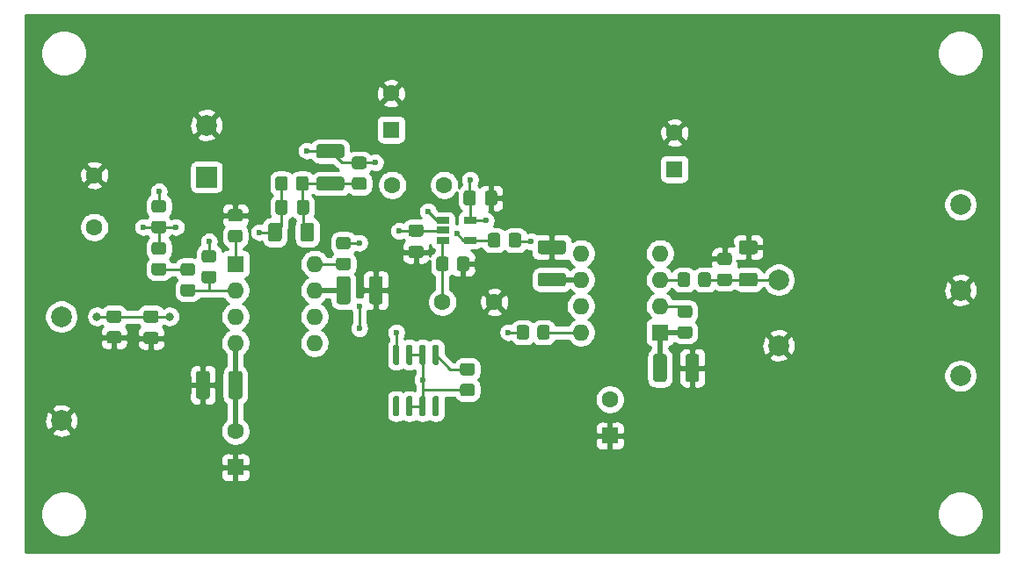
<source format=gbr>
G04 #@! TF.GenerationSoftware,KiCad,Pcbnew,(5.1.9-0-10_14)*
G04 #@! TF.CreationDate,2021-03-07T14:06:43+01:00*
G04 #@! TF.ProjectId,lt1115-phono-mm-mc,6c743131-3135-42d7-9068-6f6e6f2d6d6d,rev?*
G04 #@! TF.SameCoordinates,Original*
G04 #@! TF.FileFunction,Copper,L1,Top*
G04 #@! TF.FilePolarity,Positive*
%FSLAX46Y46*%
G04 Gerber Fmt 4.6, Leading zero omitted, Abs format (unit mm)*
G04 Created by KiCad (PCBNEW (5.1.9-0-10_14)) date 2021-03-07 14:06:43*
%MOMM*%
%LPD*%
G01*
G04 APERTURE LIST*
G04 #@! TA.AperFunction,ComponentPad*
%ADD10O,1.600000X1.600000*%
G04 #@! TD*
G04 #@! TA.AperFunction,ComponentPad*
%ADD11R,1.600000X1.600000*%
G04 #@! TD*
G04 #@! TA.AperFunction,SMDPad,CuDef*
%ADD12R,1.220000X0.650000*%
G04 #@! TD*
G04 #@! TA.AperFunction,ComponentPad*
%ADD13C,2.000000*%
G04 #@! TD*
G04 #@! TA.AperFunction,ComponentPad*
%ADD14C,1.600000*%
G04 #@! TD*
G04 #@! TA.AperFunction,ComponentPad*
%ADD15R,2.000000X2.000000*%
G04 #@! TD*
G04 #@! TA.AperFunction,ViaPad*
%ADD16C,0.800000*%
G04 #@! TD*
G04 #@! TA.AperFunction,ViaPad*
%ADD17C,0.600000*%
G04 #@! TD*
G04 #@! TA.AperFunction,Conductor*
%ADD18C,0.250000*%
G04 #@! TD*
G04 #@! TA.AperFunction,Conductor*
%ADD19C,0.500000*%
G04 #@! TD*
G04 #@! TA.AperFunction,Conductor*
%ADD20C,0.254000*%
G04 #@! TD*
G04 #@! TA.AperFunction,Conductor*
%ADD21C,0.100000*%
G04 #@! TD*
G04 APERTURE END LIST*
D10*
X134874000Y-120904000D03*
X142494000Y-113284000D03*
X134874000Y-118364000D03*
X142494000Y-115824000D03*
X134874000Y-115824000D03*
X142494000Y-118364000D03*
X134874000Y-113284000D03*
D11*
X142494000Y-120904000D03*
G04 #@! TA.AperFunction,SMDPad,CuDef*
G36*
G01*
X111563999Y-113700000D02*
X112464001Y-113700000D01*
G75*
G02*
X112714000Y-113949999I0J-249999D01*
G01*
X112714000Y-114650001D01*
G75*
G02*
X112464001Y-114900000I-249999J0D01*
G01*
X111563999Y-114900000D01*
G75*
G02*
X111314000Y-114650001I0J249999D01*
G01*
X111314000Y-113949999D01*
G75*
G02*
X111563999Y-113700000I249999J0D01*
G01*
G37*
G04 #@! TD.AperFunction*
G04 #@! TA.AperFunction,SMDPad,CuDef*
G36*
G01*
X111563999Y-111700000D02*
X112464001Y-111700000D01*
G75*
G02*
X112714000Y-111949999I0J-249999D01*
G01*
X112714000Y-112650001D01*
G75*
G02*
X112464001Y-112900000I-249999J0D01*
G01*
X111563999Y-112900000D01*
G75*
G02*
X111314000Y-112650001I0J249999D01*
G01*
X111314000Y-111949999D01*
G75*
G02*
X111563999Y-111700000I249999J0D01*
G01*
G37*
G04 #@! TD.AperFunction*
D12*
X124206000Y-110114000D03*
X124206000Y-112014000D03*
X121586000Y-112014000D03*
X121586000Y-111064000D03*
X121586000Y-110114000D03*
G04 #@! TA.AperFunction,SMDPad,CuDef*
G36*
G01*
X120754000Y-127041000D02*
X121054000Y-127041000D01*
G75*
G02*
X121204000Y-127191000I0J-150000D01*
G01*
X121204000Y-128841000D01*
G75*
G02*
X121054000Y-128991000I-150000J0D01*
G01*
X120754000Y-128991000D01*
G75*
G02*
X120604000Y-128841000I0J150000D01*
G01*
X120604000Y-127191000D01*
G75*
G02*
X120754000Y-127041000I150000J0D01*
G01*
G37*
G04 #@! TD.AperFunction*
G04 #@! TA.AperFunction,SMDPad,CuDef*
G36*
G01*
X119484000Y-127041000D02*
X119784000Y-127041000D01*
G75*
G02*
X119934000Y-127191000I0J-150000D01*
G01*
X119934000Y-128841000D01*
G75*
G02*
X119784000Y-128991000I-150000J0D01*
G01*
X119484000Y-128991000D01*
G75*
G02*
X119334000Y-128841000I0J150000D01*
G01*
X119334000Y-127191000D01*
G75*
G02*
X119484000Y-127041000I150000J0D01*
G01*
G37*
G04 #@! TD.AperFunction*
G04 #@! TA.AperFunction,SMDPad,CuDef*
G36*
G01*
X118214000Y-127041000D02*
X118514000Y-127041000D01*
G75*
G02*
X118664000Y-127191000I0J-150000D01*
G01*
X118664000Y-128841000D01*
G75*
G02*
X118514000Y-128991000I-150000J0D01*
G01*
X118214000Y-128991000D01*
G75*
G02*
X118064000Y-128841000I0J150000D01*
G01*
X118064000Y-127191000D01*
G75*
G02*
X118214000Y-127041000I150000J0D01*
G01*
G37*
G04 #@! TD.AperFunction*
G04 #@! TA.AperFunction,SMDPad,CuDef*
G36*
G01*
X116944000Y-127041000D02*
X117244000Y-127041000D01*
G75*
G02*
X117394000Y-127191000I0J-150000D01*
G01*
X117394000Y-128841000D01*
G75*
G02*
X117244000Y-128991000I-150000J0D01*
G01*
X116944000Y-128991000D01*
G75*
G02*
X116794000Y-128841000I0J150000D01*
G01*
X116794000Y-127191000D01*
G75*
G02*
X116944000Y-127041000I150000J0D01*
G01*
G37*
G04 #@! TD.AperFunction*
G04 #@! TA.AperFunction,SMDPad,CuDef*
G36*
G01*
X116944000Y-122091000D02*
X117244000Y-122091000D01*
G75*
G02*
X117394000Y-122241000I0J-150000D01*
G01*
X117394000Y-123891000D01*
G75*
G02*
X117244000Y-124041000I-150000J0D01*
G01*
X116944000Y-124041000D01*
G75*
G02*
X116794000Y-123891000I0J150000D01*
G01*
X116794000Y-122241000D01*
G75*
G02*
X116944000Y-122091000I150000J0D01*
G01*
G37*
G04 #@! TD.AperFunction*
G04 #@! TA.AperFunction,SMDPad,CuDef*
G36*
G01*
X118214000Y-122091000D02*
X118514000Y-122091000D01*
G75*
G02*
X118664000Y-122241000I0J-150000D01*
G01*
X118664000Y-123891000D01*
G75*
G02*
X118514000Y-124041000I-150000J0D01*
G01*
X118214000Y-124041000D01*
G75*
G02*
X118064000Y-123891000I0J150000D01*
G01*
X118064000Y-122241000D01*
G75*
G02*
X118214000Y-122091000I150000J0D01*
G01*
G37*
G04 #@! TD.AperFunction*
G04 #@! TA.AperFunction,SMDPad,CuDef*
G36*
G01*
X119484000Y-122091000D02*
X119784000Y-122091000D01*
G75*
G02*
X119934000Y-122241000I0J-150000D01*
G01*
X119934000Y-123891000D01*
G75*
G02*
X119784000Y-124041000I-150000J0D01*
G01*
X119484000Y-124041000D01*
G75*
G02*
X119334000Y-123891000I0J150000D01*
G01*
X119334000Y-122241000D01*
G75*
G02*
X119484000Y-122091000I150000J0D01*
G01*
G37*
G04 #@! TD.AperFunction*
G04 #@! TA.AperFunction,SMDPad,CuDef*
G36*
G01*
X120754000Y-122091000D02*
X121054000Y-122091000D01*
G75*
G02*
X121204000Y-122241000I0J-150000D01*
G01*
X121204000Y-123891000D01*
G75*
G02*
X121054000Y-124041000I-150000J0D01*
G01*
X120754000Y-124041000D01*
G75*
G02*
X120604000Y-123891000I0J150000D01*
G01*
X120604000Y-122241000D01*
G75*
G02*
X120754000Y-122091000I150000J0D01*
G01*
G37*
G04 #@! TD.AperFunction*
D10*
X109220000Y-114300000D03*
X101600000Y-121920000D03*
X109220000Y-116840000D03*
X101600000Y-119380000D03*
X109220000Y-119380000D03*
X101600000Y-116840000D03*
X109220000Y-121920000D03*
D11*
X101600000Y-114300000D03*
G04 #@! TA.AperFunction,SMDPad,CuDef*
G36*
G01*
X127924000Y-112464001D02*
X127924000Y-111563999D01*
G75*
G02*
X128173999Y-111314000I249999J0D01*
G01*
X128874001Y-111314000D01*
G75*
G02*
X129124000Y-111563999I0J-249999D01*
G01*
X129124000Y-112464001D01*
G75*
G02*
X128874001Y-112714000I-249999J0D01*
G01*
X128173999Y-112714000D01*
G75*
G02*
X127924000Y-112464001I0J249999D01*
G01*
G37*
G04 #@! TD.AperFunction*
G04 #@! TA.AperFunction,SMDPad,CuDef*
G36*
G01*
X125924000Y-112464001D02*
X125924000Y-111563999D01*
G75*
G02*
X126173999Y-111314000I249999J0D01*
G01*
X126874001Y-111314000D01*
G75*
G02*
X127124000Y-111563999I0J-249999D01*
G01*
X127124000Y-112464001D01*
G75*
G02*
X126874001Y-112714000I-249999J0D01*
G01*
X126173999Y-112714000D01*
G75*
G02*
X125924000Y-112464001I0J249999D01*
G01*
G37*
G04 #@! TD.AperFunction*
G04 #@! TA.AperFunction,SMDPad,CuDef*
G36*
G01*
X122939000Y-114750001D02*
X122939000Y-113849999D01*
G75*
G02*
X123188999Y-113600000I249999J0D01*
G01*
X123889001Y-113600000D01*
G75*
G02*
X124139000Y-113849999I0J-249999D01*
G01*
X124139000Y-114750001D01*
G75*
G02*
X123889001Y-115000000I-249999J0D01*
G01*
X123188999Y-115000000D01*
G75*
G02*
X122939000Y-114750001I0J249999D01*
G01*
G37*
G04 #@! TD.AperFunction*
G04 #@! TA.AperFunction,SMDPad,CuDef*
G36*
G01*
X120939000Y-114750001D02*
X120939000Y-113849999D01*
G75*
G02*
X121188999Y-113600000I249999J0D01*
G01*
X121889001Y-113600000D01*
G75*
G02*
X122139000Y-113849999I0J-249999D01*
G01*
X122139000Y-114750001D01*
G75*
G02*
X121889001Y-115000000I-249999J0D01*
G01*
X121188999Y-115000000D01*
G75*
G02*
X120939000Y-114750001I0J249999D01*
G01*
G37*
G04 #@! TD.AperFunction*
G04 #@! TA.AperFunction,SMDPad,CuDef*
G36*
G01*
X149167001Y-114424000D02*
X148266999Y-114424000D01*
G75*
G02*
X148017000Y-114174001I0J249999D01*
G01*
X148017000Y-113473999D01*
G75*
G02*
X148266999Y-113224000I249999J0D01*
G01*
X149167001Y-113224000D01*
G75*
G02*
X149417000Y-113473999I0J-249999D01*
G01*
X149417000Y-114174001D01*
G75*
G02*
X149167001Y-114424000I-249999J0D01*
G01*
G37*
G04 #@! TD.AperFunction*
G04 #@! TA.AperFunction,SMDPad,CuDef*
G36*
G01*
X149167001Y-116424000D02*
X148266999Y-116424000D01*
G75*
G02*
X148017000Y-116174001I0J249999D01*
G01*
X148017000Y-115473999D01*
G75*
G02*
X148266999Y-115224000I249999J0D01*
G01*
X149167001Y-115224000D01*
G75*
G02*
X149417000Y-115473999I0J-249999D01*
G01*
X149417000Y-116174001D01*
G75*
G02*
X149167001Y-116424000I-249999J0D01*
G01*
G37*
G04 #@! TD.AperFunction*
G04 #@! TA.AperFunction,SMDPad,CuDef*
G36*
G01*
X145396000Y-115373999D02*
X145396000Y-116274001D01*
G75*
G02*
X145146001Y-116524000I-249999J0D01*
G01*
X144445999Y-116524000D01*
G75*
G02*
X144196000Y-116274001I0J249999D01*
G01*
X144196000Y-115373999D01*
G75*
G02*
X144445999Y-115124000I249999J0D01*
G01*
X145146001Y-115124000D01*
G75*
G02*
X145396000Y-115373999I0J-249999D01*
G01*
G37*
G04 #@! TD.AperFunction*
G04 #@! TA.AperFunction,SMDPad,CuDef*
G36*
G01*
X147396000Y-115373999D02*
X147396000Y-116274001D01*
G75*
G02*
X147146001Y-116524000I-249999J0D01*
G01*
X146445999Y-116524000D01*
G75*
G02*
X146196000Y-116274001I0J249999D01*
G01*
X146196000Y-115373999D01*
G75*
G02*
X146445999Y-115124000I249999J0D01*
G01*
X147146001Y-115124000D01*
G75*
G02*
X147396000Y-115373999I0J-249999D01*
G01*
G37*
G04 #@! TD.AperFunction*
G04 #@! TA.AperFunction,SMDPad,CuDef*
G36*
G01*
X145357001Y-119504000D02*
X144456999Y-119504000D01*
G75*
G02*
X144207000Y-119254001I0J249999D01*
G01*
X144207000Y-118553999D01*
G75*
G02*
X144456999Y-118304000I249999J0D01*
G01*
X145357001Y-118304000D01*
G75*
G02*
X145607000Y-118553999I0J-249999D01*
G01*
X145607000Y-119254001D01*
G75*
G02*
X145357001Y-119504000I-249999J0D01*
G01*
G37*
G04 #@! TD.AperFunction*
G04 #@! TA.AperFunction,SMDPad,CuDef*
G36*
G01*
X145357001Y-121504000D02*
X144456999Y-121504000D01*
G75*
G02*
X144207000Y-121254001I0J249999D01*
G01*
X144207000Y-120553999D01*
G75*
G02*
X144456999Y-120304000I249999J0D01*
G01*
X145357001Y-120304000D01*
G75*
G02*
X145607000Y-120553999I0J-249999D01*
G01*
X145607000Y-121254001D01*
G75*
G02*
X145357001Y-121504000I-249999J0D01*
G01*
G37*
G04 #@! TD.AperFunction*
G04 #@! TA.AperFunction,SMDPad,CuDef*
G36*
G01*
X129886000Y-120453999D02*
X129886000Y-121354001D01*
G75*
G02*
X129636001Y-121604000I-249999J0D01*
G01*
X128935999Y-121604000D01*
G75*
G02*
X128686000Y-121354001I0J249999D01*
G01*
X128686000Y-120453999D01*
G75*
G02*
X128935999Y-120204000I249999J0D01*
G01*
X129636001Y-120204000D01*
G75*
G02*
X129886000Y-120453999I0J-249999D01*
G01*
G37*
G04 #@! TD.AperFunction*
G04 #@! TA.AperFunction,SMDPad,CuDef*
G36*
G01*
X131886000Y-120453999D02*
X131886000Y-121354001D01*
G75*
G02*
X131636001Y-121604000I-249999J0D01*
G01*
X130935999Y-121604000D01*
G75*
G02*
X130686000Y-121354001I0J249999D01*
G01*
X130686000Y-120453999D01*
G75*
G02*
X130935999Y-120204000I249999J0D01*
G01*
X131636001Y-120204000D01*
G75*
G02*
X131886000Y-120453999I0J-249999D01*
G01*
G37*
G04 #@! TD.AperFunction*
G04 #@! TA.AperFunction,SMDPad,CuDef*
G36*
G01*
X113087999Y-105953000D02*
X113988001Y-105953000D01*
G75*
G02*
X114238000Y-106202999I0J-249999D01*
G01*
X114238000Y-106903001D01*
G75*
G02*
X113988001Y-107153000I-249999J0D01*
G01*
X113087999Y-107153000D01*
G75*
G02*
X112838000Y-106903001I0J249999D01*
G01*
X112838000Y-106202999D01*
G75*
G02*
X113087999Y-105953000I249999J0D01*
G01*
G37*
G04 #@! TD.AperFunction*
G04 #@! TA.AperFunction,SMDPad,CuDef*
G36*
G01*
X113087999Y-103953000D02*
X113988001Y-103953000D01*
G75*
G02*
X114238000Y-104202999I0J-249999D01*
G01*
X114238000Y-104903001D01*
G75*
G02*
X113988001Y-105153000I-249999J0D01*
G01*
X113087999Y-105153000D01*
G75*
G02*
X112838000Y-104903001I0J249999D01*
G01*
X112838000Y-104202999D01*
G75*
G02*
X113087999Y-103953000I249999J0D01*
G01*
G37*
G04 #@! TD.AperFunction*
G04 #@! TA.AperFunction,SMDPad,CuDef*
G36*
G01*
X123501999Y-125860000D02*
X124402001Y-125860000D01*
G75*
G02*
X124652000Y-126109999I0J-249999D01*
G01*
X124652000Y-126810001D01*
G75*
G02*
X124402001Y-127060000I-249999J0D01*
G01*
X123501999Y-127060000D01*
G75*
G02*
X123252000Y-126810001I0J249999D01*
G01*
X123252000Y-126109999D01*
G75*
G02*
X123501999Y-125860000I249999J0D01*
G01*
G37*
G04 #@! TD.AperFunction*
G04 #@! TA.AperFunction,SMDPad,CuDef*
G36*
G01*
X123501999Y-123860000D02*
X124402001Y-123860000D01*
G75*
G02*
X124652000Y-124109999I0J-249999D01*
G01*
X124652000Y-124810001D01*
G75*
G02*
X124402001Y-125060000I-249999J0D01*
G01*
X123501999Y-125060000D01*
G75*
G02*
X123252000Y-124810001I0J249999D01*
G01*
X123252000Y-124109999D01*
G75*
G02*
X123501999Y-123860000I249999J0D01*
G01*
G37*
G04 #@! TD.AperFunction*
G04 #@! TA.AperFunction,SMDPad,CuDef*
G36*
G01*
X93783999Y-110144000D02*
X94684001Y-110144000D01*
G75*
G02*
X94934000Y-110393999I0J-249999D01*
G01*
X94934000Y-111094001D01*
G75*
G02*
X94684001Y-111344000I-249999J0D01*
G01*
X93783999Y-111344000D01*
G75*
G02*
X93534000Y-111094001I0J249999D01*
G01*
X93534000Y-110393999D01*
G75*
G02*
X93783999Y-110144000I249999J0D01*
G01*
G37*
G04 #@! TD.AperFunction*
G04 #@! TA.AperFunction,SMDPad,CuDef*
G36*
G01*
X93783999Y-108144000D02*
X94684001Y-108144000D01*
G75*
G02*
X94934000Y-108393999I0J-249999D01*
G01*
X94934000Y-109094001D01*
G75*
G02*
X94684001Y-109344000I-249999J0D01*
G01*
X93783999Y-109344000D01*
G75*
G02*
X93534000Y-109094001I0J249999D01*
G01*
X93534000Y-108393999D01*
G75*
G02*
X93783999Y-108144000I249999J0D01*
G01*
G37*
G04 #@! TD.AperFunction*
G04 #@! TA.AperFunction,SMDPad,CuDef*
G36*
G01*
X106645000Y-106102999D02*
X106645000Y-107003001D01*
G75*
G02*
X106395001Y-107253000I-249999J0D01*
G01*
X105694999Y-107253000D01*
G75*
G02*
X105445000Y-107003001I0J249999D01*
G01*
X105445000Y-106102999D01*
G75*
G02*
X105694999Y-105853000I249999J0D01*
G01*
X106395001Y-105853000D01*
G75*
G02*
X106645000Y-106102999I0J-249999D01*
G01*
G37*
G04 #@! TD.AperFunction*
G04 #@! TA.AperFunction,SMDPad,CuDef*
G36*
G01*
X108645000Y-106102999D02*
X108645000Y-107003001D01*
G75*
G02*
X108395001Y-107253000I-249999J0D01*
G01*
X107694999Y-107253000D01*
G75*
G02*
X107445000Y-107003001I0J249999D01*
G01*
X107445000Y-106102999D01*
G75*
G02*
X107694999Y-105853000I249999J0D01*
G01*
X108395001Y-105853000D01*
G75*
G02*
X108645000Y-106102999I0J-249999D01*
G01*
G37*
G04 #@! TD.AperFunction*
G04 #@! TA.AperFunction,SMDPad,CuDef*
G36*
G01*
X101149999Y-111017000D02*
X102050001Y-111017000D01*
G75*
G02*
X102300000Y-111266999I0J-249999D01*
G01*
X102300000Y-111967001D01*
G75*
G02*
X102050001Y-112217000I-249999J0D01*
G01*
X101149999Y-112217000D01*
G75*
G02*
X100900000Y-111967001I0J249999D01*
G01*
X100900000Y-111266999D01*
G75*
G02*
X101149999Y-111017000I249999J0D01*
G01*
G37*
G04 #@! TD.AperFunction*
G04 #@! TA.AperFunction,SMDPad,CuDef*
G36*
G01*
X101149999Y-109017000D02*
X102050001Y-109017000D01*
G75*
G02*
X102300000Y-109266999I0J-249999D01*
G01*
X102300000Y-109967001D01*
G75*
G02*
X102050001Y-110217000I-249999J0D01*
G01*
X101149999Y-110217000D01*
G75*
G02*
X100900000Y-109967001I0J249999D01*
G01*
X100900000Y-109266999D01*
G75*
G02*
X101149999Y-109017000I249999J0D01*
G01*
G37*
G04 #@! TD.AperFunction*
G04 #@! TA.AperFunction,SMDPad,CuDef*
G36*
G01*
X98609999Y-114970000D02*
X99510001Y-114970000D01*
G75*
G02*
X99760000Y-115219999I0J-249999D01*
G01*
X99760000Y-115920001D01*
G75*
G02*
X99510001Y-116170000I-249999J0D01*
G01*
X98609999Y-116170000D01*
G75*
G02*
X98360000Y-115920001I0J249999D01*
G01*
X98360000Y-115219999D01*
G75*
G02*
X98609999Y-114970000I249999J0D01*
G01*
G37*
G04 #@! TD.AperFunction*
G04 #@! TA.AperFunction,SMDPad,CuDef*
G36*
G01*
X98609999Y-112970000D02*
X99510001Y-112970000D01*
G75*
G02*
X99760000Y-113219999I0J-249999D01*
G01*
X99760000Y-113920001D01*
G75*
G02*
X99510001Y-114170000I-249999J0D01*
G01*
X98609999Y-114170000D01*
G75*
G02*
X98360000Y-113920001I0J249999D01*
G01*
X98360000Y-113219999D01*
G75*
G02*
X98609999Y-112970000I249999J0D01*
G01*
G37*
G04 #@! TD.AperFunction*
G04 #@! TA.AperFunction,SMDPad,CuDef*
G36*
G01*
X94684001Y-113408000D02*
X93783999Y-113408000D01*
G75*
G02*
X93534000Y-113158001I0J249999D01*
G01*
X93534000Y-112457999D01*
G75*
G02*
X93783999Y-112208000I249999J0D01*
G01*
X94684001Y-112208000D01*
G75*
G02*
X94934000Y-112457999I0J-249999D01*
G01*
X94934000Y-113158001D01*
G75*
G02*
X94684001Y-113408000I-249999J0D01*
G01*
G37*
G04 #@! TD.AperFunction*
G04 #@! TA.AperFunction,SMDPad,CuDef*
G36*
G01*
X94684001Y-115408000D02*
X93783999Y-115408000D01*
G75*
G02*
X93534000Y-115158001I0J249999D01*
G01*
X93534000Y-114457999D01*
G75*
G02*
X93783999Y-114208000I249999J0D01*
G01*
X94684001Y-114208000D01*
G75*
G02*
X94934000Y-114457999I0J-249999D01*
G01*
X94934000Y-115158001D01*
G75*
G02*
X94684001Y-115408000I-249999J0D01*
G01*
G37*
G04 #@! TD.AperFunction*
G04 #@! TA.AperFunction,SMDPad,CuDef*
G36*
G01*
X97478001Y-115440000D02*
X96577999Y-115440000D01*
G75*
G02*
X96328000Y-115190001I0J249999D01*
G01*
X96328000Y-114489999D01*
G75*
G02*
X96577999Y-114240000I249999J0D01*
G01*
X97478001Y-114240000D01*
G75*
G02*
X97728000Y-114489999I0J-249999D01*
G01*
X97728000Y-115190001D01*
G75*
G02*
X97478001Y-115440000I-249999J0D01*
G01*
G37*
G04 #@! TD.AperFunction*
G04 #@! TA.AperFunction,SMDPad,CuDef*
G36*
G01*
X97478001Y-117440000D02*
X96577999Y-117440000D01*
G75*
G02*
X96328000Y-117190001I0J249999D01*
G01*
X96328000Y-116489999D01*
G75*
G02*
X96577999Y-116240000I249999J0D01*
G01*
X97478001Y-116240000D01*
G75*
G02*
X97728000Y-116489999I0J-249999D01*
G01*
X97728000Y-117190001D01*
G75*
G02*
X97478001Y-117440000I-249999J0D01*
G01*
G37*
G04 #@! TD.AperFunction*
G04 #@! TA.AperFunction,SMDPad,CuDef*
G36*
G01*
X89465999Y-120780000D02*
X90366001Y-120780000D01*
G75*
G02*
X90616000Y-121029999I0J-249999D01*
G01*
X90616000Y-121730001D01*
G75*
G02*
X90366001Y-121980000I-249999J0D01*
G01*
X89465999Y-121980000D01*
G75*
G02*
X89216000Y-121730001I0J249999D01*
G01*
X89216000Y-121029999D01*
G75*
G02*
X89465999Y-120780000I249999J0D01*
G01*
G37*
G04 #@! TD.AperFunction*
G04 #@! TA.AperFunction,SMDPad,CuDef*
G36*
G01*
X89465999Y-118780000D02*
X90366001Y-118780000D01*
G75*
G02*
X90616000Y-119029999I0J-249999D01*
G01*
X90616000Y-119730001D01*
G75*
G02*
X90366001Y-119980000I-249999J0D01*
G01*
X89465999Y-119980000D01*
G75*
G02*
X89216000Y-119730001I0J249999D01*
G01*
X89216000Y-119029999D01*
G75*
G02*
X89465999Y-118780000I249999J0D01*
G01*
G37*
G04 #@! TD.AperFunction*
D13*
X153924000Y-122174000D03*
X153924000Y-115824000D03*
X171450000Y-125095000D03*
X171450000Y-116840000D03*
X171450000Y-108585000D03*
X84836000Y-129413000D03*
X84836000Y-119380000D03*
D14*
X121539000Y-117983000D03*
X126539000Y-117983000D03*
G04 #@! TA.AperFunction,SMDPad,CuDef*
G36*
G01*
X119474000Y-111669500D02*
X118524000Y-111669500D01*
G75*
G02*
X118274000Y-111419500I0J250000D01*
G01*
X118274000Y-110744500D01*
G75*
G02*
X118524000Y-110494500I250000J0D01*
G01*
X119474000Y-110494500D01*
G75*
G02*
X119724000Y-110744500I0J-250000D01*
G01*
X119724000Y-111419500D01*
G75*
G02*
X119474000Y-111669500I-250000J0D01*
G01*
G37*
G04 #@! TD.AperFunction*
G04 #@! TA.AperFunction,SMDPad,CuDef*
G36*
G01*
X119474000Y-113744500D02*
X118524000Y-113744500D01*
G75*
G02*
X118274000Y-113494500I0J250000D01*
G01*
X118274000Y-112819500D01*
G75*
G02*
X118524000Y-112569500I250000J0D01*
G01*
X119474000Y-112569500D01*
G75*
G02*
X119724000Y-112819500I0J-250000D01*
G01*
X119724000Y-113494500D01*
G75*
G02*
X119474000Y-113744500I-250000J0D01*
G01*
G37*
G04 #@! TD.AperFunction*
G04 #@! TA.AperFunction,SMDPad,CuDef*
G36*
G01*
X125650500Y-108425000D02*
X125650500Y-107475000D01*
G75*
G02*
X125900500Y-107225000I250000J0D01*
G01*
X126575500Y-107225000D01*
G75*
G02*
X126825500Y-107475000I0J-250000D01*
G01*
X126825500Y-108425000D01*
G75*
G02*
X126575500Y-108675000I-250000J0D01*
G01*
X125900500Y-108675000D01*
G75*
G02*
X125650500Y-108425000I0J250000D01*
G01*
G37*
G04 #@! TD.AperFunction*
G04 #@! TA.AperFunction,SMDPad,CuDef*
G36*
G01*
X123575500Y-108425000D02*
X123575500Y-107475000D01*
G75*
G02*
X123825500Y-107225000I250000J0D01*
G01*
X124500500Y-107225000D01*
G75*
G02*
X124750500Y-107475000I0J-250000D01*
G01*
X124750500Y-108425000D01*
G75*
G02*
X124500500Y-108675000I-250000J0D01*
G01*
X123825500Y-108675000D01*
G75*
G02*
X123575500Y-108425000I0J250000D01*
G01*
G37*
G04 #@! TD.AperFunction*
X121713000Y-106680000D03*
X116713000Y-106680000D03*
G04 #@! TA.AperFunction,SMDPad,CuDef*
G36*
G01*
X151653003Y-113361500D02*
X150352997Y-113361500D01*
G75*
G02*
X150103000Y-113111503I0J249997D01*
G01*
X150103000Y-112286497D01*
G75*
G02*
X150352997Y-112036500I249997J0D01*
G01*
X151653003Y-112036500D01*
G75*
G02*
X151903000Y-112286497I0J-249997D01*
G01*
X151903000Y-113111503D01*
G75*
G02*
X151653003Y-113361500I-249997J0D01*
G01*
G37*
G04 #@! TD.AperFunction*
G04 #@! TA.AperFunction,SMDPad,CuDef*
G36*
G01*
X151653003Y-116486500D02*
X150352997Y-116486500D01*
G75*
G02*
X150103000Y-116236503I0J249997D01*
G01*
X150103000Y-115411497D01*
G75*
G02*
X150352997Y-115161500I249997J0D01*
G01*
X151653003Y-115161500D01*
G75*
G02*
X151903000Y-115411497I0J-249997D01*
G01*
X151903000Y-116236503D01*
G75*
G02*
X151653003Y-116486500I-249997J0D01*
G01*
G37*
G04 #@! TD.AperFunction*
X137668000Y-127381000D03*
D11*
X137668000Y-130881000D03*
G04 #@! TA.AperFunction,SMDPad,CuDef*
G36*
G01*
X130979997Y-115161500D02*
X133180003Y-115161500D01*
G75*
G02*
X133430000Y-115411497I0J-249997D01*
G01*
X133430000Y-116236503D01*
G75*
G02*
X133180003Y-116486500I-249997J0D01*
G01*
X130979997Y-116486500D01*
G75*
G02*
X130730000Y-116236503I0J249997D01*
G01*
X130730000Y-115411497D01*
G75*
G02*
X130979997Y-115161500I249997J0D01*
G01*
G37*
G04 #@! TD.AperFunction*
G04 #@! TA.AperFunction,SMDPad,CuDef*
G36*
G01*
X130979997Y-112036500D02*
X133180003Y-112036500D01*
G75*
G02*
X133430000Y-112286497I0J-249997D01*
G01*
X133430000Y-113111503D01*
G75*
G02*
X133180003Y-113361500I-249997J0D01*
G01*
X130979997Y-113361500D01*
G75*
G02*
X130730000Y-113111503I0J249997D01*
G01*
X130730000Y-112286497D01*
G75*
G02*
X130979997Y-112036500I249997J0D01*
G01*
G37*
G04 #@! TD.AperFunction*
G04 #@! TA.AperFunction,SMDPad,CuDef*
G36*
G01*
X144956500Y-125433003D02*
X144956500Y-123232997D01*
G75*
G02*
X145206497Y-122983000I249997J0D01*
G01*
X146031503Y-122983000D01*
G75*
G02*
X146281500Y-123232997I0J-249997D01*
G01*
X146281500Y-125433003D01*
G75*
G02*
X146031503Y-125683000I-249997J0D01*
G01*
X145206497Y-125683000D01*
G75*
G02*
X144956500Y-125433003I0J249997D01*
G01*
G37*
G04 #@! TD.AperFunction*
G04 #@! TA.AperFunction,SMDPad,CuDef*
G36*
G01*
X141831500Y-125433003D02*
X141831500Y-123232997D01*
G75*
G02*
X142081497Y-122983000I249997J0D01*
G01*
X142906503Y-122983000D01*
G75*
G02*
X143156500Y-123232997I0J-249997D01*
G01*
X143156500Y-125433003D01*
G75*
G02*
X142906503Y-125683000I-249997J0D01*
G01*
X142081497Y-125683000D01*
G75*
G02*
X141831500Y-125433003I0J249997D01*
G01*
G37*
G04 #@! TD.AperFunction*
D14*
X143891000Y-101656000D03*
D11*
X143891000Y-105156000D03*
G04 #@! TA.AperFunction,SMDPad,CuDef*
G36*
G01*
X109643997Y-105890500D02*
X111844003Y-105890500D01*
G75*
G02*
X112094000Y-106140497I0J-249997D01*
G01*
X112094000Y-106965503D01*
G75*
G02*
X111844003Y-107215500I-249997J0D01*
G01*
X109643997Y-107215500D01*
G75*
G02*
X109394000Y-106965503I0J249997D01*
G01*
X109394000Y-106140497D01*
G75*
G02*
X109643997Y-105890500I249997J0D01*
G01*
G37*
G04 #@! TD.AperFunction*
G04 #@! TA.AperFunction,SMDPad,CuDef*
G36*
G01*
X109643997Y-102765500D02*
X111844003Y-102765500D01*
G75*
G02*
X112094000Y-103015497I0J-249997D01*
G01*
X112094000Y-103840503D01*
G75*
G02*
X111844003Y-104090500I-249997J0D01*
G01*
X109643997Y-104090500D01*
G75*
G02*
X109394000Y-103840503I0J249997D01*
G01*
X109394000Y-103015497D01*
G75*
G02*
X109643997Y-102765500I249997J0D01*
G01*
G37*
G04 #@! TD.AperFunction*
G04 #@! TA.AperFunction,SMDPad,CuDef*
G36*
G01*
X106072500Y-110601997D02*
X106072500Y-111902003D01*
G75*
G02*
X105822503Y-112152000I-249997J0D01*
G01*
X104997497Y-112152000D01*
G75*
G02*
X104747500Y-111902003I0J249997D01*
G01*
X104747500Y-110601997D01*
G75*
G02*
X104997497Y-110352000I249997J0D01*
G01*
X105822503Y-110352000D01*
G75*
G02*
X106072500Y-110601997I0J-249997D01*
G01*
G37*
G04 #@! TD.AperFunction*
G04 #@! TA.AperFunction,SMDPad,CuDef*
G36*
G01*
X109197500Y-110601997D02*
X109197500Y-111902003D01*
G75*
G02*
X108947503Y-112152000I-249997J0D01*
G01*
X108122497Y-112152000D01*
G75*
G02*
X107872500Y-111902003I0J249997D01*
G01*
X107872500Y-110601997D01*
G75*
G02*
X108122497Y-110352000I249997J0D01*
G01*
X108947503Y-110352000D01*
G75*
G02*
X109197500Y-110601997I0J-249997D01*
G01*
G37*
G04 #@! TD.AperFunction*
G04 #@! TA.AperFunction,SMDPad,CuDef*
G36*
G01*
X106632500Y-108364000D02*
X106632500Y-109314000D01*
G75*
G02*
X106382500Y-109564000I-250000J0D01*
G01*
X105707500Y-109564000D01*
G75*
G02*
X105457500Y-109314000I0J250000D01*
G01*
X105457500Y-108364000D01*
G75*
G02*
X105707500Y-108114000I250000J0D01*
G01*
X106382500Y-108114000D01*
G75*
G02*
X106632500Y-108364000I0J-250000D01*
G01*
G37*
G04 #@! TD.AperFunction*
G04 #@! TA.AperFunction,SMDPad,CuDef*
G36*
G01*
X108707500Y-108364000D02*
X108707500Y-109314000D01*
G75*
G02*
X108457500Y-109564000I-250000J0D01*
G01*
X107782500Y-109564000D01*
G75*
G02*
X107532500Y-109314000I0J250000D01*
G01*
X107532500Y-108364000D01*
G75*
G02*
X107782500Y-108114000I250000J0D01*
G01*
X108457500Y-108114000D01*
G75*
G02*
X108707500Y-108364000I0J-250000D01*
G01*
G37*
G04 #@! TD.AperFunction*
D14*
X101600000Y-130429000D03*
D11*
X101600000Y-133929000D03*
G04 #@! TA.AperFunction,SMDPad,CuDef*
G36*
G01*
X100937500Y-127084003D02*
X100937500Y-124883997D01*
G75*
G02*
X101187497Y-124634000I249997J0D01*
G01*
X102012503Y-124634000D01*
G75*
G02*
X102262500Y-124883997I0J-249997D01*
G01*
X102262500Y-127084003D01*
G75*
G02*
X102012503Y-127334000I-249997J0D01*
G01*
X101187497Y-127334000D01*
G75*
G02*
X100937500Y-127084003I0J249997D01*
G01*
G37*
G04 #@! TD.AperFunction*
G04 #@! TA.AperFunction,SMDPad,CuDef*
G36*
G01*
X97812500Y-127084003D02*
X97812500Y-124883997D01*
G75*
G02*
X98062497Y-124634000I249997J0D01*
G01*
X98887503Y-124634000D01*
G75*
G02*
X99137500Y-124883997I0J-249997D01*
G01*
X99137500Y-127084003D01*
G75*
G02*
X98887503Y-127334000I-249997J0D01*
G01*
X98062497Y-127334000D01*
G75*
G02*
X97812500Y-127084003I0J249997D01*
G01*
G37*
G04 #@! TD.AperFunction*
G04 #@! TA.AperFunction,SMDPad,CuDef*
G36*
G01*
X114476500Y-117940003D02*
X114476500Y-115739997D01*
G75*
G02*
X114726497Y-115490000I249997J0D01*
G01*
X115551503Y-115490000D01*
G75*
G02*
X115801500Y-115739997I0J-249997D01*
G01*
X115801500Y-117940003D01*
G75*
G02*
X115551503Y-118190000I-249997J0D01*
G01*
X114726497Y-118190000D01*
G75*
G02*
X114476500Y-117940003I0J249997D01*
G01*
G37*
G04 #@! TD.AperFunction*
G04 #@! TA.AperFunction,SMDPad,CuDef*
G36*
G01*
X111351500Y-117940003D02*
X111351500Y-115739997D01*
G75*
G02*
X111601497Y-115490000I249997J0D01*
G01*
X112426503Y-115490000D01*
G75*
G02*
X112676500Y-115739997I0J-249997D01*
G01*
X112676500Y-117940003D01*
G75*
G02*
X112426503Y-118190000I-249997J0D01*
G01*
X111601497Y-118190000D01*
G75*
G02*
X111351500Y-117940003I0J249997D01*
G01*
G37*
G04 #@! TD.AperFunction*
D14*
X116586000Y-97846000D03*
D11*
X116586000Y-101346000D03*
D13*
X98806000Y-100918000D03*
D15*
X98806000Y-105918000D03*
D14*
X88011000Y-110744000D03*
X88011000Y-105744000D03*
G04 #@! TA.AperFunction,SMDPad,CuDef*
G36*
G01*
X92997000Y-120867500D02*
X93947000Y-120867500D01*
G75*
G02*
X94197000Y-121117500I0J-250000D01*
G01*
X94197000Y-121792500D01*
G75*
G02*
X93947000Y-122042500I-250000J0D01*
G01*
X92997000Y-122042500D01*
G75*
G02*
X92747000Y-121792500I0J250000D01*
G01*
X92747000Y-121117500D01*
G75*
G02*
X92997000Y-120867500I250000J0D01*
G01*
G37*
G04 #@! TD.AperFunction*
G04 #@! TA.AperFunction,SMDPad,CuDef*
G36*
G01*
X92997000Y-118792500D02*
X93947000Y-118792500D01*
G75*
G02*
X94197000Y-119042500I0J-250000D01*
G01*
X94197000Y-119717500D01*
G75*
G02*
X93947000Y-119967500I-250000J0D01*
G01*
X92997000Y-119967500D01*
G75*
G02*
X92747000Y-119717500I0J250000D01*
G01*
X92747000Y-119042500D01*
G75*
G02*
X92997000Y-118792500I250000J0D01*
G01*
G37*
G04 #@! TD.AperFunction*
D16*
X88265000Y-119380000D03*
X95250000Y-119380000D03*
D17*
X92710000Y-110744000D03*
X95885000Y-110744000D03*
X125730000Y-110109000D03*
X124206000Y-106172000D03*
X117348000Y-111125000D03*
X113538000Y-118364000D03*
X113538000Y-120523000D03*
X119634000Y-125476000D03*
X99060000Y-112141000D03*
X103886000Y-111252000D03*
X130048000Y-112141000D03*
X115062000Y-104521000D03*
X108458000Y-103378000D03*
X94234000Y-107315000D03*
X122936000Y-111379000D03*
X117094000Y-120904000D03*
X127889000Y-120904000D03*
X120142000Y-109220000D03*
X113538000Y-112268000D03*
D18*
X88265000Y-119380000D02*
X89916000Y-119380000D01*
X89916000Y-119380000D02*
X93472000Y-119380000D01*
X93472000Y-119380000D02*
X95250000Y-119380000D01*
X94234000Y-112808000D02*
X94234000Y-110744000D01*
X94234000Y-110744000D02*
X92710000Y-110744000D01*
X94234000Y-110744000D02*
X95885000Y-110744000D01*
D19*
X109220000Y-116840000D02*
X112014000Y-116840000D01*
D18*
X125725000Y-110114000D02*
X125730000Y-110109000D01*
X124206000Y-110114000D02*
X125725000Y-110114000D01*
X124206000Y-107993000D02*
X124163000Y-107950000D01*
X124206000Y-110114000D02*
X124206000Y-107993000D01*
D19*
X142494000Y-120904000D02*
X142494000Y-124333000D01*
X144907000Y-120904000D02*
X142494000Y-120904000D01*
D18*
X124163000Y-106215000D02*
X124206000Y-106172000D01*
X124163000Y-107950000D02*
X124163000Y-106215000D01*
D19*
X101600000Y-121920000D02*
X101600000Y-125984000D01*
D18*
X119634000Y-127041000D02*
X119634000Y-128016000D01*
X119634000Y-128016000D02*
X118364000Y-128016000D01*
X117391000Y-111082000D02*
X117348000Y-111125000D01*
X118999000Y-111082000D02*
X117391000Y-111082000D01*
X113538000Y-118364000D02*
X113538000Y-120523000D01*
X118364000Y-123066000D02*
X119634000Y-123066000D01*
X123952000Y-126460000D02*
X119729000Y-126460000D01*
X119729000Y-126460000D02*
X119634000Y-126365000D01*
X119634000Y-126365000D02*
X119634000Y-128016000D01*
X119634000Y-123066000D02*
X119634000Y-125476000D01*
X121568000Y-111082000D02*
X121586000Y-111064000D01*
X118999000Y-111082000D02*
X121568000Y-111082000D01*
D19*
X101600000Y-130429000D02*
X101600000Y-125984000D01*
D18*
X119634000Y-125476000D02*
X119634000Y-126365000D01*
D19*
X134874000Y-115824000D02*
X132080000Y-115824000D01*
D18*
X99060000Y-113570000D02*
X99060000Y-112141000D01*
X106045000Y-106553000D02*
X106045000Y-108839000D01*
X106045000Y-110617000D02*
X105410000Y-111252000D01*
X106045000Y-108839000D02*
X106045000Y-110617000D01*
X103886000Y-111252000D02*
X105410000Y-111252000D01*
X113538000Y-106553000D02*
X110744000Y-106553000D01*
X110744000Y-106553000D02*
X108045000Y-106553000D01*
X108045000Y-108764000D02*
X108120000Y-108839000D01*
X108045000Y-106553000D02*
X108045000Y-108764000D01*
X108120000Y-110837000D02*
X108535000Y-111252000D01*
X108120000Y-108839000D02*
X108120000Y-110837000D01*
X128651000Y-112141000D02*
X128524000Y-112014000D01*
X130048000Y-112141000D02*
X128651000Y-112141000D01*
X113570000Y-104521000D02*
X113538000Y-104553000D01*
X115062000Y-104521000D02*
X113570000Y-104521000D01*
X111869000Y-104553000D02*
X110744000Y-103428000D01*
X113538000Y-104553000D02*
X111869000Y-104553000D01*
X108508000Y-103428000D02*
X108458000Y-103378000D01*
X110744000Y-103428000D02*
X108508000Y-103428000D01*
X94234000Y-108744000D02*
X94234000Y-107315000D01*
X142494000Y-115824000D02*
X144796000Y-115824000D01*
X146796000Y-115824000D02*
X148717000Y-115824000D01*
X148717000Y-115824000D02*
X151003000Y-115824000D01*
X151003000Y-115824000D02*
X153924000Y-115824000D01*
X123571000Y-112014000D02*
X122936000Y-111379000D01*
X124206000Y-112014000D02*
X123571000Y-112014000D01*
X124206000Y-112014000D02*
X126524000Y-112014000D01*
X121539000Y-112061000D02*
X121586000Y-112014000D01*
X121539000Y-114300000D02*
X121539000Y-112061000D01*
X121539000Y-117983000D02*
X121539000Y-114300000D01*
X94266000Y-114840000D02*
X94234000Y-114808000D01*
X97028000Y-114840000D02*
X94266000Y-114840000D01*
X99060000Y-115570000D02*
X99060000Y-116840000D01*
X99060000Y-116840000D02*
X97028000Y-116840000D01*
X101600000Y-116840000D02*
X99060000Y-116840000D01*
X101600000Y-114300000D02*
X101600000Y-111617000D01*
X122298000Y-124460000D02*
X120904000Y-123066000D01*
X123952000Y-124460000D02*
X122298000Y-124460000D01*
X117094000Y-120904000D02*
X117094000Y-123066000D01*
X129286000Y-120904000D02*
X127889000Y-120904000D01*
X134874000Y-120904000D02*
X131286000Y-120904000D01*
X144367000Y-118364000D02*
X144907000Y-118904000D01*
X142494000Y-118364000D02*
X144367000Y-118364000D01*
X121036000Y-110114000D02*
X120142000Y-109220000D01*
X121586000Y-110114000D02*
X121036000Y-110114000D01*
X113506000Y-112300000D02*
X113538000Y-112268000D01*
X112014000Y-112300000D02*
X113506000Y-112300000D01*
X109220000Y-114300000D02*
X112014000Y-114300000D01*
D20*
X175133000Y-142113000D02*
X81407000Y-142113000D01*
X81407000Y-138209872D01*
X82855000Y-138209872D01*
X82855000Y-138650128D01*
X82940890Y-139081925D01*
X83109369Y-139488669D01*
X83353962Y-139854729D01*
X83665271Y-140166038D01*
X84031331Y-140410631D01*
X84438075Y-140579110D01*
X84869872Y-140665000D01*
X85310128Y-140665000D01*
X85741925Y-140579110D01*
X86148669Y-140410631D01*
X86514729Y-140166038D01*
X86826038Y-139854729D01*
X87070631Y-139488669D01*
X87239110Y-139081925D01*
X87325000Y-138650128D01*
X87325000Y-138209872D01*
X169215000Y-138209872D01*
X169215000Y-138650128D01*
X169300890Y-139081925D01*
X169469369Y-139488669D01*
X169713962Y-139854729D01*
X170025271Y-140166038D01*
X170391331Y-140410631D01*
X170798075Y-140579110D01*
X171229872Y-140665000D01*
X171670128Y-140665000D01*
X172101925Y-140579110D01*
X172508669Y-140410631D01*
X172874729Y-140166038D01*
X173186038Y-139854729D01*
X173430631Y-139488669D01*
X173599110Y-139081925D01*
X173685000Y-138650128D01*
X173685000Y-138209872D01*
X173599110Y-137778075D01*
X173430631Y-137371331D01*
X173186038Y-137005271D01*
X172874729Y-136693962D01*
X172508669Y-136449369D01*
X172101925Y-136280890D01*
X171670128Y-136195000D01*
X171229872Y-136195000D01*
X170798075Y-136280890D01*
X170391331Y-136449369D01*
X170025271Y-136693962D01*
X169713962Y-137005271D01*
X169469369Y-137371331D01*
X169300890Y-137778075D01*
X169215000Y-138209872D01*
X87325000Y-138209872D01*
X87239110Y-137778075D01*
X87070631Y-137371331D01*
X86826038Y-137005271D01*
X86514729Y-136693962D01*
X86148669Y-136449369D01*
X85741925Y-136280890D01*
X85310128Y-136195000D01*
X84869872Y-136195000D01*
X84438075Y-136280890D01*
X84031331Y-136449369D01*
X83665271Y-136693962D01*
X83353962Y-137005271D01*
X83109369Y-137371331D01*
X82940890Y-137778075D01*
X82855000Y-138209872D01*
X81407000Y-138209872D01*
X81407000Y-134729000D01*
X100161928Y-134729000D01*
X100174188Y-134853482D01*
X100210498Y-134973180D01*
X100269463Y-135083494D01*
X100348815Y-135180185D01*
X100445506Y-135259537D01*
X100555820Y-135318502D01*
X100675518Y-135354812D01*
X100800000Y-135367072D01*
X101314250Y-135364000D01*
X101473000Y-135205250D01*
X101473000Y-134056000D01*
X101727000Y-134056000D01*
X101727000Y-135205250D01*
X101885750Y-135364000D01*
X102400000Y-135367072D01*
X102524482Y-135354812D01*
X102644180Y-135318502D01*
X102754494Y-135259537D01*
X102851185Y-135180185D01*
X102930537Y-135083494D01*
X102989502Y-134973180D01*
X103025812Y-134853482D01*
X103038072Y-134729000D01*
X103035000Y-134214750D01*
X102876250Y-134056000D01*
X101727000Y-134056000D01*
X101473000Y-134056000D01*
X100323750Y-134056000D01*
X100165000Y-134214750D01*
X100161928Y-134729000D01*
X81407000Y-134729000D01*
X81407000Y-133129000D01*
X100161928Y-133129000D01*
X100165000Y-133643250D01*
X100323750Y-133802000D01*
X101473000Y-133802000D01*
X101473000Y-132652750D01*
X101727000Y-132652750D01*
X101727000Y-133802000D01*
X102876250Y-133802000D01*
X103035000Y-133643250D01*
X103038072Y-133129000D01*
X103025812Y-133004518D01*
X102989502Y-132884820D01*
X102930537Y-132774506D01*
X102851185Y-132677815D01*
X102754494Y-132598463D01*
X102644180Y-132539498D01*
X102524482Y-132503188D01*
X102400000Y-132490928D01*
X101885750Y-132494000D01*
X101727000Y-132652750D01*
X101473000Y-132652750D01*
X101314250Y-132494000D01*
X100800000Y-132490928D01*
X100675518Y-132503188D01*
X100555820Y-132539498D01*
X100445506Y-132598463D01*
X100348815Y-132677815D01*
X100269463Y-132774506D01*
X100210498Y-132884820D01*
X100174188Y-133004518D01*
X100161928Y-133129000D01*
X81407000Y-133129000D01*
X81407000Y-130548413D01*
X83880192Y-130548413D01*
X83975956Y-130812814D01*
X84265571Y-130953704D01*
X84577108Y-131035384D01*
X84898595Y-131054718D01*
X85217675Y-131010961D01*
X85522088Y-130905795D01*
X85696044Y-130812814D01*
X85791808Y-130548413D01*
X84836000Y-129592605D01*
X83880192Y-130548413D01*
X81407000Y-130548413D01*
X81407000Y-129475595D01*
X83194282Y-129475595D01*
X83238039Y-129794675D01*
X83343205Y-130099088D01*
X83436186Y-130273044D01*
X83700587Y-130368808D01*
X84656395Y-129413000D01*
X85015605Y-129413000D01*
X85971413Y-130368808D01*
X86235814Y-130273044D01*
X86376704Y-129983429D01*
X86458384Y-129671892D01*
X86477718Y-129350405D01*
X86433961Y-129031325D01*
X86328795Y-128726912D01*
X86235814Y-128552956D01*
X85971413Y-128457192D01*
X85015605Y-129413000D01*
X84656395Y-129413000D01*
X83700587Y-128457192D01*
X83436186Y-128552956D01*
X83295296Y-128842571D01*
X83213616Y-129154108D01*
X83194282Y-129475595D01*
X81407000Y-129475595D01*
X81407000Y-128277587D01*
X83880192Y-128277587D01*
X84836000Y-129233395D01*
X85791808Y-128277587D01*
X85696044Y-128013186D01*
X85406429Y-127872296D01*
X85094892Y-127790616D01*
X84773405Y-127771282D01*
X84454325Y-127815039D01*
X84149912Y-127920205D01*
X83975956Y-128013186D01*
X83880192Y-128277587D01*
X81407000Y-128277587D01*
X81407000Y-127334000D01*
X97174428Y-127334000D01*
X97186688Y-127458482D01*
X97222998Y-127578180D01*
X97281963Y-127688494D01*
X97361315Y-127785185D01*
X97458006Y-127864537D01*
X97568320Y-127923502D01*
X97688018Y-127959812D01*
X97812500Y-127972072D01*
X98189250Y-127969000D01*
X98348000Y-127810250D01*
X98348000Y-126111000D01*
X98602000Y-126111000D01*
X98602000Y-127810250D01*
X98760750Y-127969000D01*
X99137500Y-127972072D01*
X99261982Y-127959812D01*
X99381680Y-127923502D01*
X99491994Y-127864537D01*
X99588685Y-127785185D01*
X99668037Y-127688494D01*
X99727002Y-127578180D01*
X99763312Y-127458482D01*
X99775572Y-127334000D01*
X99772500Y-126269750D01*
X99613750Y-126111000D01*
X98602000Y-126111000D01*
X98348000Y-126111000D01*
X97336250Y-126111000D01*
X97177500Y-126269750D01*
X97174428Y-127334000D01*
X81407000Y-127334000D01*
X81407000Y-124634000D01*
X97174428Y-124634000D01*
X97177500Y-125698250D01*
X97336250Y-125857000D01*
X98348000Y-125857000D01*
X98348000Y-124157750D01*
X98602000Y-124157750D01*
X98602000Y-125857000D01*
X99613750Y-125857000D01*
X99772500Y-125698250D01*
X99775572Y-124634000D01*
X99763312Y-124509518D01*
X99727002Y-124389820D01*
X99668037Y-124279506D01*
X99588685Y-124182815D01*
X99491994Y-124103463D01*
X99381680Y-124044498D01*
X99261982Y-124008188D01*
X99137500Y-123995928D01*
X98760750Y-123999000D01*
X98602000Y-124157750D01*
X98348000Y-124157750D01*
X98189250Y-123999000D01*
X97812500Y-123995928D01*
X97688018Y-124008188D01*
X97568320Y-124044498D01*
X97458006Y-124103463D01*
X97361315Y-124182815D01*
X97281963Y-124279506D01*
X97222998Y-124389820D01*
X97186688Y-124509518D01*
X97174428Y-124634000D01*
X81407000Y-124634000D01*
X81407000Y-121980000D01*
X88577928Y-121980000D01*
X88590188Y-122104482D01*
X88626498Y-122224180D01*
X88685463Y-122334494D01*
X88764815Y-122431185D01*
X88861506Y-122510537D01*
X88971820Y-122569502D01*
X89091518Y-122605812D01*
X89216000Y-122618072D01*
X89630250Y-122615000D01*
X89789000Y-122456250D01*
X89789000Y-121507000D01*
X90043000Y-121507000D01*
X90043000Y-122456250D01*
X90201750Y-122615000D01*
X90616000Y-122618072D01*
X90740482Y-122605812D01*
X90860180Y-122569502D01*
X90970494Y-122510537D01*
X91067185Y-122431185D01*
X91146537Y-122334494D01*
X91205502Y-122224180D01*
X91241812Y-122104482D01*
X91247916Y-122042500D01*
X92108928Y-122042500D01*
X92121188Y-122166982D01*
X92157498Y-122286680D01*
X92216463Y-122396994D01*
X92295815Y-122493685D01*
X92392506Y-122573037D01*
X92502820Y-122632002D01*
X92622518Y-122668312D01*
X92747000Y-122680572D01*
X93186250Y-122677500D01*
X93345000Y-122518750D01*
X93345000Y-121582000D01*
X93599000Y-121582000D01*
X93599000Y-122518750D01*
X93757750Y-122677500D01*
X94197000Y-122680572D01*
X94321482Y-122668312D01*
X94441180Y-122632002D01*
X94551494Y-122573037D01*
X94648185Y-122493685D01*
X94727537Y-122396994D01*
X94786502Y-122286680D01*
X94822812Y-122166982D01*
X94835072Y-122042500D01*
X94832000Y-121740750D01*
X94673250Y-121582000D01*
X93599000Y-121582000D01*
X93345000Y-121582000D01*
X92270750Y-121582000D01*
X92112000Y-121740750D01*
X92108928Y-122042500D01*
X91247916Y-122042500D01*
X91254072Y-121980000D01*
X91251000Y-121665750D01*
X91092250Y-121507000D01*
X90043000Y-121507000D01*
X89789000Y-121507000D01*
X88739750Y-121507000D01*
X88581000Y-121665750D01*
X88577928Y-121980000D01*
X81407000Y-121980000D01*
X81407000Y-119218967D01*
X83201000Y-119218967D01*
X83201000Y-119541033D01*
X83263832Y-119856912D01*
X83387082Y-120154463D01*
X83566013Y-120422252D01*
X83793748Y-120649987D01*
X84061537Y-120828918D01*
X84359088Y-120952168D01*
X84674967Y-121015000D01*
X84997033Y-121015000D01*
X85312912Y-120952168D01*
X85610463Y-120828918D01*
X85878252Y-120649987D01*
X86105987Y-120422252D01*
X86284918Y-120154463D01*
X86408168Y-119856912D01*
X86471000Y-119541033D01*
X86471000Y-119278061D01*
X87230000Y-119278061D01*
X87230000Y-119481939D01*
X87269774Y-119681898D01*
X87347795Y-119870256D01*
X87461063Y-120039774D01*
X87605226Y-120183937D01*
X87774744Y-120297205D01*
X87963102Y-120375226D01*
X88163061Y-120415000D01*
X88366939Y-120415000D01*
X88566898Y-120375226D01*
X88755256Y-120297205D01*
X88776517Y-120282999D01*
X88794276Y-120304637D01*
X88764815Y-120328815D01*
X88685463Y-120425506D01*
X88626498Y-120535820D01*
X88590188Y-120655518D01*
X88577928Y-120780000D01*
X88581000Y-121094250D01*
X88739750Y-121253000D01*
X89789000Y-121253000D01*
X89789000Y-121233000D01*
X90043000Y-121233000D01*
X90043000Y-121253000D01*
X91092250Y-121253000D01*
X91251000Y-121094250D01*
X91254072Y-120780000D01*
X91241812Y-120655518D01*
X91205502Y-120535820D01*
X91146537Y-120425506D01*
X91067185Y-120328815D01*
X91037724Y-120304637D01*
X91104405Y-120223387D01*
X91148976Y-120140000D01*
X92220706Y-120140000D01*
X92258595Y-120210886D01*
X92369038Y-120345462D01*
X92375594Y-120350842D01*
X92295815Y-120416315D01*
X92216463Y-120513006D01*
X92157498Y-120623320D01*
X92121188Y-120743018D01*
X92108928Y-120867500D01*
X92112000Y-121169250D01*
X92270750Y-121328000D01*
X93345000Y-121328000D01*
X93345000Y-121308000D01*
X93599000Y-121308000D01*
X93599000Y-121328000D01*
X94673250Y-121328000D01*
X94832000Y-121169250D01*
X94835072Y-120867500D01*
X94822812Y-120743018D01*
X94786502Y-120623320D01*
X94727537Y-120513006D01*
X94648185Y-120416315D01*
X94568406Y-120350842D01*
X94574962Y-120345462D01*
X94665981Y-120234555D01*
X94759744Y-120297205D01*
X94948102Y-120375226D01*
X95148061Y-120415000D01*
X95351939Y-120415000D01*
X95551898Y-120375226D01*
X95740256Y-120297205D01*
X95909774Y-120183937D01*
X96053937Y-120039774D01*
X96167205Y-119870256D01*
X96245226Y-119681898D01*
X96285000Y-119481939D01*
X96285000Y-119278061D01*
X96245226Y-119078102D01*
X96167205Y-118889744D01*
X96053937Y-118720226D01*
X95909774Y-118576063D01*
X95740256Y-118462795D01*
X95551898Y-118384774D01*
X95351939Y-118345000D01*
X95148061Y-118345000D01*
X94948102Y-118384774D01*
X94759744Y-118462795D01*
X94665981Y-118525445D01*
X94574962Y-118414538D01*
X94440386Y-118304095D01*
X94286850Y-118222028D01*
X94120254Y-118171492D01*
X93947000Y-118154428D01*
X92997000Y-118154428D01*
X92823746Y-118171492D01*
X92657150Y-118222028D01*
X92503614Y-118304095D01*
X92369038Y-118414538D01*
X92258595Y-118549114D01*
X92220706Y-118620000D01*
X91148976Y-118620000D01*
X91104405Y-118536613D01*
X90993962Y-118402038D01*
X90859387Y-118291595D01*
X90705851Y-118209528D01*
X90539255Y-118158992D01*
X90366001Y-118141928D01*
X89465999Y-118141928D01*
X89292745Y-118158992D01*
X89126149Y-118209528D01*
X88972613Y-118291595D01*
X88838038Y-118402038D01*
X88776517Y-118477001D01*
X88755256Y-118462795D01*
X88566898Y-118384774D01*
X88366939Y-118345000D01*
X88163061Y-118345000D01*
X87963102Y-118384774D01*
X87774744Y-118462795D01*
X87605226Y-118576063D01*
X87461063Y-118720226D01*
X87347795Y-118889744D01*
X87269774Y-119078102D01*
X87230000Y-119278061D01*
X86471000Y-119278061D01*
X86471000Y-119218967D01*
X86408168Y-118903088D01*
X86284918Y-118605537D01*
X86105987Y-118337748D01*
X85878252Y-118110013D01*
X85610463Y-117931082D01*
X85312912Y-117807832D01*
X84997033Y-117745000D01*
X84674967Y-117745000D01*
X84359088Y-117807832D01*
X84061537Y-117931082D01*
X83793748Y-118110013D01*
X83566013Y-118337748D01*
X83387082Y-118605537D01*
X83263832Y-118903088D01*
X83201000Y-119218967D01*
X81407000Y-119218967D01*
X81407000Y-110602665D01*
X86576000Y-110602665D01*
X86576000Y-110885335D01*
X86631147Y-111162574D01*
X86739320Y-111423727D01*
X86896363Y-111658759D01*
X87096241Y-111858637D01*
X87331273Y-112015680D01*
X87592426Y-112123853D01*
X87869665Y-112179000D01*
X88152335Y-112179000D01*
X88429574Y-112123853D01*
X88690727Y-112015680D01*
X88925759Y-111858637D01*
X89125637Y-111658759D01*
X89282680Y-111423727D01*
X89390853Y-111162574D01*
X89446000Y-110885335D01*
X89446000Y-110651911D01*
X91775000Y-110651911D01*
X91775000Y-110836089D01*
X91810932Y-111016729D01*
X91881414Y-111186889D01*
X91983738Y-111340028D01*
X92113972Y-111470262D01*
X92267111Y-111572586D01*
X92437271Y-111643068D01*
X92617911Y-111679000D01*
X92802089Y-111679000D01*
X92982729Y-111643068D01*
X93063750Y-111609508D01*
X93156038Y-111721962D01*
X93221883Y-111776000D01*
X93156038Y-111830038D01*
X93045595Y-111964613D01*
X92963528Y-112118149D01*
X92912992Y-112284745D01*
X92895928Y-112457999D01*
X92895928Y-113158001D01*
X92912992Y-113331255D01*
X92963528Y-113497851D01*
X93045595Y-113651387D01*
X93156038Y-113785962D01*
X93182891Y-113808000D01*
X93156038Y-113830038D01*
X93045595Y-113964613D01*
X92963528Y-114118149D01*
X92912992Y-114284745D01*
X92895928Y-114457999D01*
X92895928Y-115158001D01*
X92912992Y-115331255D01*
X92963528Y-115497851D01*
X93045595Y-115651387D01*
X93156038Y-115785962D01*
X93290613Y-115896405D01*
X93444149Y-115978472D01*
X93610745Y-116029008D01*
X93783999Y-116046072D01*
X94684001Y-116046072D01*
X94857255Y-116029008D01*
X95023851Y-115978472D01*
X95177387Y-115896405D01*
X95311962Y-115785962D01*
X95422405Y-115651387D01*
X95449872Y-115600000D01*
X95795024Y-115600000D01*
X95839595Y-115683387D01*
X95950038Y-115817962D01*
X95976891Y-115840000D01*
X95950038Y-115862038D01*
X95839595Y-115996613D01*
X95757528Y-116150149D01*
X95706992Y-116316745D01*
X95689928Y-116489999D01*
X95689928Y-117190001D01*
X95706992Y-117363255D01*
X95757528Y-117529851D01*
X95839595Y-117683387D01*
X95950038Y-117817962D01*
X96084613Y-117928405D01*
X96238149Y-118010472D01*
X96404745Y-118061008D01*
X96577999Y-118078072D01*
X97478001Y-118078072D01*
X97651255Y-118061008D01*
X97817851Y-118010472D01*
X97971387Y-117928405D01*
X98105962Y-117817962D01*
X98216405Y-117683387D01*
X98260976Y-117600000D01*
X99022667Y-117600000D01*
X99060000Y-117603677D01*
X99097333Y-117600000D01*
X100381957Y-117600000D01*
X100485363Y-117754759D01*
X100685241Y-117954637D01*
X100917759Y-118110000D01*
X100685241Y-118265363D01*
X100485363Y-118465241D01*
X100328320Y-118700273D01*
X100220147Y-118961426D01*
X100165000Y-119238665D01*
X100165000Y-119521335D01*
X100220147Y-119798574D01*
X100328320Y-120059727D01*
X100485363Y-120294759D01*
X100685241Y-120494637D01*
X100917759Y-120650000D01*
X100685241Y-120805363D01*
X100485363Y-121005241D01*
X100328320Y-121240273D01*
X100220147Y-121501426D01*
X100165000Y-121778665D01*
X100165000Y-122061335D01*
X100220147Y-122338574D01*
X100328320Y-122599727D01*
X100485363Y-122834759D01*
X100685241Y-123034637D01*
X100715000Y-123054521D01*
X100715001Y-124134430D01*
X100694112Y-124145595D01*
X100559537Y-124256037D01*
X100449095Y-124390612D01*
X100367028Y-124544148D01*
X100316492Y-124710743D01*
X100299428Y-124883997D01*
X100299428Y-127084003D01*
X100316492Y-127257257D01*
X100367028Y-127423852D01*
X100449095Y-127577388D01*
X100559537Y-127711963D01*
X100694112Y-127822405D01*
X100715001Y-127833570D01*
X100715000Y-129294479D01*
X100685241Y-129314363D01*
X100485363Y-129514241D01*
X100328320Y-129749273D01*
X100220147Y-130010426D01*
X100165000Y-130287665D01*
X100165000Y-130570335D01*
X100220147Y-130847574D01*
X100328320Y-131108727D01*
X100485363Y-131343759D01*
X100685241Y-131543637D01*
X100920273Y-131700680D01*
X101181426Y-131808853D01*
X101458665Y-131864000D01*
X101741335Y-131864000D01*
X102018574Y-131808853D01*
X102279727Y-131700680D01*
X102309180Y-131681000D01*
X136229928Y-131681000D01*
X136242188Y-131805482D01*
X136278498Y-131925180D01*
X136337463Y-132035494D01*
X136416815Y-132132185D01*
X136513506Y-132211537D01*
X136623820Y-132270502D01*
X136743518Y-132306812D01*
X136868000Y-132319072D01*
X137382250Y-132316000D01*
X137541000Y-132157250D01*
X137541000Y-131008000D01*
X137795000Y-131008000D01*
X137795000Y-132157250D01*
X137953750Y-132316000D01*
X138468000Y-132319072D01*
X138592482Y-132306812D01*
X138712180Y-132270502D01*
X138822494Y-132211537D01*
X138919185Y-132132185D01*
X138998537Y-132035494D01*
X139057502Y-131925180D01*
X139093812Y-131805482D01*
X139106072Y-131681000D01*
X139103000Y-131166750D01*
X138944250Y-131008000D01*
X137795000Y-131008000D01*
X137541000Y-131008000D01*
X136391750Y-131008000D01*
X136233000Y-131166750D01*
X136229928Y-131681000D01*
X102309180Y-131681000D01*
X102514759Y-131543637D01*
X102714637Y-131343759D01*
X102871680Y-131108727D01*
X102979853Y-130847574D01*
X103035000Y-130570335D01*
X103035000Y-130287665D01*
X102993892Y-130081000D01*
X136229928Y-130081000D01*
X136233000Y-130595250D01*
X136391750Y-130754000D01*
X137541000Y-130754000D01*
X137541000Y-129604750D01*
X137795000Y-129604750D01*
X137795000Y-130754000D01*
X138944250Y-130754000D01*
X139103000Y-130595250D01*
X139106072Y-130081000D01*
X139093812Y-129956518D01*
X139057502Y-129836820D01*
X138998537Y-129726506D01*
X138919185Y-129629815D01*
X138822494Y-129550463D01*
X138712180Y-129491498D01*
X138592482Y-129455188D01*
X138468000Y-129442928D01*
X137953750Y-129446000D01*
X137795000Y-129604750D01*
X137541000Y-129604750D01*
X137382250Y-129446000D01*
X136868000Y-129442928D01*
X136743518Y-129455188D01*
X136623820Y-129491498D01*
X136513506Y-129550463D01*
X136416815Y-129629815D01*
X136337463Y-129726506D01*
X136278498Y-129836820D01*
X136242188Y-129956518D01*
X136229928Y-130081000D01*
X102993892Y-130081000D01*
X102979853Y-130010426D01*
X102871680Y-129749273D01*
X102714637Y-129514241D01*
X102514759Y-129314363D01*
X102485000Y-129294479D01*
X102485000Y-127833570D01*
X102505888Y-127822405D01*
X102640463Y-127711963D01*
X102750905Y-127577388D01*
X102832972Y-127423852D01*
X102883508Y-127257257D01*
X102900572Y-127084003D01*
X102900572Y-124883997D01*
X102883508Y-124710743D01*
X102832972Y-124544148D01*
X102750905Y-124390612D01*
X102640463Y-124256037D01*
X102505888Y-124145595D01*
X102485000Y-124134430D01*
X102485000Y-123054521D01*
X102514759Y-123034637D01*
X102714637Y-122834759D01*
X102871680Y-122599727D01*
X102979853Y-122338574D01*
X103035000Y-122061335D01*
X103035000Y-121778665D01*
X102979853Y-121501426D01*
X102871680Y-121240273D01*
X102714637Y-121005241D01*
X102514759Y-120805363D01*
X102282241Y-120650000D01*
X102514759Y-120494637D01*
X102714637Y-120294759D01*
X102871680Y-120059727D01*
X102979853Y-119798574D01*
X103035000Y-119521335D01*
X103035000Y-119238665D01*
X102979853Y-118961426D01*
X102871680Y-118700273D01*
X102714637Y-118465241D01*
X102514759Y-118265363D01*
X102282241Y-118110000D01*
X102514759Y-117954637D01*
X102714637Y-117754759D01*
X102871680Y-117519727D01*
X102979853Y-117258574D01*
X103035000Y-116981335D01*
X103035000Y-116698665D01*
X102979853Y-116421426D01*
X102871680Y-116160273D01*
X102714637Y-115925241D01*
X102516039Y-115726643D01*
X102524482Y-115725812D01*
X102644180Y-115689502D01*
X102754494Y-115630537D01*
X102851185Y-115551185D01*
X102930537Y-115454494D01*
X102989502Y-115344180D01*
X103025812Y-115224482D01*
X103038072Y-115100000D01*
X103038072Y-114158665D01*
X107785000Y-114158665D01*
X107785000Y-114441335D01*
X107840147Y-114718574D01*
X107948320Y-114979727D01*
X108105363Y-115214759D01*
X108305241Y-115414637D01*
X108537759Y-115570000D01*
X108305241Y-115725363D01*
X108105363Y-115925241D01*
X107948320Y-116160273D01*
X107840147Y-116421426D01*
X107785000Y-116698665D01*
X107785000Y-116981335D01*
X107840147Y-117258574D01*
X107948320Y-117519727D01*
X108105363Y-117754759D01*
X108305241Y-117954637D01*
X108537759Y-118110000D01*
X108305241Y-118265363D01*
X108105363Y-118465241D01*
X107948320Y-118700273D01*
X107840147Y-118961426D01*
X107785000Y-119238665D01*
X107785000Y-119521335D01*
X107840147Y-119798574D01*
X107948320Y-120059727D01*
X108105363Y-120294759D01*
X108305241Y-120494637D01*
X108537759Y-120650000D01*
X108305241Y-120805363D01*
X108105363Y-121005241D01*
X107948320Y-121240273D01*
X107840147Y-121501426D01*
X107785000Y-121778665D01*
X107785000Y-122061335D01*
X107840147Y-122338574D01*
X107948320Y-122599727D01*
X108105363Y-122834759D01*
X108305241Y-123034637D01*
X108540273Y-123191680D01*
X108801426Y-123299853D01*
X109078665Y-123355000D01*
X109361335Y-123355000D01*
X109638574Y-123299853D01*
X109899727Y-123191680D01*
X110134759Y-123034637D01*
X110334637Y-122834759D01*
X110491680Y-122599727D01*
X110599853Y-122338574D01*
X110619261Y-122241000D01*
X116155928Y-122241000D01*
X116155928Y-123891000D01*
X116171071Y-124044745D01*
X116215916Y-124192582D01*
X116288742Y-124328829D01*
X116386749Y-124448251D01*
X116506171Y-124546258D01*
X116642418Y-124619084D01*
X116790255Y-124663929D01*
X116944000Y-124679072D01*
X117244000Y-124679072D01*
X117397745Y-124663929D01*
X117545582Y-124619084D01*
X117681829Y-124546258D01*
X117729000Y-124507546D01*
X117776171Y-124546258D01*
X117912418Y-124619084D01*
X118060255Y-124663929D01*
X118214000Y-124679072D01*
X118514000Y-124679072D01*
X118667745Y-124663929D01*
X118815582Y-124619084D01*
X118874001Y-124587858D01*
X118874001Y-124930463D01*
X118805414Y-125033111D01*
X118734932Y-125203271D01*
X118699000Y-125383911D01*
X118699000Y-125568089D01*
X118734932Y-125748729D01*
X118805414Y-125918889D01*
X118874000Y-126021535D01*
X118874000Y-126327678D01*
X118870324Y-126365000D01*
X118874000Y-126402323D01*
X118874000Y-126494141D01*
X118815582Y-126462916D01*
X118667745Y-126418071D01*
X118514000Y-126402928D01*
X118214000Y-126402928D01*
X118060255Y-126418071D01*
X117912418Y-126462916D01*
X117776171Y-126535742D01*
X117729000Y-126574454D01*
X117681829Y-126535742D01*
X117545582Y-126462916D01*
X117397745Y-126418071D01*
X117244000Y-126402928D01*
X116944000Y-126402928D01*
X116790255Y-126418071D01*
X116642418Y-126462916D01*
X116506171Y-126535742D01*
X116386749Y-126633749D01*
X116288742Y-126753171D01*
X116215916Y-126889418D01*
X116171071Y-127037255D01*
X116155928Y-127191000D01*
X116155928Y-128841000D01*
X116171071Y-128994745D01*
X116215916Y-129142582D01*
X116288742Y-129278829D01*
X116386749Y-129398251D01*
X116506171Y-129496258D01*
X116642418Y-129569084D01*
X116790255Y-129613929D01*
X116944000Y-129629072D01*
X117244000Y-129629072D01*
X117397745Y-129613929D01*
X117545582Y-129569084D01*
X117681829Y-129496258D01*
X117729000Y-129457546D01*
X117776171Y-129496258D01*
X117912418Y-129569084D01*
X118060255Y-129613929D01*
X118214000Y-129629072D01*
X118514000Y-129629072D01*
X118667745Y-129613929D01*
X118815582Y-129569084D01*
X118951829Y-129496258D01*
X118999000Y-129457546D01*
X119046171Y-129496258D01*
X119182418Y-129569084D01*
X119330255Y-129613929D01*
X119484000Y-129629072D01*
X119784000Y-129629072D01*
X119937745Y-129613929D01*
X120085582Y-129569084D01*
X120221829Y-129496258D01*
X120269000Y-129457546D01*
X120316171Y-129496258D01*
X120452418Y-129569084D01*
X120600255Y-129613929D01*
X120754000Y-129629072D01*
X121054000Y-129629072D01*
X121207745Y-129613929D01*
X121355582Y-129569084D01*
X121491829Y-129496258D01*
X121611251Y-129398251D01*
X121709258Y-129278829D01*
X121782084Y-129142582D01*
X121826929Y-128994745D01*
X121842072Y-128841000D01*
X121842072Y-127220000D01*
X122719024Y-127220000D01*
X122763595Y-127303387D01*
X122874038Y-127437962D01*
X123008613Y-127548405D01*
X123162149Y-127630472D01*
X123328745Y-127681008D01*
X123501999Y-127698072D01*
X124402001Y-127698072D01*
X124575255Y-127681008D01*
X124741851Y-127630472D01*
X124895387Y-127548405D01*
X125029962Y-127437962D01*
X125140405Y-127303387D01*
X125174465Y-127239665D01*
X136233000Y-127239665D01*
X136233000Y-127522335D01*
X136288147Y-127799574D01*
X136396320Y-128060727D01*
X136553363Y-128295759D01*
X136753241Y-128495637D01*
X136988273Y-128652680D01*
X137249426Y-128760853D01*
X137526665Y-128816000D01*
X137809335Y-128816000D01*
X138086574Y-128760853D01*
X138347727Y-128652680D01*
X138582759Y-128495637D01*
X138782637Y-128295759D01*
X138939680Y-128060727D01*
X139047853Y-127799574D01*
X139103000Y-127522335D01*
X139103000Y-127239665D01*
X139047853Y-126962426D01*
X138939680Y-126701273D01*
X138782637Y-126466241D01*
X138582759Y-126266363D01*
X138347727Y-126109320D01*
X138086574Y-126001147D01*
X137809335Y-125946000D01*
X137526665Y-125946000D01*
X137249426Y-126001147D01*
X136988273Y-126109320D01*
X136753241Y-126266363D01*
X136553363Y-126466241D01*
X136396320Y-126701273D01*
X136288147Y-126962426D01*
X136233000Y-127239665D01*
X125174465Y-127239665D01*
X125222472Y-127149851D01*
X125273008Y-126983255D01*
X125290072Y-126810001D01*
X125290072Y-126109999D01*
X125273008Y-125936745D01*
X125222472Y-125770149D01*
X125140405Y-125616613D01*
X125029962Y-125482038D01*
X125003109Y-125460000D01*
X125029962Y-125437962D01*
X125140405Y-125303387D01*
X125222472Y-125149851D01*
X125273008Y-124983255D01*
X125290072Y-124810001D01*
X125290072Y-124109999D01*
X125273008Y-123936745D01*
X125222472Y-123770149D01*
X125140405Y-123616613D01*
X125029962Y-123482038D01*
X124895387Y-123371595D01*
X124741851Y-123289528D01*
X124575255Y-123238992D01*
X124402001Y-123221928D01*
X123501999Y-123221928D01*
X123328745Y-123238992D01*
X123162149Y-123289528D01*
X123008613Y-123371595D01*
X122874038Y-123482038D01*
X122763595Y-123616613D01*
X122719024Y-123700000D01*
X122612802Y-123700000D01*
X121842072Y-122929271D01*
X121842072Y-122241000D01*
X121826929Y-122087255D01*
X121782084Y-121939418D01*
X121709258Y-121803171D01*
X121611251Y-121683749D01*
X121491829Y-121585742D01*
X121355582Y-121512916D01*
X121207745Y-121468071D01*
X121054000Y-121452928D01*
X120754000Y-121452928D01*
X120600255Y-121468071D01*
X120452418Y-121512916D01*
X120316171Y-121585742D01*
X120269000Y-121624454D01*
X120221829Y-121585742D01*
X120085582Y-121512916D01*
X119937745Y-121468071D01*
X119784000Y-121452928D01*
X119484000Y-121452928D01*
X119330255Y-121468071D01*
X119182418Y-121512916D01*
X119046171Y-121585742D01*
X118999000Y-121624454D01*
X118951829Y-121585742D01*
X118815582Y-121512916D01*
X118667745Y-121468071D01*
X118514000Y-121452928D01*
X118214000Y-121452928D01*
X118060255Y-121468071D01*
X117912418Y-121512916D01*
X117854000Y-121544141D01*
X117854000Y-121449535D01*
X117922586Y-121346889D01*
X117993068Y-121176729D01*
X118029000Y-120996089D01*
X118029000Y-120811911D01*
X126954000Y-120811911D01*
X126954000Y-120996089D01*
X126989932Y-121176729D01*
X127060414Y-121346889D01*
X127162738Y-121500028D01*
X127292972Y-121630262D01*
X127446111Y-121732586D01*
X127616271Y-121803068D01*
X127796911Y-121839000D01*
X127981089Y-121839000D01*
X128161729Y-121803068D01*
X128171699Y-121798938D01*
X128197595Y-121847387D01*
X128308038Y-121981962D01*
X128442613Y-122092405D01*
X128596149Y-122174472D01*
X128762745Y-122225008D01*
X128935999Y-122242072D01*
X129636001Y-122242072D01*
X129809255Y-122225008D01*
X129975851Y-122174472D01*
X130129387Y-122092405D01*
X130263962Y-121981962D01*
X130286000Y-121955109D01*
X130308038Y-121981962D01*
X130442613Y-122092405D01*
X130596149Y-122174472D01*
X130762745Y-122225008D01*
X130935999Y-122242072D01*
X131636001Y-122242072D01*
X131809255Y-122225008D01*
X131975851Y-122174472D01*
X132129387Y-122092405D01*
X132263962Y-121981962D01*
X132374405Y-121847387D01*
X132456472Y-121693851D01*
X132465527Y-121664000D01*
X133655957Y-121664000D01*
X133759363Y-121818759D01*
X133959241Y-122018637D01*
X134194273Y-122175680D01*
X134455426Y-122283853D01*
X134732665Y-122339000D01*
X135015335Y-122339000D01*
X135292574Y-122283853D01*
X135553727Y-122175680D01*
X135788759Y-122018637D01*
X135988637Y-121818759D01*
X136145680Y-121583727D01*
X136253853Y-121322574D01*
X136309000Y-121045335D01*
X136309000Y-120762665D01*
X136253853Y-120485426D01*
X136145680Y-120224273D01*
X136065317Y-120104000D01*
X141055928Y-120104000D01*
X141055928Y-121704000D01*
X141068188Y-121828482D01*
X141104498Y-121948180D01*
X141163463Y-122058494D01*
X141242815Y-122155185D01*
X141339506Y-122234537D01*
X141449820Y-122293502D01*
X141569518Y-122329812D01*
X141609000Y-122333701D01*
X141609000Y-122483430D01*
X141588112Y-122494595D01*
X141453537Y-122605037D01*
X141343095Y-122739612D01*
X141261028Y-122893148D01*
X141210492Y-123059743D01*
X141193428Y-123232997D01*
X141193428Y-125433003D01*
X141210492Y-125606257D01*
X141261028Y-125772852D01*
X141343095Y-125926388D01*
X141453537Y-126060963D01*
X141588112Y-126171405D01*
X141741648Y-126253472D01*
X141908243Y-126304008D01*
X142081497Y-126321072D01*
X142906503Y-126321072D01*
X143079757Y-126304008D01*
X143246352Y-126253472D01*
X143399888Y-126171405D01*
X143534463Y-126060963D01*
X143644905Y-125926388D01*
X143726972Y-125772852D01*
X143754228Y-125683000D01*
X144318428Y-125683000D01*
X144330688Y-125807482D01*
X144366998Y-125927180D01*
X144425963Y-126037494D01*
X144505315Y-126134185D01*
X144602006Y-126213537D01*
X144712320Y-126272502D01*
X144832018Y-126308812D01*
X144956500Y-126321072D01*
X145333250Y-126318000D01*
X145492000Y-126159250D01*
X145492000Y-124460000D01*
X145746000Y-124460000D01*
X145746000Y-126159250D01*
X145904750Y-126318000D01*
X146281500Y-126321072D01*
X146405982Y-126308812D01*
X146525680Y-126272502D01*
X146635994Y-126213537D01*
X146732685Y-126134185D01*
X146812037Y-126037494D01*
X146871002Y-125927180D01*
X146907312Y-125807482D01*
X146919572Y-125683000D01*
X146917410Y-124933967D01*
X169815000Y-124933967D01*
X169815000Y-125256033D01*
X169877832Y-125571912D01*
X170001082Y-125869463D01*
X170180013Y-126137252D01*
X170407748Y-126364987D01*
X170675537Y-126543918D01*
X170973088Y-126667168D01*
X171288967Y-126730000D01*
X171611033Y-126730000D01*
X171926912Y-126667168D01*
X172224463Y-126543918D01*
X172492252Y-126364987D01*
X172719987Y-126137252D01*
X172898918Y-125869463D01*
X173022168Y-125571912D01*
X173085000Y-125256033D01*
X173085000Y-124933967D01*
X173022168Y-124618088D01*
X172898918Y-124320537D01*
X172719987Y-124052748D01*
X172492252Y-123825013D01*
X172224463Y-123646082D01*
X171926912Y-123522832D01*
X171611033Y-123460000D01*
X171288967Y-123460000D01*
X170973088Y-123522832D01*
X170675537Y-123646082D01*
X170407748Y-123825013D01*
X170180013Y-124052748D01*
X170001082Y-124320537D01*
X169877832Y-124618088D01*
X169815000Y-124933967D01*
X146917410Y-124933967D01*
X146916500Y-124618750D01*
X146757750Y-124460000D01*
X145746000Y-124460000D01*
X145492000Y-124460000D01*
X144480250Y-124460000D01*
X144321500Y-124618750D01*
X144318428Y-125683000D01*
X143754228Y-125683000D01*
X143777508Y-125606257D01*
X143794572Y-125433003D01*
X143794572Y-123232997D01*
X143777508Y-123059743D01*
X143754229Y-122983000D01*
X144318428Y-122983000D01*
X144321500Y-124047250D01*
X144480250Y-124206000D01*
X145492000Y-124206000D01*
X145492000Y-122506750D01*
X145746000Y-122506750D01*
X145746000Y-124206000D01*
X146757750Y-124206000D01*
X146916500Y-124047250D01*
X146918629Y-123309413D01*
X152968192Y-123309413D01*
X153063956Y-123573814D01*
X153353571Y-123714704D01*
X153665108Y-123796384D01*
X153986595Y-123815718D01*
X154305675Y-123771961D01*
X154610088Y-123666795D01*
X154784044Y-123573814D01*
X154879808Y-123309413D01*
X153924000Y-122353605D01*
X152968192Y-123309413D01*
X146918629Y-123309413D01*
X146919572Y-122983000D01*
X146907312Y-122858518D01*
X146871002Y-122738820D01*
X146812037Y-122628506D01*
X146732685Y-122531815D01*
X146635994Y-122452463D01*
X146525680Y-122393498D01*
X146405982Y-122357188D01*
X146281500Y-122344928D01*
X145904750Y-122348000D01*
X145746000Y-122506750D01*
X145492000Y-122506750D01*
X145333250Y-122348000D01*
X144956500Y-122344928D01*
X144832018Y-122357188D01*
X144712320Y-122393498D01*
X144602006Y-122452463D01*
X144505315Y-122531815D01*
X144425963Y-122628506D01*
X144366998Y-122738820D01*
X144330688Y-122858518D01*
X144318428Y-122983000D01*
X143754229Y-122983000D01*
X143726972Y-122893148D01*
X143644905Y-122739612D01*
X143534463Y-122605037D01*
X143399888Y-122494595D01*
X143379000Y-122483430D01*
X143379000Y-122333701D01*
X143418482Y-122329812D01*
X143538180Y-122293502D01*
X143644643Y-122236595D01*
X152282282Y-122236595D01*
X152326039Y-122555675D01*
X152431205Y-122860088D01*
X152524186Y-123034044D01*
X152788587Y-123129808D01*
X153744395Y-122174000D01*
X154103605Y-122174000D01*
X155059413Y-123129808D01*
X155323814Y-123034044D01*
X155464704Y-122744429D01*
X155546384Y-122432892D01*
X155565718Y-122111405D01*
X155521961Y-121792325D01*
X155416795Y-121487912D01*
X155323814Y-121313956D01*
X155059413Y-121218192D01*
X154103605Y-122174000D01*
X153744395Y-122174000D01*
X152788587Y-121218192D01*
X152524186Y-121313956D01*
X152383296Y-121603571D01*
X152301616Y-121915108D01*
X152282282Y-122236595D01*
X143644643Y-122236595D01*
X143648494Y-122234537D01*
X143745185Y-122155185D01*
X143824537Y-122058494D01*
X143883502Y-121948180D01*
X143888729Y-121930949D01*
X143963613Y-121992405D01*
X144117149Y-122074472D01*
X144283745Y-122125008D01*
X144456999Y-122142072D01*
X145357001Y-122142072D01*
X145530255Y-122125008D01*
X145696851Y-122074472D01*
X145850387Y-121992405D01*
X145984962Y-121881962D01*
X146095405Y-121747387D01*
X146177472Y-121593851D01*
X146228008Y-121427255D01*
X146245072Y-121254001D01*
X146245072Y-121038587D01*
X152968192Y-121038587D01*
X153924000Y-121994395D01*
X154879808Y-121038587D01*
X154784044Y-120774186D01*
X154494429Y-120633296D01*
X154182892Y-120551616D01*
X153861405Y-120532282D01*
X153542325Y-120576039D01*
X153237912Y-120681205D01*
X153063956Y-120774186D01*
X152968192Y-121038587D01*
X146245072Y-121038587D01*
X146245072Y-120553999D01*
X146228008Y-120380745D01*
X146177472Y-120214149D01*
X146095405Y-120060613D01*
X145984962Y-119926038D01*
X145958109Y-119904000D01*
X145984962Y-119881962D01*
X146095405Y-119747387D01*
X146177472Y-119593851D01*
X146228008Y-119427255D01*
X146245072Y-119254001D01*
X146245072Y-118553999D01*
X146228008Y-118380745D01*
X146177472Y-118214149D01*
X146095405Y-118060613D01*
X146025484Y-117975413D01*
X170494192Y-117975413D01*
X170589956Y-118239814D01*
X170879571Y-118380704D01*
X171191108Y-118462384D01*
X171512595Y-118481718D01*
X171831675Y-118437961D01*
X172136088Y-118332795D01*
X172310044Y-118239814D01*
X172405808Y-117975413D01*
X171450000Y-117019605D01*
X170494192Y-117975413D01*
X146025484Y-117975413D01*
X145984962Y-117926038D01*
X145850387Y-117815595D01*
X145696851Y-117733528D01*
X145530255Y-117682992D01*
X145357001Y-117665928D01*
X144673230Y-117665928D01*
X144659247Y-117658454D01*
X144515986Y-117614997D01*
X144404333Y-117604000D01*
X144404322Y-117604000D01*
X144367000Y-117600324D01*
X144329678Y-117604000D01*
X143712043Y-117604000D01*
X143608637Y-117449241D01*
X143408759Y-117249363D01*
X143176241Y-117094000D01*
X143408759Y-116938637D01*
X143608637Y-116738759D01*
X143655114Y-116669202D01*
X143707595Y-116767387D01*
X143818038Y-116901962D01*
X143952613Y-117012405D01*
X144106149Y-117094472D01*
X144272745Y-117145008D01*
X144445999Y-117162072D01*
X145146001Y-117162072D01*
X145319255Y-117145008D01*
X145485851Y-117094472D01*
X145639387Y-117012405D01*
X145773962Y-116901962D01*
X145796000Y-116875109D01*
X145818038Y-116901962D01*
X145952613Y-117012405D01*
X146106149Y-117094472D01*
X146272745Y-117145008D01*
X146445999Y-117162072D01*
X147146001Y-117162072D01*
X147319255Y-117145008D01*
X147485851Y-117094472D01*
X147639387Y-117012405D01*
X147767425Y-116907327D01*
X147773613Y-116912405D01*
X147927149Y-116994472D01*
X148093745Y-117045008D01*
X148266999Y-117062072D01*
X149167001Y-117062072D01*
X149340255Y-117045008D01*
X149506851Y-116994472D01*
X149660387Y-116912405D01*
X149722529Y-116861407D01*
X149725037Y-116864463D01*
X149859612Y-116974905D01*
X150013148Y-117056972D01*
X150179743Y-117107508D01*
X150352997Y-117124572D01*
X151653003Y-117124572D01*
X151826257Y-117107508D01*
X151992852Y-117056972D01*
X152146388Y-116974905D01*
X152280963Y-116864463D01*
X152391405Y-116729888D01*
X152469219Y-116584309D01*
X152475082Y-116598463D01*
X152654013Y-116866252D01*
X152881748Y-117093987D01*
X153149537Y-117272918D01*
X153447088Y-117396168D01*
X153762967Y-117459000D01*
X154085033Y-117459000D01*
X154400912Y-117396168D01*
X154698463Y-117272918D01*
X154966252Y-117093987D01*
X155157644Y-116902595D01*
X169808282Y-116902595D01*
X169852039Y-117221675D01*
X169957205Y-117526088D01*
X170050186Y-117700044D01*
X170314587Y-117795808D01*
X171270395Y-116840000D01*
X171629605Y-116840000D01*
X172585413Y-117795808D01*
X172849814Y-117700044D01*
X172990704Y-117410429D01*
X173072384Y-117098892D01*
X173091718Y-116777405D01*
X173047961Y-116458325D01*
X172942795Y-116153912D01*
X172849814Y-115979956D01*
X172585413Y-115884192D01*
X171629605Y-116840000D01*
X171270395Y-116840000D01*
X170314587Y-115884192D01*
X170050186Y-115979956D01*
X169909296Y-116269571D01*
X169827616Y-116581108D01*
X169808282Y-116902595D01*
X155157644Y-116902595D01*
X155193987Y-116866252D01*
X155372918Y-116598463D01*
X155496168Y-116300912D01*
X155559000Y-115985033D01*
X155559000Y-115704587D01*
X170494192Y-115704587D01*
X171450000Y-116660395D01*
X172405808Y-115704587D01*
X172310044Y-115440186D01*
X172020429Y-115299296D01*
X171708892Y-115217616D01*
X171387405Y-115198282D01*
X171068325Y-115242039D01*
X170763912Y-115347205D01*
X170589956Y-115440186D01*
X170494192Y-115704587D01*
X155559000Y-115704587D01*
X155559000Y-115662967D01*
X155496168Y-115347088D01*
X155372918Y-115049537D01*
X155193987Y-114781748D01*
X154966252Y-114554013D01*
X154698463Y-114375082D01*
X154400912Y-114251832D01*
X154085033Y-114189000D01*
X153762967Y-114189000D01*
X153447088Y-114251832D01*
X153149537Y-114375082D01*
X152881748Y-114554013D01*
X152654013Y-114781748D01*
X152475082Y-115049537D01*
X152469219Y-115063691D01*
X152391405Y-114918112D01*
X152280963Y-114783537D01*
X152146388Y-114673095D01*
X151992852Y-114591028D01*
X151826257Y-114540492D01*
X151653003Y-114523428D01*
X150352997Y-114523428D01*
X150179743Y-114540492D01*
X150031604Y-114585429D01*
X150042812Y-114548482D01*
X150055072Y-114424000D01*
X150052000Y-114109750D01*
X149908245Y-113965995D01*
X149978518Y-113987312D01*
X150103000Y-113999572D01*
X150717250Y-113996500D01*
X150876000Y-113837750D01*
X150876000Y-112826000D01*
X151130000Y-112826000D01*
X151130000Y-113837750D01*
X151288750Y-113996500D01*
X151903000Y-113999572D01*
X152027482Y-113987312D01*
X152147180Y-113951002D01*
X152257494Y-113892037D01*
X152354185Y-113812685D01*
X152433537Y-113715994D01*
X152492502Y-113605680D01*
X152528812Y-113485982D01*
X152541072Y-113361500D01*
X152538000Y-112984750D01*
X152379250Y-112826000D01*
X151130000Y-112826000D01*
X150876000Y-112826000D01*
X150856000Y-112826000D01*
X150856000Y-112572000D01*
X150876000Y-112572000D01*
X150876000Y-111560250D01*
X151130000Y-111560250D01*
X151130000Y-112572000D01*
X152379250Y-112572000D01*
X152538000Y-112413250D01*
X152541072Y-112036500D01*
X152528812Y-111912018D01*
X152492502Y-111792320D01*
X152433537Y-111682006D01*
X152354185Y-111585315D01*
X152257494Y-111505963D01*
X152147180Y-111446998D01*
X152027482Y-111410688D01*
X151903000Y-111398428D01*
X151288750Y-111401500D01*
X151130000Y-111560250D01*
X150876000Y-111560250D01*
X150717250Y-111401500D01*
X150103000Y-111398428D01*
X149978518Y-111410688D01*
X149858820Y-111446998D01*
X149748506Y-111505963D01*
X149651815Y-111585315D01*
X149572463Y-111682006D01*
X149513498Y-111792320D01*
X149477188Y-111912018D01*
X149464928Y-112036500D01*
X149468000Y-112413250D01*
X149626748Y-112571998D01*
X149468000Y-112571998D01*
X149468000Y-112590951D01*
X149417000Y-112585928D01*
X149002750Y-112589000D01*
X148844000Y-112747750D01*
X148844000Y-113697000D01*
X148864000Y-113697000D01*
X148864000Y-113951000D01*
X148844000Y-113951000D01*
X148844000Y-113971000D01*
X148590000Y-113971000D01*
X148590000Y-113951000D01*
X147540750Y-113951000D01*
X147382000Y-114109750D01*
X147378928Y-114424000D01*
X147388785Y-114524084D01*
X147319255Y-114502992D01*
X147146001Y-114485928D01*
X146445999Y-114485928D01*
X146272745Y-114502992D01*
X146106149Y-114553528D01*
X145952613Y-114635595D01*
X145818038Y-114746038D01*
X145796000Y-114772891D01*
X145773962Y-114746038D01*
X145639387Y-114635595D01*
X145485851Y-114553528D01*
X145319255Y-114502992D01*
X145146001Y-114485928D01*
X144445999Y-114485928D01*
X144272745Y-114502992D01*
X144106149Y-114553528D01*
X143952613Y-114635595D01*
X143818038Y-114746038D01*
X143707595Y-114880613D01*
X143655114Y-114978798D01*
X143608637Y-114909241D01*
X143408759Y-114709363D01*
X143176241Y-114554000D01*
X143408759Y-114398637D01*
X143608637Y-114198759D01*
X143765680Y-113963727D01*
X143873853Y-113702574D01*
X143929000Y-113425335D01*
X143929000Y-113224000D01*
X147378928Y-113224000D01*
X147382000Y-113538250D01*
X147540750Y-113697000D01*
X148590000Y-113697000D01*
X148590000Y-112747750D01*
X148431250Y-112589000D01*
X148017000Y-112585928D01*
X147892518Y-112598188D01*
X147772820Y-112634498D01*
X147662506Y-112693463D01*
X147565815Y-112772815D01*
X147486463Y-112869506D01*
X147427498Y-112979820D01*
X147391188Y-113099518D01*
X147378928Y-113224000D01*
X143929000Y-113224000D01*
X143929000Y-113142665D01*
X143873853Y-112865426D01*
X143765680Y-112604273D01*
X143608637Y-112369241D01*
X143408759Y-112169363D01*
X143173727Y-112012320D01*
X142912574Y-111904147D01*
X142635335Y-111849000D01*
X142352665Y-111849000D01*
X142075426Y-111904147D01*
X141814273Y-112012320D01*
X141579241Y-112169363D01*
X141379363Y-112369241D01*
X141222320Y-112604273D01*
X141114147Y-112865426D01*
X141059000Y-113142665D01*
X141059000Y-113425335D01*
X141114147Y-113702574D01*
X141222320Y-113963727D01*
X141379363Y-114198759D01*
X141579241Y-114398637D01*
X141811759Y-114554000D01*
X141579241Y-114709363D01*
X141379363Y-114909241D01*
X141222320Y-115144273D01*
X141114147Y-115405426D01*
X141059000Y-115682665D01*
X141059000Y-115965335D01*
X141114147Y-116242574D01*
X141222320Y-116503727D01*
X141379363Y-116738759D01*
X141579241Y-116938637D01*
X141811759Y-117094000D01*
X141579241Y-117249363D01*
X141379363Y-117449241D01*
X141222320Y-117684273D01*
X141114147Y-117945426D01*
X141059000Y-118222665D01*
X141059000Y-118505335D01*
X141114147Y-118782574D01*
X141222320Y-119043727D01*
X141379363Y-119278759D01*
X141577961Y-119477357D01*
X141569518Y-119478188D01*
X141449820Y-119514498D01*
X141339506Y-119573463D01*
X141242815Y-119652815D01*
X141163463Y-119749506D01*
X141104498Y-119859820D01*
X141068188Y-119979518D01*
X141055928Y-120104000D01*
X136065317Y-120104000D01*
X135988637Y-119989241D01*
X135788759Y-119789363D01*
X135556241Y-119634000D01*
X135788759Y-119478637D01*
X135988637Y-119278759D01*
X136145680Y-119043727D01*
X136253853Y-118782574D01*
X136309000Y-118505335D01*
X136309000Y-118222665D01*
X136253853Y-117945426D01*
X136145680Y-117684273D01*
X135988637Y-117449241D01*
X135788759Y-117249363D01*
X135556241Y-117094000D01*
X135788759Y-116938637D01*
X135988637Y-116738759D01*
X136145680Y-116503727D01*
X136253853Y-116242574D01*
X136309000Y-115965335D01*
X136309000Y-115682665D01*
X136253853Y-115405426D01*
X136145680Y-115144273D01*
X135988637Y-114909241D01*
X135788759Y-114709363D01*
X135556241Y-114554000D01*
X135788759Y-114398637D01*
X135988637Y-114198759D01*
X136145680Y-113963727D01*
X136253853Y-113702574D01*
X136309000Y-113425335D01*
X136309000Y-113142665D01*
X136253853Y-112865426D01*
X136145680Y-112604273D01*
X135988637Y-112369241D01*
X135788759Y-112169363D01*
X135553727Y-112012320D01*
X135292574Y-111904147D01*
X135015335Y-111849000D01*
X134732665Y-111849000D01*
X134455426Y-111904147D01*
X134194273Y-112012320D01*
X134067579Y-112096974D01*
X134068072Y-112036500D01*
X134055812Y-111912018D01*
X134019502Y-111792320D01*
X133960537Y-111682006D01*
X133881185Y-111585315D01*
X133784494Y-111505963D01*
X133674180Y-111446998D01*
X133554482Y-111410688D01*
X133430000Y-111398428D01*
X132365750Y-111401500D01*
X132207000Y-111560250D01*
X132207000Y-112572000D01*
X132227000Y-112572000D01*
X132227000Y-112826000D01*
X132207000Y-112826000D01*
X132207000Y-113837750D01*
X132365750Y-113996500D01*
X133430000Y-113999572D01*
X133554482Y-113987312D01*
X133607361Y-113971271D01*
X133759363Y-114198759D01*
X133959241Y-114398637D01*
X134191759Y-114554000D01*
X133959241Y-114709363D01*
X133842718Y-114825886D01*
X133807963Y-114783537D01*
X133673388Y-114673095D01*
X133519852Y-114591028D01*
X133353257Y-114540492D01*
X133180003Y-114523428D01*
X130979997Y-114523428D01*
X130806743Y-114540492D01*
X130640148Y-114591028D01*
X130486612Y-114673095D01*
X130352037Y-114783537D01*
X130241595Y-114918112D01*
X130159528Y-115071648D01*
X130108992Y-115238243D01*
X130091928Y-115411497D01*
X130091928Y-116236503D01*
X130108992Y-116409757D01*
X130159528Y-116576352D01*
X130241595Y-116729888D01*
X130352037Y-116864463D01*
X130486612Y-116974905D01*
X130640148Y-117056972D01*
X130806743Y-117107508D01*
X130979997Y-117124572D01*
X133180003Y-117124572D01*
X133353257Y-117107508D01*
X133519852Y-117056972D01*
X133673388Y-116974905D01*
X133807963Y-116864463D01*
X133842718Y-116822114D01*
X133959241Y-116938637D01*
X134191759Y-117094000D01*
X133959241Y-117249363D01*
X133759363Y-117449241D01*
X133602320Y-117684273D01*
X133494147Y-117945426D01*
X133439000Y-118222665D01*
X133439000Y-118505335D01*
X133494147Y-118782574D01*
X133602320Y-119043727D01*
X133759363Y-119278759D01*
X133959241Y-119478637D01*
X134191759Y-119634000D01*
X133959241Y-119789363D01*
X133759363Y-119989241D01*
X133655957Y-120144000D01*
X132465527Y-120144000D01*
X132456472Y-120114149D01*
X132374405Y-119960613D01*
X132263962Y-119826038D01*
X132129387Y-119715595D01*
X131975851Y-119633528D01*
X131809255Y-119582992D01*
X131636001Y-119565928D01*
X130935999Y-119565928D01*
X130762745Y-119582992D01*
X130596149Y-119633528D01*
X130442613Y-119715595D01*
X130308038Y-119826038D01*
X130286000Y-119852891D01*
X130263962Y-119826038D01*
X130129387Y-119715595D01*
X129975851Y-119633528D01*
X129809255Y-119582992D01*
X129636001Y-119565928D01*
X128935999Y-119565928D01*
X128762745Y-119582992D01*
X128596149Y-119633528D01*
X128442613Y-119715595D01*
X128308038Y-119826038D01*
X128197595Y-119960613D01*
X128171699Y-120009062D01*
X128161729Y-120004932D01*
X127981089Y-119969000D01*
X127796911Y-119969000D01*
X127616271Y-120004932D01*
X127446111Y-120075414D01*
X127292972Y-120177738D01*
X127162738Y-120307972D01*
X127060414Y-120461111D01*
X126989932Y-120631271D01*
X126954000Y-120811911D01*
X118029000Y-120811911D01*
X117993068Y-120631271D01*
X117922586Y-120461111D01*
X117820262Y-120307972D01*
X117690028Y-120177738D01*
X117536889Y-120075414D01*
X117366729Y-120004932D01*
X117186089Y-119969000D01*
X117001911Y-119969000D01*
X116821271Y-120004932D01*
X116651111Y-120075414D01*
X116497972Y-120177738D01*
X116367738Y-120307972D01*
X116265414Y-120461111D01*
X116194932Y-120631271D01*
X116159000Y-120811911D01*
X116159000Y-120996089D01*
X116194932Y-121176729D01*
X116265414Y-121346889D01*
X116334000Y-121449536D01*
X116334000Y-121748023D01*
X116288742Y-121803171D01*
X116215916Y-121939418D01*
X116171071Y-122087255D01*
X116155928Y-122241000D01*
X110619261Y-122241000D01*
X110655000Y-122061335D01*
X110655000Y-121778665D01*
X110599853Y-121501426D01*
X110491680Y-121240273D01*
X110334637Y-121005241D01*
X110134759Y-120805363D01*
X109902241Y-120650000D01*
X110134759Y-120494637D01*
X110334637Y-120294759D01*
X110491680Y-120059727D01*
X110599853Y-119798574D01*
X110655000Y-119521335D01*
X110655000Y-119238665D01*
X110599853Y-118961426D01*
X110491680Y-118700273D01*
X110334637Y-118465241D01*
X110134759Y-118265363D01*
X109902241Y-118110000D01*
X110134759Y-117954637D01*
X110334637Y-117754759D01*
X110354521Y-117725000D01*
X110713428Y-117725000D01*
X110713428Y-117940003D01*
X110730492Y-118113257D01*
X110781028Y-118279852D01*
X110863095Y-118433388D01*
X110973537Y-118567963D01*
X111108112Y-118678405D01*
X111261648Y-118760472D01*
X111428243Y-118811008D01*
X111601497Y-118828072D01*
X112426503Y-118828072D01*
X112599757Y-118811008D01*
X112698689Y-118780997D01*
X112709414Y-118806889D01*
X112778000Y-118909536D01*
X112778001Y-119977463D01*
X112709414Y-120080111D01*
X112638932Y-120250271D01*
X112603000Y-120430911D01*
X112603000Y-120615089D01*
X112638932Y-120795729D01*
X112709414Y-120965889D01*
X112811738Y-121119028D01*
X112941972Y-121249262D01*
X113095111Y-121351586D01*
X113265271Y-121422068D01*
X113445911Y-121458000D01*
X113630089Y-121458000D01*
X113810729Y-121422068D01*
X113980889Y-121351586D01*
X114134028Y-121249262D01*
X114264262Y-121119028D01*
X114366586Y-120965889D01*
X114437068Y-120795729D01*
X114473000Y-120615089D01*
X114473000Y-120430911D01*
X114437068Y-120250271D01*
X114366586Y-120080111D01*
X114298000Y-119977465D01*
X114298000Y-118909535D01*
X114360092Y-118816607D01*
X114476500Y-118828072D01*
X114853250Y-118825000D01*
X115012000Y-118666250D01*
X115012000Y-116967000D01*
X115266000Y-116967000D01*
X115266000Y-118666250D01*
X115424750Y-118825000D01*
X115801500Y-118828072D01*
X115925982Y-118815812D01*
X116045680Y-118779502D01*
X116155994Y-118720537D01*
X116252685Y-118641185D01*
X116332037Y-118544494D01*
X116391002Y-118434180D01*
X116427312Y-118314482D01*
X116439572Y-118190000D01*
X116436500Y-117125750D01*
X116277750Y-116967000D01*
X115266000Y-116967000D01*
X115012000Y-116967000D01*
X114000250Y-116967000D01*
X113841500Y-117125750D01*
X113840485Y-117477257D01*
X113810729Y-117464932D01*
X113630089Y-117429000D01*
X113445911Y-117429000D01*
X113314572Y-117455125D01*
X113314572Y-115739997D01*
X113297508Y-115566743D01*
X113274229Y-115490000D01*
X113838428Y-115490000D01*
X113841500Y-116554250D01*
X114000250Y-116713000D01*
X115012000Y-116713000D01*
X115012000Y-115013750D01*
X115266000Y-115013750D01*
X115266000Y-116713000D01*
X116277750Y-116713000D01*
X116436500Y-116554250D01*
X116439572Y-115490000D01*
X116427312Y-115365518D01*
X116391002Y-115245820D01*
X116332037Y-115135506D01*
X116252685Y-115038815D01*
X116155994Y-114959463D01*
X116045680Y-114900498D01*
X115925982Y-114864188D01*
X115801500Y-114851928D01*
X115424750Y-114855000D01*
X115266000Y-115013750D01*
X115012000Y-115013750D01*
X114853250Y-114855000D01*
X114476500Y-114851928D01*
X114352018Y-114864188D01*
X114232320Y-114900498D01*
X114122006Y-114959463D01*
X114025315Y-115038815D01*
X113945963Y-115135506D01*
X113886998Y-115245820D01*
X113850688Y-115365518D01*
X113838428Y-115490000D01*
X113274229Y-115490000D01*
X113246972Y-115400148D01*
X113164905Y-115246612D01*
X113141298Y-115217846D01*
X113202405Y-115143387D01*
X113284472Y-114989851D01*
X113335008Y-114823255D01*
X113352072Y-114650001D01*
X113352072Y-113949999D01*
X113335008Y-113776745D01*
X113325227Y-113744500D01*
X117635928Y-113744500D01*
X117648188Y-113868982D01*
X117684498Y-113988680D01*
X117743463Y-114098994D01*
X117822815Y-114195685D01*
X117919506Y-114275037D01*
X118029820Y-114334002D01*
X118149518Y-114370312D01*
X118274000Y-114382572D01*
X118713250Y-114379500D01*
X118872000Y-114220750D01*
X118872000Y-113284000D01*
X117797750Y-113284000D01*
X117639000Y-113442750D01*
X117635928Y-113744500D01*
X113325227Y-113744500D01*
X113284472Y-113610149D01*
X113202405Y-113456613D01*
X113091962Y-113322038D01*
X113065109Y-113300000D01*
X113091962Y-113277962D01*
X113202405Y-113143387D01*
X113203437Y-113141456D01*
X113265271Y-113167068D01*
X113445911Y-113203000D01*
X113630089Y-113203000D01*
X113810729Y-113167068D01*
X113980889Y-113096586D01*
X114134028Y-112994262D01*
X114264262Y-112864028D01*
X114366586Y-112710889D01*
X114437068Y-112540729D01*
X114473000Y-112360089D01*
X114473000Y-112175911D01*
X114437068Y-111995271D01*
X114366586Y-111825111D01*
X114264262Y-111671972D01*
X114134028Y-111541738D01*
X113980889Y-111439414D01*
X113810729Y-111368932D01*
X113630089Y-111333000D01*
X113445911Y-111333000D01*
X113265271Y-111368932D01*
X113164651Y-111410610D01*
X113091962Y-111322038D01*
X112957387Y-111211595D01*
X112803851Y-111129528D01*
X112637255Y-111078992D01*
X112464001Y-111061928D01*
X111563999Y-111061928D01*
X111390745Y-111078992D01*
X111224149Y-111129528D01*
X111070613Y-111211595D01*
X110936038Y-111322038D01*
X110825595Y-111456613D01*
X110743528Y-111610149D01*
X110692992Y-111776745D01*
X110675928Y-111949999D01*
X110675928Y-112650001D01*
X110692992Y-112823255D01*
X110743528Y-112989851D01*
X110825595Y-113143387D01*
X110936038Y-113277962D01*
X110962891Y-113300000D01*
X110936038Y-113322038D01*
X110825595Y-113456613D01*
X110781024Y-113540000D01*
X110438043Y-113540000D01*
X110334637Y-113385241D01*
X110134759Y-113185363D01*
X109899727Y-113028320D01*
X109638574Y-112920147D01*
X109361335Y-112865000D01*
X109078665Y-112865000D01*
X108801426Y-112920147D01*
X108540273Y-113028320D01*
X108305241Y-113185363D01*
X108105363Y-113385241D01*
X107948320Y-113620273D01*
X107840147Y-113881426D01*
X107785000Y-114158665D01*
X103038072Y-114158665D01*
X103038072Y-113500000D01*
X103025812Y-113375518D01*
X102989502Y-113255820D01*
X102930537Y-113145506D01*
X102851185Y-113048815D01*
X102754494Y-112969463D01*
X102644180Y-112910498D01*
X102524482Y-112874188D01*
X102400000Y-112861928D01*
X102360000Y-112861928D01*
X102360000Y-112796527D01*
X102389851Y-112787472D01*
X102543387Y-112705405D01*
X102677962Y-112594962D01*
X102788405Y-112460387D01*
X102870472Y-112306851D01*
X102921008Y-112140255D01*
X102938072Y-111967001D01*
X102938072Y-111266999D01*
X102927525Y-111159911D01*
X102951000Y-111159911D01*
X102951000Y-111344089D01*
X102986932Y-111524729D01*
X103057414Y-111694889D01*
X103159738Y-111848028D01*
X103289972Y-111978262D01*
X103443111Y-112080586D01*
X103613271Y-112151068D01*
X103793911Y-112187000D01*
X103978089Y-112187000D01*
X104150015Y-112152801D01*
X104177028Y-112241852D01*
X104259095Y-112395388D01*
X104369537Y-112529963D01*
X104504112Y-112640405D01*
X104657648Y-112722472D01*
X104824243Y-112773008D01*
X104997497Y-112790072D01*
X105822503Y-112790072D01*
X105995757Y-112773008D01*
X106162352Y-112722472D01*
X106315888Y-112640405D01*
X106450463Y-112529963D01*
X106560905Y-112395388D01*
X106642972Y-112241852D01*
X106693508Y-112075257D01*
X106710572Y-111902003D01*
X106710572Y-110984032D01*
X106750546Y-110909247D01*
X106794003Y-110765986D01*
X106805000Y-110654333D01*
X106808677Y-110617000D01*
X106805000Y-110579667D01*
X106805000Y-110090294D01*
X106875886Y-110052405D01*
X107010462Y-109941962D01*
X107082500Y-109854183D01*
X107154538Y-109941962D01*
X107289114Y-110052405D01*
X107360001Y-110090295D01*
X107360001Y-110153689D01*
X107302028Y-110262148D01*
X107251492Y-110428743D01*
X107234428Y-110601997D01*
X107234428Y-111902003D01*
X107251492Y-112075257D01*
X107302028Y-112241852D01*
X107384095Y-112395388D01*
X107494537Y-112529963D01*
X107629112Y-112640405D01*
X107782648Y-112722472D01*
X107949243Y-112773008D01*
X108122497Y-112790072D01*
X108947503Y-112790072D01*
X109120757Y-112773008D01*
X109287352Y-112722472D01*
X109440888Y-112640405D01*
X109575463Y-112529963D01*
X109685905Y-112395388D01*
X109767972Y-112241852D01*
X109818508Y-112075257D01*
X109835572Y-111902003D01*
X109835572Y-111032911D01*
X116413000Y-111032911D01*
X116413000Y-111217089D01*
X116448932Y-111397729D01*
X116519414Y-111567889D01*
X116621738Y-111721028D01*
X116751972Y-111851262D01*
X116905111Y-111953586D01*
X117075271Y-112024068D01*
X117255911Y-112060000D01*
X117440089Y-112060000D01*
X117620729Y-112024068D01*
X117790889Y-111953586D01*
X117809042Y-111941457D01*
X117896038Y-112047462D01*
X117902594Y-112052842D01*
X117822815Y-112118315D01*
X117743463Y-112215006D01*
X117684498Y-112325320D01*
X117648188Y-112445018D01*
X117635928Y-112569500D01*
X117639000Y-112871250D01*
X117797750Y-113030000D01*
X118872000Y-113030000D01*
X118872000Y-113010000D01*
X119126000Y-113010000D01*
X119126000Y-113030000D01*
X120200250Y-113030000D01*
X120359000Y-112871250D01*
X120362072Y-112569500D01*
X120352324Y-112470523D01*
X120386498Y-112583180D01*
X120445463Y-112693494D01*
X120524815Y-112790185D01*
X120621506Y-112869537D01*
X120731820Y-112928502D01*
X120779001Y-112942814D01*
X120779001Y-113067023D01*
X120695613Y-113111595D01*
X120561038Y-113222038D01*
X120450595Y-113356613D01*
X120368528Y-113510149D01*
X120359973Y-113538350D01*
X120359000Y-113442750D01*
X120200250Y-113284000D01*
X119126000Y-113284000D01*
X119126000Y-114220750D01*
X119284750Y-114379500D01*
X119724000Y-114382572D01*
X119848482Y-114370312D01*
X119968180Y-114334002D01*
X120078494Y-114275037D01*
X120175185Y-114195685D01*
X120254537Y-114098994D01*
X120300928Y-114012204D01*
X120300928Y-114750001D01*
X120317992Y-114923255D01*
X120368528Y-115089851D01*
X120450595Y-115243387D01*
X120561038Y-115377962D01*
X120695613Y-115488405D01*
X120779001Y-115532977D01*
X120779000Y-116764956D01*
X120624241Y-116868363D01*
X120424363Y-117068241D01*
X120267320Y-117303273D01*
X120159147Y-117564426D01*
X120104000Y-117841665D01*
X120104000Y-118124335D01*
X120159147Y-118401574D01*
X120267320Y-118662727D01*
X120424363Y-118897759D01*
X120624241Y-119097637D01*
X120859273Y-119254680D01*
X121120426Y-119362853D01*
X121397665Y-119418000D01*
X121680335Y-119418000D01*
X121957574Y-119362853D01*
X122218727Y-119254680D01*
X122453759Y-119097637D01*
X122575694Y-118975702D01*
X125725903Y-118975702D01*
X125797486Y-119219671D01*
X126052996Y-119340571D01*
X126327184Y-119409300D01*
X126609512Y-119423217D01*
X126889130Y-119381787D01*
X127155292Y-119286603D01*
X127280514Y-119219671D01*
X127352097Y-118975702D01*
X126539000Y-118162605D01*
X125725903Y-118975702D01*
X122575694Y-118975702D01*
X122653637Y-118897759D01*
X122810680Y-118662727D01*
X122918853Y-118401574D01*
X122974000Y-118124335D01*
X122974000Y-118053512D01*
X125098783Y-118053512D01*
X125140213Y-118333130D01*
X125235397Y-118599292D01*
X125302329Y-118724514D01*
X125546298Y-118796097D01*
X126359395Y-117983000D01*
X126718605Y-117983000D01*
X127531702Y-118796097D01*
X127775671Y-118724514D01*
X127896571Y-118469004D01*
X127965300Y-118194816D01*
X127979217Y-117912488D01*
X127937787Y-117632870D01*
X127842603Y-117366708D01*
X127775671Y-117241486D01*
X127531702Y-117169903D01*
X126718605Y-117983000D01*
X126359395Y-117983000D01*
X125546298Y-117169903D01*
X125302329Y-117241486D01*
X125181429Y-117496996D01*
X125112700Y-117771184D01*
X125098783Y-118053512D01*
X122974000Y-118053512D01*
X122974000Y-117841665D01*
X122918853Y-117564426D01*
X122810680Y-117303273D01*
X122653637Y-117068241D01*
X122575694Y-116990298D01*
X125725903Y-116990298D01*
X126539000Y-117803395D01*
X127352097Y-116990298D01*
X127280514Y-116746329D01*
X127025004Y-116625429D01*
X126750816Y-116556700D01*
X126468488Y-116542783D01*
X126188870Y-116584213D01*
X125922708Y-116679397D01*
X125797486Y-116746329D01*
X125725903Y-116990298D01*
X122575694Y-116990298D01*
X122453759Y-116868363D01*
X122299000Y-116764957D01*
X122299000Y-115532976D01*
X122382387Y-115488405D01*
X122463637Y-115421724D01*
X122487815Y-115451185D01*
X122584506Y-115530537D01*
X122694820Y-115589502D01*
X122814518Y-115625812D01*
X122939000Y-115638072D01*
X123253250Y-115635000D01*
X123412000Y-115476250D01*
X123412000Y-114427000D01*
X123666000Y-114427000D01*
X123666000Y-115476250D01*
X123824750Y-115635000D01*
X124139000Y-115638072D01*
X124263482Y-115625812D01*
X124383180Y-115589502D01*
X124493494Y-115530537D01*
X124590185Y-115451185D01*
X124669537Y-115354494D01*
X124728502Y-115244180D01*
X124764812Y-115124482D01*
X124777072Y-115000000D01*
X124774000Y-114585750D01*
X124615250Y-114427000D01*
X123666000Y-114427000D01*
X123412000Y-114427000D01*
X123392000Y-114427000D01*
X123392000Y-114173000D01*
X123412000Y-114173000D01*
X123412000Y-114153000D01*
X123666000Y-114153000D01*
X123666000Y-114173000D01*
X124615250Y-114173000D01*
X124774000Y-114014250D01*
X124777072Y-113600000D01*
X124764812Y-113475518D01*
X124728502Y-113355820D01*
X124669537Y-113245506D01*
X124590185Y-113148815D01*
X124493494Y-113069463D01*
X124383180Y-113010498D01*
X124272989Y-112977072D01*
X124816000Y-112977072D01*
X124940482Y-112964812D01*
X125060180Y-112928502D01*
X125170494Y-112869537D01*
X125267185Y-112790185D01*
X125280468Y-112774000D01*
X125344473Y-112774000D01*
X125353528Y-112803851D01*
X125435595Y-112957387D01*
X125546038Y-113091962D01*
X125680613Y-113202405D01*
X125834149Y-113284472D01*
X126000745Y-113335008D01*
X126173999Y-113352072D01*
X126874001Y-113352072D01*
X127047255Y-113335008D01*
X127213851Y-113284472D01*
X127367387Y-113202405D01*
X127501962Y-113091962D01*
X127524000Y-113065109D01*
X127546038Y-113091962D01*
X127680613Y-113202405D01*
X127834149Y-113284472D01*
X128000745Y-113335008D01*
X128173999Y-113352072D01*
X128874001Y-113352072D01*
X129047255Y-113335008D01*
X129213851Y-113284472D01*
X129367387Y-113202405D01*
X129501962Y-113091962D01*
X129603356Y-112968413D01*
X129605111Y-112969586D01*
X129775271Y-113040068D01*
X129955911Y-113076000D01*
X130094256Y-113076000D01*
X130091928Y-113361500D01*
X130104188Y-113485982D01*
X130140498Y-113605680D01*
X130199463Y-113715994D01*
X130278815Y-113812685D01*
X130375506Y-113892037D01*
X130485820Y-113951002D01*
X130605518Y-113987312D01*
X130730000Y-113999572D01*
X131794250Y-113996500D01*
X131953000Y-113837750D01*
X131953000Y-112826000D01*
X131933000Y-112826000D01*
X131933000Y-112572000D01*
X131953000Y-112572000D01*
X131953000Y-111560250D01*
X131794250Y-111401500D01*
X130730000Y-111398428D01*
X130633798Y-111407903D01*
X130490889Y-111312414D01*
X130320729Y-111241932D01*
X130140089Y-111206000D01*
X129955911Y-111206000D01*
X129775271Y-111241932D01*
X129708283Y-111269679D01*
X129694472Y-111224149D01*
X129612405Y-111070613D01*
X129501962Y-110936038D01*
X129367387Y-110825595D01*
X129213851Y-110743528D01*
X129047255Y-110692992D01*
X128874001Y-110675928D01*
X128173999Y-110675928D01*
X128000745Y-110692992D01*
X127834149Y-110743528D01*
X127680613Y-110825595D01*
X127546038Y-110936038D01*
X127524000Y-110962891D01*
X127501962Y-110936038D01*
X127367387Y-110825595D01*
X127213851Y-110743528D01*
X127047255Y-110692992D01*
X126874001Y-110675928D01*
X126475706Y-110675928D01*
X126558586Y-110551889D01*
X126629068Y-110381729D01*
X126665000Y-110201089D01*
X126665000Y-110016911D01*
X126629068Y-109836271D01*
X126558586Y-109666111D01*
X126456262Y-109512972D01*
X126326028Y-109382738D01*
X126172889Y-109280414D01*
X126037794Y-109224456D01*
X126111000Y-109151250D01*
X126111000Y-108077000D01*
X126365000Y-108077000D01*
X126365000Y-109151250D01*
X126523750Y-109310000D01*
X126825500Y-109313072D01*
X126949982Y-109300812D01*
X127069680Y-109264502D01*
X127179994Y-109205537D01*
X127276685Y-109126185D01*
X127356037Y-109029494D01*
X127415002Y-108919180D01*
X127451312Y-108799482D01*
X127463572Y-108675000D01*
X127461817Y-108423967D01*
X169815000Y-108423967D01*
X169815000Y-108746033D01*
X169877832Y-109061912D01*
X170001082Y-109359463D01*
X170180013Y-109627252D01*
X170407748Y-109854987D01*
X170675537Y-110033918D01*
X170973088Y-110157168D01*
X171288967Y-110220000D01*
X171611033Y-110220000D01*
X171926912Y-110157168D01*
X172224463Y-110033918D01*
X172492252Y-109854987D01*
X172719987Y-109627252D01*
X172898918Y-109359463D01*
X173022168Y-109061912D01*
X173085000Y-108746033D01*
X173085000Y-108423967D01*
X173022168Y-108108088D01*
X172898918Y-107810537D01*
X172719987Y-107542748D01*
X172492252Y-107315013D01*
X172224463Y-107136082D01*
X171926912Y-107012832D01*
X171611033Y-106950000D01*
X171288967Y-106950000D01*
X170973088Y-107012832D01*
X170675537Y-107136082D01*
X170407748Y-107315013D01*
X170180013Y-107542748D01*
X170001082Y-107810537D01*
X169877832Y-108108088D01*
X169815000Y-108423967D01*
X127461817Y-108423967D01*
X127460500Y-108235750D01*
X127301750Y-108077000D01*
X126365000Y-108077000D01*
X126111000Y-108077000D01*
X126091000Y-108077000D01*
X126091000Y-107823000D01*
X126111000Y-107823000D01*
X126111000Y-106748750D01*
X126365000Y-106748750D01*
X126365000Y-107823000D01*
X127301750Y-107823000D01*
X127460500Y-107664250D01*
X127463572Y-107225000D01*
X127451312Y-107100518D01*
X127415002Y-106980820D01*
X127356037Y-106870506D01*
X127276685Y-106773815D01*
X127179994Y-106694463D01*
X127069680Y-106635498D01*
X126949982Y-106599188D01*
X126825500Y-106586928D01*
X126523750Y-106590000D01*
X126365000Y-106748750D01*
X126111000Y-106748750D01*
X125952250Y-106590000D01*
X125650500Y-106586928D01*
X125526018Y-106599188D01*
X125406320Y-106635498D01*
X125296006Y-106694463D01*
X125199315Y-106773815D01*
X125133842Y-106853594D01*
X125128462Y-106847038D01*
X124993886Y-106736595D01*
X124963955Y-106720596D01*
X125034586Y-106614889D01*
X125105068Y-106444729D01*
X125141000Y-106264089D01*
X125141000Y-106079911D01*
X125105068Y-105899271D01*
X125034586Y-105729111D01*
X124932262Y-105575972D01*
X124802028Y-105445738D01*
X124648889Y-105343414D01*
X124478729Y-105272932D01*
X124298089Y-105237000D01*
X124113911Y-105237000D01*
X123933271Y-105272932D01*
X123763111Y-105343414D01*
X123609972Y-105445738D01*
X123479738Y-105575972D01*
X123377414Y-105729111D01*
X123306932Y-105899271D01*
X123271000Y-106079911D01*
X123271000Y-106264089D01*
X123306932Y-106444729D01*
X123377414Y-106614889D01*
X123403001Y-106653182D01*
X123403001Y-106698705D01*
X123332114Y-106736595D01*
X123197538Y-106847038D01*
X123125403Y-106934935D01*
X123148000Y-106821335D01*
X123148000Y-106538665D01*
X123092853Y-106261426D01*
X122984680Y-106000273D01*
X122827637Y-105765241D01*
X122627759Y-105565363D01*
X122392727Y-105408320D01*
X122131574Y-105300147D01*
X121854335Y-105245000D01*
X121571665Y-105245000D01*
X121294426Y-105300147D01*
X121033273Y-105408320D01*
X120798241Y-105565363D01*
X120598363Y-105765241D01*
X120441320Y-106000273D01*
X120333147Y-106261426D01*
X120278000Y-106538665D01*
X120278000Y-106821335D01*
X120333147Y-107098574D01*
X120441320Y-107359727D01*
X120598363Y-107594759D01*
X120798241Y-107794637D01*
X121033273Y-107951680D01*
X121294426Y-108059853D01*
X121571665Y-108115000D01*
X121854335Y-108115000D01*
X122131574Y-108059853D01*
X122392727Y-107951680D01*
X122627759Y-107794637D01*
X122827637Y-107594759D01*
X122942575Y-107422742D01*
X122937428Y-107475000D01*
X122937428Y-108425000D01*
X122954492Y-108598254D01*
X123005028Y-108764850D01*
X123087095Y-108918386D01*
X123197538Y-109052962D01*
X123332114Y-109163405D01*
X123382326Y-109190244D01*
X123351820Y-109199498D01*
X123241506Y-109258463D01*
X123144815Y-109337815D01*
X123065463Y-109434506D01*
X123006498Y-109544820D01*
X122970188Y-109664518D01*
X122957928Y-109789000D01*
X122957928Y-110439000D01*
X122958420Y-110444000D01*
X122843911Y-110444000D01*
X122833373Y-110446096D01*
X122834072Y-110439000D01*
X122834072Y-109789000D01*
X122821812Y-109664518D01*
X122785502Y-109544820D01*
X122726537Y-109434506D01*
X122647185Y-109337815D01*
X122550494Y-109258463D01*
X122440180Y-109199498D01*
X122320482Y-109163188D01*
X122196000Y-109150928D01*
X121147730Y-109150928D01*
X121065153Y-109068351D01*
X121041068Y-108947271D01*
X120970586Y-108777111D01*
X120868262Y-108623972D01*
X120738028Y-108493738D01*
X120584889Y-108391414D01*
X120414729Y-108320932D01*
X120234089Y-108285000D01*
X120049911Y-108285000D01*
X119869271Y-108320932D01*
X119699111Y-108391414D01*
X119545972Y-108493738D01*
X119415738Y-108623972D01*
X119313414Y-108777111D01*
X119242932Y-108947271D01*
X119207000Y-109127911D01*
X119207000Y-109312089D01*
X119242932Y-109492729D01*
X119313414Y-109662889D01*
X119415738Y-109816028D01*
X119456138Y-109856428D01*
X118524000Y-109856428D01*
X118350746Y-109873492D01*
X118184150Y-109924028D01*
X118030614Y-110006095D01*
X117896038Y-110116538D01*
X117785595Y-110251114D01*
X117766730Y-110286407D01*
X117620729Y-110225932D01*
X117440089Y-110190000D01*
X117255911Y-110190000D01*
X117075271Y-110225932D01*
X116905111Y-110296414D01*
X116751972Y-110398738D01*
X116621738Y-110528972D01*
X116519414Y-110682111D01*
X116448932Y-110852271D01*
X116413000Y-111032911D01*
X109835572Y-111032911D01*
X109835572Y-110601997D01*
X109818508Y-110428743D01*
X109767972Y-110262148D01*
X109685905Y-110108612D01*
X109575463Y-109974037D01*
X109440888Y-109863595D01*
X109287352Y-109781528D01*
X109220557Y-109761266D01*
X109277972Y-109653850D01*
X109328508Y-109487254D01*
X109345572Y-109314000D01*
X109345572Y-108364000D01*
X109328508Y-108190746D01*
X109277972Y-108024150D01*
X109195905Y-107870614D01*
X109085462Y-107736038D01*
X108990194Y-107657854D01*
X109022962Y-107630962D01*
X109038564Y-107611951D01*
X109150612Y-107703905D01*
X109304148Y-107785972D01*
X109470743Y-107836508D01*
X109643997Y-107853572D01*
X111844003Y-107853572D01*
X112017257Y-107836508D01*
X112183852Y-107785972D01*
X112337388Y-107703905D01*
X112471963Y-107593463D01*
X112497814Y-107561964D01*
X112594613Y-107641405D01*
X112748149Y-107723472D01*
X112914745Y-107774008D01*
X113087999Y-107791072D01*
X113988001Y-107791072D01*
X114161255Y-107774008D01*
X114327851Y-107723472D01*
X114481387Y-107641405D01*
X114615962Y-107530962D01*
X114726405Y-107396387D01*
X114808472Y-107242851D01*
X114859008Y-107076255D01*
X114876072Y-106903001D01*
X114876072Y-106538665D01*
X115278000Y-106538665D01*
X115278000Y-106821335D01*
X115333147Y-107098574D01*
X115441320Y-107359727D01*
X115598363Y-107594759D01*
X115798241Y-107794637D01*
X116033273Y-107951680D01*
X116294426Y-108059853D01*
X116571665Y-108115000D01*
X116854335Y-108115000D01*
X117131574Y-108059853D01*
X117392727Y-107951680D01*
X117627759Y-107794637D01*
X117827637Y-107594759D01*
X117984680Y-107359727D01*
X118092853Y-107098574D01*
X118148000Y-106821335D01*
X118148000Y-106538665D01*
X118092853Y-106261426D01*
X117984680Y-106000273D01*
X117827637Y-105765241D01*
X117627759Y-105565363D01*
X117392727Y-105408320D01*
X117131574Y-105300147D01*
X116854335Y-105245000D01*
X116571665Y-105245000D01*
X116294426Y-105300147D01*
X116033273Y-105408320D01*
X115798241Y-105565363D01*
X115598363Y-105765241D01*
X115441320Y-106000273D01*
X115333147Y-106261426D01*
X115278000Y-106538665D01*
X114876072Y-106538665D01*
X114876072Y-106202999D01*
X114859008Y-106029745D01*
X114808472Y-105863149D01*
X114726405Y-105709613D01*
X114615962Y-105575038D01*
X114589109Y-105553000D01*
X114615962Y-105530962D01*
X114726405Y-105396387D01*
X114727437Y-105394456D01*
X114789271Y-105420068D01*
X114969911Y-105456000D01*
X115154089Y-105456000D01*
X115334729Y-105420068D01*
X115504889Y-105349586D01*
X115658028Y-105247262D01*
X115788262Y-105117028D01*
X115890586Y-104963889D01*
X115961068Y-104793729D01*
X115997000Y-104613089D01*
X115997000Y-104428911D01*
X115982497Y-104356000D01*
X142452928Y-104356000D01*
X142452928Y-105956000D01*
X142465188Y-106080482D01*
X142501498Y-106200180D01*
X142560463Y-106310494D01*
X142639815Y-106407185D01*
X142736506Y-106486537D01*
X142846820Y-106545502D01*
X142966518Y-106581812D01*
X143091000Y-106594072D01*
X144691000Y-106594072D01*
X144815482Y-106581812D01*
X144935180Y-106545502D01*
X145045494Y-106486537D01*
X145142185Y-106407185D01*
X145221537Y-106310494D01*
X145280502Y-106200180D01*
X145316812Y-106080482D01*
X145329072Y-105956000D01*
X145329072Y-104356000D01*
X145316812Y-104231518D01*
X145280502Y-104111820D01*
X145221537Y-104001506D01*
X145142185Y-103904815D01*
X145045494Y-103825463D01*
X144935180Y-103766498D01*
X144815482Y-103730188D01*
X144691000Y-103717928D01*
X143091000Y-103717928D01*
X142966518Y-103730188D01*
X142846820Y-103766498D01*
X142736506Y-103825463D01*
X142639815Y-103904815D01*
X142560463Y-104001506D01*
X142501498Y-104111820D01*
X142465188Y-104231518D01*
X142452928Y-104356000D01*
X115982497Y-104356000D01*
X115961068Y-104248271D01*
X115890586Y-104078111D01*
X115788262Y-103924972D01*
X115658028Y-103794738D01*
X115504889Y-103692414D01*
X115334729Y-103621932D01*
X115154089Y-103586000D01*
X114969911Y-103586000D01*
X114789271Y-103621932D01*
X114688651Y-103663610D01*
X114615962Y-103575038D01*
X114481387Y-103464595D01*
X114327851Y-103382528D01*
X114161255Y-103331992D01*
X113988001Y-103314928D01*
X113087999Y-103314928D01*
X112914745Y-103331992D01*
X112748149Y-103382528D01*
X112732072Y-103391121D01*
X112732072Y-103015497D01*
X112715008Y-102842243D01*
X112664472Y-102675648D01*
X112582405Y-102522112D01*
X112471963Y-102387537D01*
X112337388Y-102277095D01*
X112183852Y-102195028D01*
X112017257Y-102144492D01*
X111844003Y-102127428D01*
X109643997Y-102127428D01*
X109470743Y-102144492D01*
X109304148Y-102195028D01*
X109150612Y-102277095D01*
X109016037Y-102387537D01*
X108905595Y-102522112D01*
X108892794Y-102546061D01*
X108730729Y-102478932D01*
X108550089Y-102443000D01*
X108365911Y-102443000D01*
X108185271Y-102478932D01*
X108015111Y-102549414D01*
X107861972Y-102651738D01*
X107731738Y-102781972D01*
X107629414Y-102935111D01*
X107558932Y-103105271D01*
X107523000Y-103285911D01*
X107523000Y-103470089D01*
X107558932Y-103650729D01*
X107629414Y-103820889D01*
X107731738Y-103974028D01*
X107861972Y-104104262D01*
X108015111Y-104206586D01*
X108185271Y-104277068D01*
X108365911Y-104313000D01*
X108550089Y-104313000D01*
X108730729Y-104277068D01*
X108849032Y-104228066D01*
X108905595Y-104333888D01*
X109016037Y-104468463D01*
X109150612Y-104578905D01*
X109304148Y-104660972D01*
X109470743Y-104711508D01*
X109643997Y-104728572D01*
X110969770Y-104728572D01*
X111305201Y-105064003D01*
X111328999Y-105093001D01*
X111444724Y-105187974D01*
X111565307Y-105252428D01*
X109643997Y-105252428D01*
X109470743Y-105269492D01*
X109304148Y-105320028D01*
X109150612Y-105402095D01*
X109038564Y-105494049D01*
X109022962Y-105475038D01*
X108888387Y-105364595D01*
X108734851Y-105282528D01*
X108568255Y-105231992D01*
X108395001Y-105214928D01*
X107694999Y-105214928D01*
X107521745Y-105231992D01*
X107355149Y-105282528D01*
X107201613Y-105364595D01*
X107067038Y-105475038D01*
X107045000Y-105501891D01*
X107022962Y-105475038D01*
X106888387Y-105364595D01*
X106734851Y-105282528D01*
X106568255Y-105231992D01*
X106395001Y-105214928D01*
X105694999Y-105214928D01*
X105521745Y-105231992D01*
X105355149Y-105282528D01*
X105201613Y-105364595D01*
X105067038Y-105475038D01*
X104956595Y-105609613D01*
X104874528Y-105763149D01*
X104823992Y-105929745D01*
X104806928Y-106102999D01*
X104806928Y-107003001D01*
X104823992Y-107176255D01*
X104874528Y-107342851D01*
X104956595Y-107496387D01*
X105067038Y-107630962D01*
X105137306Y-107688629D01*
X105079538Y-107736038D01*
X104969095Y-107870614D01*
X104887028Y-108024150D01*
X104836492Y-108190746D01*
X104819428Y-108364000D01*
X104819428Y-109314000D01*
X104836492Y-109487254D01*
X104887028Y-109653850D01*
X104923059Y-109721259D01*
X104824243Y-109730992D01*
X104657648Y-109781528D01*
X104504112Y-109863595D01*
X104369537Y-109974037D01*
X104259095Y-110108612D01*
X104177028Y-110262148D01*
X104150015Y-110351199D01*
X103978089Y-110317000D01*
X103793911Y-110317000D01*
X103613271Y-110352932D01*
X103443111Y-110423414D01*
X103289972Y-110525738D01*
X103159738Y-110655972D01*
X103057414Y-110809111D01*
X102986932Y-110979271D01*
X102951000Y-111159911D01*
X102927525Y-111159911D01*
X102921008Y-111093745D01*
X102870472Y-110927149D01*
X102788405Y-110773613D01*
X102721724Y-110692363D01*
X102751185Y-110668185D01*
X102830537Y-110571494D01*
X102889502Y-110461180D01*
X102925812Y-110341482D01*
X102938072Y-110217000D01*
X102935000Y-109902750D01*
X102776250Y-109744000D01*
X101727000Y-109744000D01*
X101727000Y-109764000D01*
X101473000Y-109764000D01*
X101473000Y-109744000D01*
X100423750Y-109744000D01*
X100265000Y-109902750D01*
X100261928Y-110217000D01*
X100274188Y-110341482D01*
X100310498Y-110461180D01*
X100369463Y-110571494D01*
X100448815Y-110668185D01*
X100478276Y-110692363D01*
X100411595Y-110773613D01*
X100329528Y-110927149D01*
X100278992Y-111093745D01*
X100261928Y-111266999D01*
X100261928Y-111967001D01*
X100278992Y-112140255D01*
X100329528Y-112306851D01*
X100411595Y-112460387D01*
X100522038Y-112594962D01*
X100656613Y-112705405D01*
X100810149Y-112787472D01*
X100840001Y-112796527D01*
X100840001Y-112861928D01*
X100800000Y-112861928D01*
X100675518Y-112874188D01*
X100555820Y-112910498D01*
X100445506Y-112969463D01*
X100375094Y-113027249D01*
X100330472Y-112880149D01*
X100248405Y-112726613D01*
X100137962Y-112592038D01*
X100003387Y-112481595D01*
X99944086Y-112449898D01*
X99959068Y-112413729D01*
X99995000Y-112233089D01*
X99995000Y-112048911D01*
X99959068Y-111868271D01*
X99888586Y-111698111D01*
X99786262Y-111544972D01*
X99656028Y-111414738D01*
X99502889Y-111312414D01*
X99332729Y-111241932D01*
X99152089Y-111206000D01*
X98967911Y-111206000D01*
X98787271Y-111241932D01*
X98617111Y-111312414D01*
X98463972Y-111414738D01*
X98333738Y-111544972D01*
X98231414Y-111698111D01*
X98160932Y-111868271D01*
X98125000Y-112048911D01*
X98125000Y-112233089D01*
X98160932Y-112413729D01*
X98175914Y-112449898D01*
X98116613Y-112481595D01*
X97982038Y-112592038D01*
X97871595Y-112726613D01*
X97789528Y-112880149D01*
X97738992Y-113046745D01*
X97721928Y-113219999D01*
X97721928Y-113640430D01*
X97651255Y-113618992D01*
X97478001Y-113601928D01*
X96577999Y-113601928D01*
X96404745Y-113618992D01*
X96238149Y-113669528D01*
X96084613Y-113751595D01*
X95950038Y-113862038D01*
X95839595Y-113996613D01*
X95795024Y-114080000D01*
X95484081Y-114080000D01*
X95422405Y-113964613D01*
X95311962Y-113830038D01*
X95285109Y-113808000D01*
X95311962Y-113785962D01*
X95422405Y-113651387D01*
X95504472Y-113497851D01*
X95555008Y-113331255D01*
X95572072Y-113158001D01*
X95572072Y-112457999D01*
X95555008Y-112284745D01*
X95504472Y-112118149D01*
X95422405Y-111964613D01*
X95311962Y-111830038D01*
X95246117Y-111776000D01*
X95311962Y-111721962D01*
X95422405Y-111587387D01*
X95433420Y-111566779D01*
X95442111Y-111572586D01*
X95612271Y-111643068D01*
X95792911Y-111679000D01*
X95977089Y-111679000D01*
X96157729Y-111643068D01*
X96327889Y-111572586D01*
X96481028Y-111470262D01*
X96611262Y-111340028D01*
X96713586Y-111186889D01*
X96784068Y-111016729D01*
X96820000Y-110836089D01*
X96820000Y-110651911D01*
X96784068Y-110471271D01*
X96713586Y-110301111D01*
X96611262Y-110147972D01*
X96481028Y-110017738D01*
X96327889Y-109915414D01*
X96157729Y-109844932D01*
X95977089Y-109809000D01*
X95792911Y-109809000D01*
X95612271Y-109844932D01*
X95442111Y-109915414D01*
X95433420Y-109921221D01*
X95422405Y-109900613D01*
X95311962Y-109766038D01*
X95285109Y-109744000D01*
X95311962Y-109721962D01*
X95422405Y-109587387D01*
X95504472Y-109433851D01*
X95555008Y-109267255D01*
X95572072Y-109094001D01*
X95572072Y-109017000D01*
X100261928Y-109017000D01*
X100265000Y-109331250D01*
X100423750Y-109490000D01*
X101473000Y-109490000D01*
X101473000Y-108540750D01*
X101727000Y-108540750D01*
X101727000Y-109490000D01*
X102776250Y-109490000D01*
X102935000Y-109331250D01*
X102938072Y-109017000D01*
X102925812Y-108892518D01*
X102889502Y-108772820D01*
X102830537Y-108662506D01*
X102751185Y-108565815D01*
X102654494Y-108486463D01*
X102544180Y-108427498D01*
X102424482Y-108391188D01*
X102300000Y-108378928D01*
X101885750Y-108382000D01*
X101727000Y-108540750D01*
X101473000Y-108540750D01*
X101314250Y-108382000D01*
X100900000Y-108378928D01*
X100775518Y-108391188D01*
X100655820Y-108427498D01*
X100545506Y-108486463D01*
X100448815Y-108565815D01*
X100369463Y-108662506D01*
X100310498Y-108772820D01*
X100274188Y-108892518D01*
X100261928Y-109017000D01*
X95572072Y-109017000D01*
X95572072Y-108393999D01*
X95555008Y-108220745D01*
X95504472Y-108054149D01*
X95422405Y-107900613D01*
X95311962Y-107766038D01*
X95177387Y-107655595D01*
X95118086Y-107623898D01*
X95133068Y-107587729D01*
X95169000Y-107407089D01*
X95169000Y-107222911D01*
X95133068Y-107042271D01*
X95062586Y-106872111D01*
X94960262Y-106718972D01*
X94830028Y-106588738D01*
X94676889Y-106486414D01*
X94506729Y-106415932D01*
X94326089Y-106380000D01*
X94141911Y-106380000D01*
X93961271Y-106415932D01*
X93791111Y-106486414D01*
X93637972Y-106588738D01*
X93507738Y-106718972D01*
X93405414Y-106872111D01*
X93334932Y-107042271D01*
X93299000Y-107222911D01*
X93299000Y-107407089D01*
X93334932Y-107587729D01*
X93349914Y-107623898D01*
X93290613Y-107655595D01*
X93156038Y-107766038D01*
X93045595Y-107900613D01*
X92963528Y-108054149D01*
X92912992Y-108220745D01*
X92895928Y-108393999D01*
X92895928Y-109094001D01*
X92912992Y-109267255D01*
X92963528Y-109433851D01*
X93045595Y-109587387D01*
X93156038Y-109721962D01*
X93182891Y-109744000D01*
X93156038Y-109766038D01*
X93063750Y-109878492D01*
X92982729Y-109844932D01*
X92802089Y-109809000D01*
X92617911Y-109809000D01*
X92437271Y-109844932D01*
X92267111Y-109915414D01*
X92113972Y-110017738D01*
X91983738Y-110147972D01*
X91881414Y-110301111D01*
X91810932Y-110471271D01*
X91775000Y-110651911D01*
X89446000Y-110651911D01*
X89446000Y-110602665D01*
X89390853Y-110325426D01*
X89282680Y-110064273D01*
X89125637Y-109829241D01*
X88925759Y-109629363D01*
X88690727Y-109472320D01*
X88429574Y-109364147D01*
X88152335Y-109309000D01*
X87869665Y-109309000D01*
X87592426Y-109364147D01*
X87331273Y-109472320D01*
X87096241Y-109629363D01*
X86896363Y-109829241D01*
X86739320Y-110064273D01*
X86631147Y-110325426D01*
X86576000Y-110602665D01*
X81407000Y-110602665D01*
X81407000Y-106736702D01*
X87197903Y-106736702D01*
X87269486Y-106980671D01*
X87524996Y-107101571D01*
X87799184Y-107170300D01*
X88081512Y-107184217D01*
X88361130Y-107142787D01*
X88627292Y-107047603D01*
X88752514Y-106980671D01*
X88824097Y-106736702D01*
X88011000Y-105923605D01*
X87197903Y-106736702D01*
X81407000Y-106736702D01*
X81407000Y-105814512D01*
X86570783Y-105814512D01*
X86612213Y-106094130D01*
X86707397Y-106360292D01*
X86774329Y-106485514D01*
X87018298Y-106557097D01*
X87831395Y-105744000D01*
X88190605Y-105744000D01*
X89003702Y-106557097D01*
X89247671Y-106485514D01*
X89368571Y-106230004D01*
X89437300Y-105955816D01*
X89451217Y-105673488D01*
X89409787Y-105393870D01*
X89314603Y-105127708D01*
X89247671Y-105002486D01*
X89003702Y-104930903D01*
X88190605Y-105744000D01*
X87831395Y-105744000D01*
X87018298Y-104930903D01*
X86774329Y-105002486D01*
X86653429Y-105257996D01*
X86584700Y-105532184D01*
X86570783Y-105814512D01*
X81407000Y-105814512D01*
X81407000Y-104751298D01*
X87197903Y-104751298D01*
X88011000Y-105564395D01*
X88657395Y-104918000D01*
X97167928Y-104918000D01*
X97167928Y-106918000D01*
X97180188Y-107042482D01*
X97216498Y-107162180D01*
X97275463Y-107272494D01*
X97354815Y-107369185D01*
X97451506Y-107448537D01*
X97561820Y-107507502D01*
X97681518Y-107543812D01*
X97806000Y-107556072D01*
X99806000Y-107556072D01*
X99930482Y-107543812D01*
X100050180Y-107507502D01*
X100160494Y-107448537D01*
X100257185Y-107369185D01*
X100336537Y-107272494D01*
X100395502Y-107162180D01*
X100431812Y-107042482D01*
X100444072Y-106918000D01*
X100444072Y-104918000D01*
X100431812Y-104793518D01*
X100395502Y-104673820D01*
X100336537Y-104563506D01*
X100257185Y-104466815D01*
X100160494Y-104387463D01*
X100050180Y-104328498D01*
X99930482Y-104292188D01*
X99806000Y-104279928D01*
X97806000Y-104279928D01*
X97681518Y-104292188D01*
X97561820Y-104328498D01*
X97451506Y-104387463D01*
X97354815Y-104466815D01*
X97275463Y-104563506D01*
X97216498Y-104673820D01*
X97180188Y-104793518D01*
X97167928Y-104918000D01*
X88657395Y-104918000D01*
X88824097Y-104751298D01*
X88752514Y-104507329D01*
X88497004Y-104386429D01*
X88222816Y-104317700D01*
X87940488Y-104303783D01*
X87660870Y-104345213D01*
X87394708Y-104440397D01*
X87269486Y-104507329D01*
X87197903Y-104751298D01*
X81407000Y-104751298D01*
X81407000Y-102053413D01*
X97850192Y-102053413D01*
X97945956Y-102317814D01*
X98235571Y-102458704D01*
X98547108Y-102540384D01*
X98868595Y-102559718D01*
X99187675Y-102515961D01*
X99492088Y-102410795D01*
X99666044Y-102317814D01*
X99761808Y-102053413D01*
X98806000Y-101097605D01*
X97850192Y-102053413D01*
X81407000Y-102053413D01*
X81407000Y-100980595D01*
X97164282Y-100980595D01*
X97208039Y-101299675D01*
X97313205Y-101604088D01*
X97406186Y-101778044D01*
X97670587Y-101873808D01*
X98626395Y-100918000D01*
X98985605Y-100918000D01*
X99941413Y-101873808D01*
X100205814Y-101778044D01*
X100346704Y-101488429D01*
X100428384Y-101176892D01*
X100447718Y-100855405D01*
X100405288Y-100546000D01*
X115147928Y-100546000D01*
X115147928Y-102146000D01*
X115160188Y-102270482D01*
X115196498Y-102390180D01*
X115255463Y-102500494D01*
X115334815Y-102597185D01*
X115431506Y-102676537D01*
X115541820Y-102735502D01*
X115661518Y-102771812D01*
X115786000Y-102784072D01*
X117386000Y-102784072D01*
X117510482Y-102771812D01*
X117630180Y-102735502D01*
X117740494Y-102676537D01*
X117774411Y-102648702D01*
X143077903Y-102648702D01*
X143149486Y-102892671D01*
X143404996Y-103013571D01*
X143679184Y-103082300D01*
X143961512Y-103096217D01*
X144241130Y-103054787D01*
X144507292Y-102959603D01*
X144632514Y-102892671D01*
X144704097Y-102648702D01*
X143891000Y-101835605D01*
X143077903Y-102648702D01*
X117774411Y-102648702D01*
X117837185Y-102597185D01*
X117916537Y-102500494D01*
X117975502Y-102390180D01*
X118011812Y-102270482D01*
X118024072Y-102146000D01*
X118024072Y-101726512D01*
X142450783Y-101726512D01*
X142492213Y-102006130D01*
X142587397Y-102272292D01*
X142654329Y-102397514D01*
X142898298Y-102469097D01*
X143711395Y-101656000D01*
X144070605Y-101656000D01*
X144883702Y-102469097D01*
X145127671Y-102397514D01*
X145248571Y-102142004D01*
X145317300Y-101867816D01*
X145331217Y-101585488D01*
X145289787Y-101305870D01*
X145194603Y-101039708D01*
X145127671Y-100914486D01*
X144883702Y-100842903D01*
X144070605Y-101656000D01*
X143711395Y-101656000D01*
X142898298Y-100842903D01*
X142654329Y-100914486D01*
X142533429Y-101169996D01*
X142464700Y-101444184D01*
X142450783Y-101726512D01*
X118024072Y-101726512D01*
X118024072Y-100663298D01*
X143077903Y-100663298D01*
X143891000Y-101476395D01*
X144704097Y-100663298D01*
X144632514Y-100419329D01*
X144377004Y-100298429D01*
X144102816Y-100229700D01*
X143820488Y-100215783D01*
X143540870Y-100257213D01*
X143274708Y-100352397D01*
X143149486Y-100419329D01*
X143077903Y-100663298D01*
X118024072Y-100663298D01*
X118024072Y-100546000D01*
X118011812Y-100421518D01*
X117975502Y-100301820D01*
X117916537Y-100191506D01*
X117837185Y-100094815D01*
X117740494Y-100015463D01*
X117630180Y-99956498D01*
X117510482Y-99920188D01*
X117386000Y-99907928D01*
X115786000Y-99907928D01*
X115661518Y-99920188D01*
X115541820Y-99956498D01*
X115431506Y-100015463D01*
X115334815Y-100094815D01*
X115255463Y-100191506D01*
X115196498Y-100301820D01*
X115160188Y-100421518D01*
X115147928Y-100546000D01*
X100405288Y-100546000D01*
X100403961Y-100536325D01*
X100298795Y-100231912D01*
X100205814Y-100057956D01*
X99941413Y-99962192D01*
X98985605Y-100918000D01*
X98626395Y-100918000D01*
X97670587Y-99962192D01*
X97406186Y-100057956D01*
X97265296Y-100347571D01*
X97183616Y-100659108D01*
X97164282Y-100980595D01*
X81407000Y-100980595D01*
X81407000Y-99782587D01*
X97850192Y-99782587D01*
X98806000Y-100738395D01*
X99761808Y-99782587D01*
X99666044Y-99518186D01*
X99376429Y-99377296D01*
X99064892Y-99295616D01*
X98743405Y-99276282D01*
X98424325Y-99320039D01*
X98119912Y-99425205D01*
X97945956Y-99518186D01*
X97850192Y-99782587D01*
X81407000Y-99782587D01*
X81407000Y-98838702D01*
X115772903Y-98838702D01*
X115844486Y-99082671D01*
X116099996Y-99203571D01*
X116374184Y-99272300D01*
X116656512Y-99286217D01*
X116936130Y-99244787D01*
X117202292Y-99149603D01*
X117327514Y-99082671D01*
X117399097Y-98838702D01*
X116586000Y-98025605D01*
X115772903Y-98838702D01*
X81407000Y-98838702D01*
X81407000Y-97916512D01*
X115145783Y-97916512D01*
X115187213Y-98196130D01*
X115282397Y-98462292D01*
X115349329Y-98587514D01*
X115593298Y-98659097D01*
X116406395Y-97846000D01*
X116765605Y-97846000D01*
X117578702Y-98659097D01*
X117822671Y-98587514D01*
X117943571Y-98332004D01*
X118012300Y-98057816D01*
X118026217Y-97775488D01*
X117984787Y-97495870D01*
X117889603Y-97229708D01*
X117822671Y-97104486D01*
X117578702Y-97032903D01*
X116765605Y-97846000D01*
X116406395Y-97846000D01*
X115593298Y-97032903D01*
X115349329Y-97104486D01*
X115228429Y-97359996D01*
X115159700Y-97634184D01*
X115145783Y-97916512D01*
X81407000Y-97916512D01*
X81407000Y-96853298D01*
X115772903Y-96853298D01*
X116586000Y-97666395D01*
X117399097Y-96853298D01*
X117327514Y-96609329D01*
X117072004Y-96488429D01*
X116797816Y-96419700D01*
X116515488Y-96405783D01*
X116235870Y-96447213D01*
X115969708Y-96542397D01*
X115844486Y-96609329D01*
X115772903Y-96853298D01*
X81407000Y-96853298D01*
X81407000Y-93759872D01*
X82855000Y-93759872D01*
X82855000Y-94200128D01*
X82940890Y-94631925D01*
X83109369Y-95038669D01*
X83353962Y-95404729D01*
X83665271Y-95716038D01*
X84031331Y-95960631D01*
X84438075Y-96129110D01*
X84869872Y-96215000D01*
X85310128Y-96215000D01*
X85741925Y-96129110D01*
X86148669Y-95960631D01*
X86514729Y-95716038D01*
X86826038Y-95404729D01*
X87070631Y-95038669D01*
X87239110Y-94631925D01*
X87325000Y-94200128D01*
X87325000Y-93759872D01*
X169215000Y-93759872D01*
X169215000Y-94200128D01*
X169300890Y-94631925D01*
X169469369Y-95038669D01*
X169713962Y-95404729D01*
X170025271Y-95716038D01*
X170391331Y-95960631D01*
X170798075Y-96129110D01*
X171229872Y-96215000D01*
X171670128Y-96215000D01*
X172101925Y-96129110D01*
X172508669Y-95960631D01*
X172874729Y-95716038D01*
X173186038Y-95404729D01*
X173430631Y-95038669D01*
X173599110Y-94631925D01*
X173685000Y-94200128D01*
X173685000Y-93759872D01*
X173599110Y-93328075D01*
X173430631Y-92921331D01*
X173186038Y-92555271D01*
X172874729Y-92243962D01*
X172508669Y-91999369D01*
X172101925Y-91830890D01*
X171670128Y-91745000D01*
X171229872Y-91745000D01*
X170798075Y-91830890D01*
X170391331Y-91999369D01*
X170025271Y-92243962D01*
X169713962Y-92555271D01*
X169469369Y-92921331D01*
X169300890Y-93328075D01*
X169215000Y-93759872D01*
X87325000Y-93759872D01*
X87239110Y-93328075D01*
X87070631Y-92921331D01*
X86826038Y-92555271D01*
X86514729Y-92243962D01*
X86148669Y-91999369D01*
X85741925Y-91830890D01*
X85310128Y-91745000D01*
X84869872Y-91745000D01*
X84438075Y-91830890D01*
X84031331Y-91999369D01*
X83665271Y-92243962D01*
X83353962Y-92555271D01*
X83109369Y-92921331D01*
X82940890Y-93328075D01*
X82855000Y-93759872D01*
X81407000Y-93759872D01*
X81407000Y-90297000D01*
X175133000Y-90297000D01*
X175133000Y-142113000D01*
G04 #@! TA.AperFunction,Conductor*
D21*
G36*
X175133000Y-142113000D02*
G01*
X81407000Y-142113000D01*
X81407000Y-138209872D01*
X82855000Y-138209872D01*
X82855000Y-138650128D01*
X82940890Y-139081925D01*
X83109369Y-139488669D01*
X83353962Y-139854729D01*
X83665271Y-140166038D01*
X84031331Y-140410631D01*
X84438075Y-140579110D01*
X84869872Y-140665000D01*
X85310128Y-140665000D01*
X85741925Y-140579110D01*
X86148669Y-140410631D01*
X86514729Y-140166038D01*
X86826038Y-139854729D01*
X87070631Y-139488669D01*
X87239110Y-139081925D01*
X87325000Y-138650128D01*
X87325000Y-138209872D01*
X169215000Y-138209872D01*
X169215000Y-138650128D01*
X169300890Y-139081925D01*
X169469369Y-139488669D01*
X169713962Y-139854729D01*
X170025271Y-140166038D01*
X170391331Y-140410631D01*
X170798075Y-140579110D01*
X171229872Y-140665000D01*
X171670128Y-140665000D01*
X172101925Y-140579110D01*
X172508669Y-140410631D01*
X172874729Y-140166038D01*
X173186038Y-139854729D01*
X173430631Y-139488669D01*
X173599110Y-139081925D01*
X173685000Y-138650128D01*
X173685000Y-138209872D01*
X173599110Y-137778075D01*
X173430631Y-137371331D01*
X173186038Y-137005271D01*
X172874729Y-136693962D01*
X172508669Y-136449369D01*
X172101925Y-136280890D01*
X171670128Y-136195000D01*
X171229872Y-136195000D01*
X170798075Y-136280890D01*
X170391331Y-136449369D01*
X170025271Y-136693962D01*
X169713962Y-137005271D01*
X169469369Y-137371331D01*
X169300890Y-137778075D01*
X169215000Y-138209872D01*
X87325000Y-138209872D01*
X87239110Y-137778075D01*
X87070631Y-137371331D01*
X86826038Y-137005271D01*
X86514729Y-136693962D01*
X86148669Y-136449369D01*
X85741925Y-136280890D01*
X85310128Y-136195000D01*
X84869872Y-136195000D01*
X84438075Y-136280890D01*
X84031331Y-136449369D01*
X83665271Y-136693962D01*
X83353962Y-137005271D01*
X83109369Y-137371331D01*
X82940890Y-137778075D01*
X82855000Y-138209872D01*
X81407000Y-138209872D01*
X81407000Y-134729000D01*
X100161928Y-134729000D01*
X100174188Y-134853482D01*
X100210498Y-134973180D01*
X100269463Y-135083494D01*
X100348815Y-135180185D01*
X100445506Y-135259537D01*
X100555820Y-135318502D01*
X100675518Y-135354812D01*
X100800000Y-135367072D01*
X101314250Y-135364000D01*
X101473000Y-135205250D01*
X101473000Y-134056000D01*
X101727000Y-134056000D01*
X101727000Y-135205250D01*
X101885750Y-135364000D01*
X102400000Y-135367072D01*
X102524482Y-135354812D01*
X102644180Y-135318502D01*
X102754494Y-135259537D01*
X102851185Y-135180185D01*
X102930537Y-135083494D01*
X102989502Y-134973180D01*
X103025812Y-134853482D01*
X103038072Y-134729000D01*
X103035000Y-134214750D01*
X102876250Y-134056000D01*
X101727000Y-134056000D01*
X101473000Y-134056000D01*
X100323750Y-134056000D01*
X100165000Y-134214750D01*
X100161928Y-134729000D01*
X81407000Y-134729000D01*
X81407000Y-133129000D01*
X100161928Y-133129000D01*
X100165000Y-133643250D01*
X100323750Y-133802000D01*
X101473000Y-133802000D01*
X101473000Y-132652750D01*
X101727000Y-132652750D01*
X101727000Y-133802000D01*
X102876250Y-133802000D01*
X103035000Y-133643250D01*
X103038072Y-133129000D01*
X103025812Y-133004518D01*
X102989502Y-132884820D01*
X102930537Y-132774506D01*
X102851185Y-132677815D01*
X102754494Y-132598463D01*
X102644180Y-132539498D01*
X102524482Y-132503188D01*
X102400000Y-132490928D01*
X101885750Y-132494000D01*
X101727000Y-132652750D01*
X101473000Y-132652750D01*
X101314250Y-132494000D01*
X100800000Y-132490928D01*
X100675518Y-132503188D01*
X100555820Y-132539498D01*
X100445506Y-132598463D01*
X100348815Y-132677815D01*
X100269463Y-132774506D01*
X100210498Y-132884820D01*
X100174188Y-133004518D01*
X100161928Y-133129000D01*
X81407000Y-133129000D01*
X81407000Y-130548413D01*
X83880192Y-130548413D01*
X83975956Y-130812814D01*
X84265571Y-130953704D01*
X84577108Y-131035384D01*
X84898595Y-131054718D01*
X85217675Y-131010961D01*
X85522088Y-130905795D01*
X85696044Y-130812814D01*
X85791808Y-130548413D01*
X84836000Y-129592605D01*
X83880192Y-130548413D01*
X81407000Y-130548413D01*
X81407000Y-129475595D01*
X83194282Y-129475595D01*
X83238039Y-129794675D01*
X83343205Y-130099088D01*
X83436186Y-130273044D01*
X83700587Y-130368808D01*
X84656395Y-129413000D01*
X85015605Y-129413000D01*
X85971413Y-130368808D01*
X86235814Y-130273044D01*
X86376704Y-129983429D01*
X86458384Y-129671892D01*
X86477718Y-129350405D01*
X86433961Y-129031325D01*
X86328795Y-128726912D01*
X86235814Y-128552956D01*
X85971413Y-128457192D01*
X85015605Y-129413000D01*
X84656395Y-129413000D01*
X83700587Y-128457192D01*
X83436186Y-128552956D01*
X83295296Y-128842571D01*
X83213616Y-129154108D01*
X83194282Y-129475595D01*
X81407000Y-129475595D01*
X81407000Y-128277587D01*
X83880192Y-128277587D01*
X84836000Y-129233395D01*
X85791808Y-128277587D01*
X85696044Y-128013186D01*
X85406429Y-127872296D01*
X85094892Y-127790616D01*
X84773405Y-127771282D01*
X84454325Y-127815039D01*
X84149912Y-127920205D01*
X83975956Y-128013186D01*
X83880192Y-128277587D01*
X81407000Y-128277587D01*
X81407000Y-127334000D01*
X97174428Y-127334000D01*
X97186688Y-127458482D01*
X97222998Y-127578180D01*
X97281963Y-127688494D01*
X97361315Y-127785185D01*
X97458006Y-127864537D01*
X97568320Y-127923502D01*
X97688018Y-127959812D01*
X97812500Y-127972072D01*
X98189250Y-127969000D01*
X98348000Y-127810250D01*
X98348000Y-126111000D01*
X98602000Y-126111000D01*
X98602000Y-127810250D01*
X98760750Y-127969000D01*
X99137500Y-127972072D01*
X99261982Y-127959812D01*
X99381680Y-127923502D01*
X99491994Y-127864537D01*
X99588685Y-127785185D01*
X99668037Y-127688494D01*
X99727002Y-127578180D01*
X99763312Y-127458482D01*
X99775572Y-127334000D01*
X99772500Y-126269750D01*
X99613750Y-126111000D01*
X98602000Y-126111000D01*
X98348000Y-126111000D01*
X97336250Y-126111000D01*
X97177500Y-126269750D01*
X97174428Y-127334000D01*
X81407000Y-127334000D01*
X81407000Y-124634000D01*
X97174428Y-124634000D01*
X97177500Y-125698250D01*
X97336250Y-125857000D01*
X98348000Y-125857000D01*
X98348000Y-124157750D01*
X98602000Y-124157750D01*
X98602000Y-125857000D01*
X99613750Y-125857000D01*
X99772500Y-125698250D01*
X99775572Y-124634000D01*
X99763312Y-124509518D01*
X99727002Y-124389820D01*
X99668037Y-124279506D01*
X99588685Y-124182815D01*
X99491994Y-124103463D01*
X99381680Y-124044498D01*
X99261982Y-124008188D01*
X99137500Y-123995928D01*
X98760750Y-123999000D01*
X98602000Y-124157750D01*
X98348000Y-124157750D01*
X98189250Y-123999000D01*
X97812500Y-123995928D01*
X97688018Y-124008188D01*
X97568320Y-124044498D01*
X97458006Y-124103463D01*
X97361315Y-124182815D01*
X97281963Y-124279506D01*
X97222998Y-124389820D01*
X97186688Y-124509518D01*
X97174428Y-124634000D01*
X81407000Y-124634000D01*
X81407000Y-121980000D01*
X88577928Y-121980000D01*
X88590188Y-122104482D01*
X88626498Y-122224180D01*
X88685463Y-122334494D01*
X88764815Y-122431185D01*
X88861506Y-122510537D01*
X88971820Y-122569502D01*
X89091518Y-122605812D01*
X89216000Y-122618072D01*
X89630250Y-122615000D01*
X89789000Y-122456250D01*
X89789000Y-121507000D01*
X90043000Y-121507000D01*
X90043000Y-122456250D01*
X90201750Y-122615000D01*
X90616000Y-122618072D01*
X90740482Y-122605812D01*
X90860180Y-122569502D01*
X90970494Y-122510537D01*
X91067185Y-122431185D01*
X91146537Y-122334494D01*
X91205502Y-122224180D01*
X91241812Y-122104482D01*
X91247916Y-122042500D01*
X92108928Y-122042500D01*
X92121188Y-122166982D01*
X92157498Y-122286680D01*
X92216463Y-122396994D01*
X92295815Y-122493685D01*
X92392506Y-122573037D01*
X92502820Y-122632002D01*
X92622518Y-122668312D01*
X92747000Y-122680572D01*
X93186250Y-122677500D01*
X93345000Y-122518750D01*
X93345000Y-121582000D01*
X93599000Y-121582000D01*
X93599000Y-122518750D01*
X93757750Y-122677500D01*
X94197000Y-122680572D01*
X94321482Y-122668312D01*
X94441180Y-122632002D01*
X94551494Y-122573037D01*
X94648185Y-122493685D01*
X94727537Y-122396994D01*
X94786502Y-122286680D01*
X94822812Y-122166982D01*
X94835072Y-122042500D01*
X94832000Y-121740750D01*
X94673250Y-121582000D01*
X93599000Y-121582000D01*
X93345000Y-121582000D01*
X92270750Y-121582000D01*
X92112000Y-121740750D01*
X92108928Y-122042500D01*
X91247916Y-122042500D01*
X91254072Y-121980000D01*
X91251000Y-121665750D01*
X91092250Y-121507000D01*
X90043000Y-121507000D01*
X89789000Y-121507000D01*
X88739750Y-121507000D01*
X88581000Y-121665750D01*
X88577928Y-121980000D01*
X81407000Y-121980000D01*
X81407000Y-119218967D01*
X83201000Y-119218967D01*
X83201000Y-119541033D01*
X83263832Y-119856912D01*
X83387082Y-120154463D01*
X83566013Y-120422252D01*
X83793748Y-120649987D01*
X84061537Y-120828918D01*
X84359088Y-120952168D01*
X84674967Y-121015000D01*
X84997033Y-121015000D01*
X85312912Y-120952168D01*
X85610463Y-120828918D01*
X85878252Y-120649987D01*
X86105987Y-120422252D01*
X86284918Y-120154463D01*
X86408168Y-119856912D01*
X86471000Y-119541033D01*
X86471000Y-119278061D01*
X87230000Y-119278061D01*
X87230000Y-119481939D01*
X87269774Y-119681898D01*
X87347795Y-119870256D01*
X87461063Y-120039774D01*
X87605226Y-120183937D01*
X87774744Y-120297205D01*
X87963102Y-120375226D01*
X88163061Y-120415000D01*
X88366939Y-120415000D01*
X88566898Y-120375226D01*
X88755256Y-120297205D01*
X88776517Y-120282999D01*
X88794276Y-120304637D01*
X88764815Y-120328815D01*
X88685463Y-120425506D01*
X88626498Y-120535820D01*
X88590188Y-120655518D01*
X88577928Y-120780000D01*
X88581000Y-121094250D01*
X88739750Y-121253000D01*
X89789000Y-121253000D01*
X89789000Y-121233000D01*
X90043000Y-121233000D01*
X90043000Y-121253000D01*
X91092250Y-121253000D01*
X91251000Y-121094250D01*
X91254072Y-120780000D01*
X91241812Y-120655518D01*
X91205502Y-120535820D01*
X91146537Y-120425506D01*
X91067185Y-120328815D01*
X91037724Y-120304637D01*
X91104405Y-120223387D01*
X91148976Y-120140000D01*
X92220706Y-120140000D01*
X92258595Y-120210886D01*
X92369038Y-120345462D01*
X92375594Y-120350842D01*
X92295815Y-120416315D01*
X92216463Y-120513006D01*
X92157498Y-120623320D01*
X92121188Y-120743018D01*
X92108928Y-120867500D01*
X92112000Y-121169250D01*
X92270750Y-121328000D01*
X93345000Y-121328000D01*
X93345000Y-121308000D01*
X93599000Y-121308000D01*
X93599000Y-121328000D01*
X94673250Y-121328000D01*
X94832000Y-121169250D01*
X94835072Y-120867500D01*
X94822812Y-120743018D01*
X94786502Y-120623320D01*
X94727537Y-120513006D01*
X94648185Y-120416315D01*
X94568406Y-120350842D01*
X94574962Y-120345462D01*
X94665981Y-120234555D01*
X94759744Y-120297205D01*
X94948102Y-120375226D01*
X95148061Y-120415000D01*
X95351939Y-120415000D01*
X95551898Y-120375226D01*
X95740256Y-120297205D01*
X95909774Y-120183937D01*
X96053937Y-120039774D01*
X96167205Y-119870256D01*
X96245226Y-119681898D01*
X96285000Y-119481939D01*
X96285000Y-119278061D01*
X96245226Y-119078102D01*
X96167205Y-118889744D01*
X96053937Y-118720226D01*
X95909774Y-118576063D01*
X95740256Y-118462795D01*
X95551898Y-118384774D01*
X95351939Y-118345000D01*
X95148061Y-118345000D01*
X94948102Y-118384774D01*
X94759744Y-118462795D01*
X94665981Y-118525445D01*
X94574962Y-118414538D01*
X94440386Y-118304095D01*
X94286850Y-118222028D01*
X94120254Y-118171492D01*
X93947000Y-118154428D01*
X92997000Y-118154428D01*
X92823746Y-118171492D01*
X92657150Y-118222028D01*
X92503614Y-118304095D01*
X92369038Y-118414538D01*
X92258595Y-118549114D01*
X92220706Y-118620000D01*
X91148976Y-118620000D01*
X91104405Y-118536613D01*
X90993962Y-118402038D01*
X90859387Y-118291595D01*
X90705851Y-118209528D01*
X90539255Y-118158992D01*
X90366001Y-118141928D01*
X89465999Y-118141928D01*
X89292745Y-118158992D01*
X89126149Y-118209528D01*
X88972613Y-118291595D01*
X88838038Y-118402038D01*
X88776517Y-118477001D01*
X88755256Y-118462795D01*
X88566898Y-118384774D01*
X88366939Y-118345000D01*
X88163061Y-118345000D01*
X87963102Y-118384774D01*
X87774744Y-118462795D01*
X87605226Y-118576063D01*
X87461063Y-118720226D01*
X87347795Y-118889744D01*
X87269774Y-119078102D01*
X87230000Y-119278061D01*
X86471000Y-119278061D01*
X86471000Y-119218967D01*
X86408168Y-118903088D01*
X86284918Y-118605537D01*
X86105987Y-118337748D01*
X85878252Y-118110013D01*
X85610463Y-117931082D01*
X85312912Y-117807832D01*
X84997033Y-117745000D01*
X84674967Y-117745000D01*
X84359088Y-117807832D01*
X84061537Y-117931082D01*
X83793748Y-118110013D01*
X83566013Y-118337748D01*
X83387082Y-118605537D01*
X83263832Y-118903088D01*
X83201000Y-119218967D01*
X81407000Y-119218967D01*
X81407000Y-110602665D01*
X86576000Y-110602665D01*
X86576000Y-110885335D01*
X86631147Y-111162574D01*
X86739320Y-111423727D01*
X86896363Y-111658759D01*
X87096241Y-111858637D01*
X87331273Y-112015680D01*
X87592426Y-112123853D01*
X87869665Y-112179000D01*
X88152335Y-112179000D01*
X88429574Y-112123853D01*
X88690727Y-112015680D01*
X88925759Y-111858637D01*
X89125637Y-111658759D01*
X89282680Y-111423727D01*
X89390853Y-111162574D01*
X89446000Y-110885335D01*
X89446000Y-110651911D01*
X91775000Y-110651911D01*
X91775000Y-110836089D01*
X91810932Y-111016729D01*
X91881414Y-111186889D01*
X91983738Y-111340028D01*
X92113972Y-111470262D01*
X92267111Y-111572586D01*
X92437271Y-111643068D01*
X92617911Y-111679000D01*
X92802089Y-111679000D01*
X92982729Y-111643068D01*
X93063750Y-111609508D01*
X93156038Y-111721962D01*
X93221883Y-111776000D01*
X93156038Y-111830038D01*
X93045595Y-111964613D01*
X92963528Y-112118149D01*
X92912992Y-112284745D01*
X92895928Y-112457999D01*
X92895928Y-113158001D01*
X92912992Y-113331255D01*
X92963528Y-113497851D01*
X93045595Y-113651387D01*
X93156038Y-113785962D01*
X93182891Y-113808000D01*
X93156038Y-113830038D01*
X93045595Y-113964613D01*
X92963528Y-114118149D01*
X92912992Y-114284745D01*
X92895928Y-114457999D01*
X92895928Y-115158001D01*
X92912992Y-115331255D01*
X92963528Y-115497851D01*
X93045595Y-115651387D01*
X93156038Y-115785962D01*
X93290613Y-115896405D01*
X93444149Y-115978472D01*
X93610745Y-116029008D01*
X93783999Y-116046072D01*
X94684001Y-116046072D01*
X94857255Y-116029008D01*
X95023851Y-115978472D01*
X95177387Y-115896405D01*
X95311962Y-115785962D01*
X95422405Y-115651387D01*
X95449872Y-115600000D01*
X95795024Y-115600000D01*
X95839595Y-115683387D01*
X95950038Y-115817962D01*
X95976891Y-115840000D01*
X95950038Y-115862038D01*
X95839595Y-115996613D01*
X95757528Y-116150149D01*
X95706992Y-116316745D01*
X95689928Y-116489999D01*
X95689928Y-117190001D01*
X95706992Y-117363255D01*
X95757528Y-117529851D01*
X95839595Y-117683387D01*
X95950038Y-117817962D01*
X96084613Y-117928405D01*
X96238149Y-118010472D01*
X96404745Y-118061008D01*
X96577999Y-118078072D01*
X97478001Y-118078072D01*
X97651255Y-118061008D01*
X97817851Y-118010472D01*
X97971387Y-117928405D01*
X98105962Y-117817962D01*
X98216405Y-117683387D01*
X98260976Y-117600000D01*
X99022667Y-117600000D01*
X99060000Y-117603677D01*
X99097333Y-117600000D01*
X100381957Y-117600000D01*
X100485363Y-117754759D01*
X100685241Y-117954637D01*
X100917759Y-118110000D01*
X100685241Y-118265363D01*
X100485363Y-118465241D01*
X100328320Y-118700273D01*
X100220147Y-118961426D01*
X100165000Y-119238665D01*
X100165000Y-119521335D01*
X100220147Y-119798574D01*
X100328320Y-120059727D01*
X100485363Y-120294759D01*
X100685241Y-120494637D01*
X100917759Y-120650000D01*
X100685241Y-120805363D01*
X100485363Y-121005241D01*
X100328320Y-121240273D01*
X100220147Y-121501426D01*
X100165000Y-121778665D01*
X100165000Y-122061335D01*
X100220147Y-122338574D01*
X100328320Y-122599727D01*
X100485363Y-122834759D01*
X100685241Y-123034637D01*
X100715000Y-123054521D01*
X100715001Y-124134430D01*
X100694112Y-124145595D01*
X100559537Y-124256037D01*
X100449095Y-124390612D01*
X100367028Y-124544148D01*
X100316492Y-124710743D01*
X100299428Y-124883997D01*
X100299428Y-127084003D01*
X100316492Y-127257257D01*
X100367028Y-127423852D01*
X100449095Y-127577388D01*
X100559537Y-127711963D01*
X100694112Y-127822405D01*
X100715001Y-127833570D01*
X100715000Y-129294479D01*
X100685241Y-129314363D01*
X100485363Y-129514241D01*
X100328320Y-129749273D01*
X100220147Y-130010426D01*
X100165000Y-130287665D01*
X100165000Y-130570335D01*
X100220147Y-130847574D01*
X100328320Y-131108727D01*
X100485363Y-131343759D01*
X100685241Y-131543637D01*
X100920273Y-131700680D01*
X101181426Y-131808853D01*
X101458665Y-131864000D01*
X101741335Y-131864000D01*
X102018574Y-131808853D01*
X102279727Y-131700680D01*
X102309180Y-131681000D01*
X136229928Y-131681000D01*
X136242188Y-131805482D01*
X136278498Y-131925180D01*
X136337463Y-132035494D01*
X136416815Y-132132185D01*
X136513506Y-132211537D01*
X136623820Y-132270502D01*
X136743518Y-132306812D01*
X136868000Y-132319072D01*
X137382250Y-132316000D01*
X137541000Y-132157250D01*
X137541000Y-131008000D01*
X137795000Y-131008000D01*
X137795000Y-132157250D01*
X137953750Y-132316000D01*
X138468000Y-132319072D01*
X138592482Y-132306812D01*
X138712180Y-132270502D01*
X138822494Y-132211537D01*
X138919185Y-132132185D01*
X138998537Y-132035494D01*
X139057502Y-131925180D01*
X139093812Y-131805482D01*
X139106072Y-131681000D01*
X139103000Y-131166750D01*
X138944250Y-131008000D01*
X137795000Y-131008000D01*
X137541000Y-131008000D01*
X136391750Y-131008000D01*
X136233000Y-131166750D01*
X136229928Y-131681000D01*
X102309180Y-131681000D01*
X102514759Y-131543637D01*
X102714637Y-131343759D01*
X102871680Y-131108727D01*
X102979853Y-130847574D01*
X103035000Y-130570335D01*
X103035000Y-130287665D01*
X102993892Y-130081000D01*
X136229928Y-130081000D01*
X136233000Y-130595250D01*
X136391750Y-130754000D01*
X137541000Y-130754000D01*
X137541000Y-129604750D01*
X137795000Y-129604750D01*
X137795000Y-130754000D01*
X138944250Y-130754000D01*
X139103000Y-130595250D01*
X139106072Y-130081000D01*
X139093812Y-129956518D01*
X139057502Y-129836820D01*
X138998537Y-129726506D01*
X138919185Y-129629815D01*
X138822494Y-129550463D01*
X138712180Y-129491498D01*
X138592482Y-129455188D01*
X138468000Y-129442928D01*
X137953750Y-129446000D01*
X137795000Y-129604750D01*
X137541000Y-129604750D01*
X137382250Y-129446000D01*
X136868000Y-129442928D01*
X136743518Y-129455188D01*
X136623820Y-129491498D01*
X136513506Y-129550463D01*
X136416815Y-129629815D01*
X136337463Y-129726506D01*
X136278498Y-129836820D01*
X136242188Y-129956518D01*
X136229928Y-130081000D01*
X102993892Y-130081000D01*
X102979853Y-130010426D01*
X102871680Y-129749273D01*
X102714637Y-129514241D01*
X102514759Y-129314363D01*
X102485000Y-129294479D01*
X102485000Y-127833570D01*
X102505888Y-127822405D01*
X102640463Y-127711963D01*
X102750905Y-127577388D01*
X102832972Y-127423852D01*
X102883508Y-127257257D01*
X102900572Y-127084003D01*
X102900572Y-124883997D01*
X102883508Y-124710743D01*
X102832972Y-124544148D01*
X102750905Y-124390612D01*
X102640463Y-124256037D01*
X102505888Y-124145595D01*
X102485000Y-124134430D01*
X102485000Y-123054521D01*
X102514759Y-123034637D01*
X102714637Y-122834759D01*
X102871680Y-122599727D01*
X102979853Y-122338574D01*
X103035000Y-122061335D01*
X103035000Y-121778665D01*
X102979853Y-121501426D01*
X102871680Y-121240273D01*
X102714637Y-121005241D01*
X102514759Y-120805363D01*
X102282241Y-120650000D01*
X102514759Y-120494637D01*
X102714637Y-120294759D01*
X102871680Y-120059727D01*
X102979853Y-119798574D01*
X103035000Y-119521335D01*
X103035000Y-119238665D01*
X102979853Y-118961426D01*
X102871680Y-118700273D01*
X102714637Y-118465241D01*
X102514759Y-118265363D01*
X102282241Y-118110000D01*
X102514759Y-117954637D01*
X102714637Y-117754759D01*
X102871680Y-117519727D01*
X102979853Y-117258574D01*
X103035000Y-116981335D01*
X103035000Y-116698665D01*
X102979853Y-116421426D01*
X102871680Y-116160273D01*
X102714637Y-115925241D01*
X102516039Y-115726643D01*
X102524482Y-115725812D01*
X102644180Y-115689502D01*
X102754494Y-115630537D01*
X102851185Y-115551185D01*
X102930537Y-115454494D01*
X102989502Y-115344180D01*
X103025812Y-115224482D01*
X103038072Y-115100000D01*
X103038072Y-114158665D01*
X107785000Y-114158665D01*
X107785000Y-114441335D01*
X107840147Y-114718574D01*
X107948320Y-114979727D01*
X108105363Y-115214759D01*
X108305241Y-115414637D01*
X108537759Y-115570000D01*
X108305241Y-115725363D01*
X108105363Y-115925241D01*
X107948320Y-116160273D01*
X107840147Y-116421426D01*
X107785000Y-116698665D01*
X107785000Y-116981335D01*
X107840147Y-117258574D01*
X107948320Y-117519727D01*
X108105363Y-117754759D01*
X108305241Y-117954637D01*
X108537759Y-118110000D01*
X108305241Y-118265363D01*
X108105363Y-118465241D01*
X107948320Y-118700273D01*
X107840147Y-118961426D01*
X107785000Y-119238665D01*
X107785000Y-119521335D01*
X107840147Y-119798574D01*
X107948320Y-120059727D01*
X108105363Y-120294759D01*
X108305241Y-120494637D01*
X108537759Y-120650000D01*
X108305241Y-120805363D01*
X108105363Y-121005241D01*
X107948320Y-121240273D01*
X107840147Y-121501426D01*
X107785000Y-121778665D01*
X107785000Y-122061335D01*
X107840147Y-122338574D01*
X107948320Y-122599727D01*
X108105363Y-122834759D01*
X108305241Y-123034637D01*
X108540273Y-123191680D01*
X108801426Y-123299853D01*
X109078665Y-123355000D01*
X109361335Y-123355000D01*
X109638574Y-123299853D01*
X109899727Y-123191680D01*
X110134759Y-123034637D01*
X110334637Y-122834759D01*
X110491680Y-122599727D01*
X110599853Y-122338574D01*
X110619261Y-122241000D01*
X116155928Y-122241000D01*
X116155928Y-123891000D01*
X116171071Y-124044745D01*
X116215916Y-124192582D01*
X116288742Y-124328829D01*
X116386749Y-124448251D01*
X116506171Y-124546258D01*
X116642418Y-124619084D01*
X116790255Y-124663929D01*
X116944000Y-124679072D01*
X117244000Y-124679072D01*
X117397745Y-124663929D01*
X117545582Y-124619084D01*
X117681829Y-124546258D01*
X117729000Y-124507546D01*
X117776171Y-124546258D01*
X117912418Y-124619084D01*
X118060255Y-124663929D01*
X118214000Y-124679072D01*
X118514000Y-124679072D01*
X118667745Y-124663929D01*
X118815582Y-124619084D01*
X118874001Y-124587858D01*
X118874001Y-124930463D01*
X118805414Y-125033111D01*
X118734932Y-125203271D01*
X118699000Y-125383911D01*
X118699000Y-125568089D01*
X118734932Y-125748729D01*
X118805414Y-125918889D01*
X118874000Y-126021535D01*
X118874000Y-126327678D01*
X118870324Y-126365000D01*
X118874000Y-126402323D01*
X118874000Y-126494141D01*
X118815582Y-126462916D01*
X118667745Y-126418071D01*
X118514000Y-126402928D01*
X118214000Y-126402928D01*
X118060255Y-126418071D01*
X117912418Y-126462916D01*
X117776171Y-126535742D01*
X117729000Y-126574454D01*
X117681829Y-126535742D01*
X117545582Y-126462916D01*
X117397745Y-126418071D01*
X117244000Y-126402928D01*
X116944000Y-126402928D01*
X116790255Y-126418071D01*
X116642418Y-126462916D01*
X116506171Y-126535742D01*
X116386749Y-126633749D01*
X116288742Y-126753171D01*
X116215916Y-126889418D01*
X116171071Y-127037255D01*
X116155928Y-127191000D01*
X116155928Y-128841000D01*
X116171071Y-128994745D01*
X116215916Y-129142582D01*
X116288742Y-129278829D01*
X116386749Y-129398251D01*
X116506171Y-129496258D01*
X116642418Y-129569084D01*
X116790255Y-129613929D01*
X116944000Y-129629072D01*
X117244000Y-129629072D01*
X117397745Y-129613929D01*
X117545582Y-129569084D01*
X117681829Y-129496258D01*
X117729000Y-129457546D01*
X117776171Y-129496258D01*
X117912418Y-129569084D01*
X118060255Y-129613929D01*
X118214000Y-129629072D01*
X118514000Y-129629072D01*
X118667745Y-129613929D01*
X118815582Y-129569084D01*
X118951829Y-129496258D01*
X118999000Y-129457546D01*
X119046171Y-129496258D01*
X119182418Y-129569084D01*
X119330255Y-129613929D01*
X119484000Y-129629072D01*
X119784000Y-129629072D01*
X119937745Y-129613929D01*
X120085582Y-129569084D01*
X120221829Y-129496258D01*
X120269000Y-129457546D01*
X120316171Y-129496258D01*
X120452418Y-129569084D01*
X120600255Y-129613929D01*
X120754000Y-129629072D01*
X121054000Y-129629072D01*
X121207745Y-129613929D01*
X121355582Y-129569084D01*
X121491829Y-129496258D01*
X121611251Y-129398251D01*
X121709258Y-129278829D01*
X121782084Y-129142582D01*
X121826929Y-128994745D01*
X121842072Y-128841000D01*
X121842072Y-127220000D01*
X122719024Y-127220000D01*
X122763595Y-127303387D01*
X122874038Y-127437962D01*
X123008613Y-127548405D01*
X123162149Y-127630472D01*
X123328745Y-127681008D01*
X123501999Y-127698072D01*
X124402001Y-127698072D01*
X124575255Y-127681008D01*
X124741851Y-127630472D01*
X124895387Y-127548405D01*
X125029962Y-127437962D01*
X125140405Y-127303387D01*
X125174465Y-127239665D01*
X136233000Y-127239665D01*
X136233000Y-127522335D01*
X136288147Y-127799574D01*
X136396320Y-128060727D01*
X136553363Y-128295759D01*
X136753241Y-128495637D01*
X136988273Y-128652680D01*
X137249426Y-128760853D01*
X137526665Y-128816000D01*
X137809335Y-128816000D01*
X138086574Y-128760853D01*
X138347727Y-128652680D01*
X138582759Y-128495637D01*
X138782637Y-128295759D01*
X138939680Y-128060727D01*
X139047853Y-127799574D01*
X139103000Y-127522335D01*
X139103000Y-127239665D01*
X139047853Y-126962426D01*
X138939680Y-126701273D01*
X138782637Y-126466241D01*
X138582759Y-126266363D01*
X138347727Y-126109320D01*
X138086574Y-126001147D01*
X137809335Y-125946000D01*
X137526665Y-125946000D01*
X137249426Y-126001147D01*
X136988273Y-126109320D01*
X136753241Y-126266363D01*
X136553363Y-126466241D01*
X136396320Y-126701273D01*
X136288147Y-126962426D01*
X136233000Y-127239665D01*
X125174465Y-127239665D01*
X125222472Y-127149851D01*
X125273008Y-126983255D01*
X125290072Y-126810001D01*
X125290072Y-126109999D01*
X125273008Y-125936745D01*
X125222472Y-125770149D01*
X125140405Y-125616613D01*
X125029962Y-125482038D01*
X125003109Y-125460000D01*
X125029962Y-125437962D01*
X125140405Y-125303387D01*
X125222472Y-125149851D01*
X125273008Y-124983255D01*
X125290072Y-124810001D01*
X125290072Y-124109999D01*
X125273008Y-123936745D01*
X125222472Y-123770149D01*
X125140405Y-123616613D01*
X125029962Y-123482038D01*
X124895387Y-123371595D01*
X124741851Y-123289528D01*
X124575255Y-123238992D01*
X124402001Y-123221928D01*
X123501999Y-123221928D01*
X123328745Y-123238992D01*
X123162149Y-123289528D01*
X123008613Y-123371595D01*
X122874038Y-123482038D01*
X122763595Y-123616613D01*
X122719024Y-123700000D01*
X122612802Y-123700000D01*
X121842072Y-122929271D01*
X121842072Y-122241000D01*
X121826929Y-122087255D01*
X121782084Y-121939418D01*
X121709258Y-121803171D01*
X121611251Y-121683749D01*
X121491829Y-121585742D01*
X121355582Y-121512916D01*
X121207745Y-121468071D01*
X121054000Y-121452928D01*
X120754000Y-121452928D01*
X120600255Y-121468071D01*
X120452418Y-121512916D01*
X120316171Y-121585742D01*
X120269000Y-121624454D01*
X120221829Y-121585742D01*
X120085582Y-121512916D01*
X119937745Y-121468071D01*
X119784000Y-121452928D01*
X119484000Y-121452928D01*
X119330255Y-121468071D01*
X119182418Y-121512916D01*
X119046171Y-121585742D01*
X118999000Y-121624454D01*
X118951829Y-121585742D01*
X118815582Y-121512916D01*
X118667745Y-121468071D01*
X118514000Y-121452928D01*
X118214000Y-121452928D01*
X118060255Y-121468071D01*
X117912418Y-121512916D01*
X117854000Y-121544141D01*
X117854000Y-121449535D01*
X117922586Y-121346889D01*
X117993068Y-121176729D01*
X118029000Y-120996089D01*
X118029000Y-120811911D01*
X126954000Y-120811911D01*
X126954000Y-120996089D01*
X126989932Y-121176729D01*
X127060414Y-121346889D01*
X127162738Y-121500028D01*
X127292972Y-121630262D01*
X127446111Y-121732586D01*
X127616271Y-121803068D01*
X127796911Y-121839000D01*
X127981089Y-121839000D01*
X128161729Y-121803068D01*
X128171699Y-121798938D01*
X128197595Y-121847387D01*
X128308038Y-121981962D01*
X128442613Y-122092405D01*
X128596149Y-122174472D01*
X128762745Y-122225008D01*
X128935999Y-122242072D01*
X129636001Y-122242072D01*
X129809255Y-122225008D01*
X129975851Y-122174472D01*
X130129387Y-122092405D01*
X130263962Y-121981962D01*
X130286000Y-121955109D01*
X130308038Y-121981962D01*
X130442613Y-122092405D01*
X130596149Y-122174472D01*
X130762745Y-122225008D01*
X130935999Y-122242072D01*
X131636001Y-122242072D01*
X131809255Y-122225008D01*
X131975851Y-122174472D01*
X132129387Y-122092405D01*
X132263962Y-121981962D01*
X132374405Y-121847387D01*
X132456472Y-121693851D01*
X132465527Y-121664000D01*
X133655957Y-121664000D01*
X133759363Y-121818759D01*
X133959241Y-122018637D01*
X134194273Y-122175680D01*
X134455426Y-122283853D01*
X134732665Y-122339000D01*
X135015335Y-122339000D01*
X135292574Y-122283853D01*
X135553727Y-122175680D01*
X135788759Y-122018637D01*
X135988637Y-121818759D01*
X136145680Y-121583727D01*
X136253853Y-121322574D01*
X136309000Y-121045335D01*
X136309000Y-120762665D01*
X136253853Y-120485426D01*
X136145680Y-120224273D01*
X136065317Y-120104000D01*
X141055928Y-120104000D01*
X141055928Y-121704000D01*
X141068188Y-121828482D01*
X141104498Y-121948180D01*
X141163463Y-122058494D01*
X141242815Y-122155185D01*
X141339506Y-122234537D01*
X141449820Y-122293502D01*
X141569518Y-122329812D01*
X141609000Y-122333701D01*
X141609000Y-122483430D01*
X141588112Y-122494595D01*
X141453537Y-122605037D01*
X141343095Y-122739612D01*
X141261028Y-122893148D01*
X141210492Y-123059743D01*
X141193428Y-123232997D01*
X141193428Y-125433003D01*
X141210492Y-125606257D01*
X141261028Y-125772852D01*
X141343095Y-125926388D01*
X141453537Y-126060963D01*
X141588112Y-126171405D01*
X141741648Y-126253472D01*
X141908243Y-126304008D01*
X142081497Y-126321072D01*
X142906503Y-126321072D01*
X143079757Y-126304008D01*
X143246352Y-126253472D01*
X143399888Y-126171405D01*
X143534463Y-126060963D01*
X143644905Y-125926388D01*
X143726972Y-125772852D01*
X143754228Y-125683000D01*
X144318428Y-125683000D01*
X144330688Y-125807482D01*
X144366998Y-125927180D01*
X144425963Y-126037494D01*
X144505315Y-126134185D01*
X144602006Y-126213537D01*
X144712320Y-126272502D01*
X144832018Y-126308812D01*
X144956500Y-126321072D01*
X145333250Y-126318000D01*
X145492000Y-126159250D01*
X145492000Y-124460000D01*
X145746000Y-124460000D01*
X145746000Y-126159250D01*
X145904750Y-126318000D01*
X146281500Y-126321072D01*
X146405982Y-126308812D01*
X146525680Y-126272502D01*
X146635994Y-126213537D01*
X146732685Y-126134185D01*
X146812037Y-126037494D01*
X146871002Y-125927180D01*
X146907312Y-125807482D01*
X146919572Y-125683000D01*
X146917410Y-124933967D01*
X169815000Y-124933967D01*
X169815000Y-125256033D01*
X169877832Y-125571912D01*
X170001082Y-125869463D01*
X170180013Y-126137252D01*
X170407748Y-126364987D01*
X170675537Y-126543918D01*
X170973088Y-126667168D01*
X171288967Y-126730000D01*
X171611033Y-126730000D01*
X171926912Y-126667168D01*
X172224463Y-126543918D01*
X172492252Y-126364987D01*
X172719987Y-126137252D01*
X172898918Y-125869463D01*
X173022168Y-125571912D01*
X173085000Y-125256033D01*
X173085000Y-124933967D01*
X173022168Y-124618088D01*
X172898918Y-124320537D01*
X172719987Y-124052748D01*
X172492252Y-123825013D01*
X172224463Y-123646082D01*
X171926912Y-123522832D01*
X171611033Y-123460000D01*
X171288967Y-123460000D01*
X170973088Y-123522832D01*
X170675537Y-123646082D01*
X170407748Y-123825013D01*
X170180013Y-124052748D01*
X170001082Y-124320537D01*
X169877832Y-124618088D01*
X169815000Y-124933967D01*
X146917410Y-124933967D01*
X146916500Y-124618750D01*
X146757750Y-124460000D01*
X145746000Y-124460000D01*
X145492000Y-124460000D01*
X144480250Y-124460000D01*
X144321500Y-124618750D01*
X144318428Y-125683000D01*
X143754228Y-125683000D01*
X143777508Y-125606257D01*
X143794572Y-125433003D01*
X143794572Y-123232997D01*
X143777508Y-123059743D01*
X143754229Y-122983000D01*
X144318428Y-122983000D01*
X144321500Y-124047250D01*
X144480250Y-124206000D01*
X145492000Y-124206000D01*
X145492000Y-122506750D01*
X145746000Y-122506750D01*
X145746000Y-124206000D01*
X146757750Y-124206000D01*
X146916500Y-124047250D01*
X146918629Y-123309413D01*
X152968192Y-123309413D01*
X153063956Y-123573814D01*
X153353571Y-123714704D01*
X153665108Y-123796384D01*
X153986595Y-123815718D01*
X154305675Y-123771961D01*
X154610088Y-123666795D01*
X154784044Y-123573814D01*
X154879808Y-123309413D01*
X153924000Y-122353605D01*
X152968192Y-123309413D01*
X146918629Y-123309413D01*
X146919572Y-122983000D01*
X146907312Y-122858518D01*
X146871002Y-122738820D01*
X146812037Y-122628506D01*
X146732685Y-122531815D01*
X146635994Y-122452463D01*
X146525680Y-122393498D01*
X146405982Y-122357188D01*
X146281500Y-122344928D01*
X145904750Y-122348000D01*
X145746000Y-122506750D01*
X145492000Y-122506750D01*
X145333250Y-122348000D01*
X144956500Y-122344928D01*
X144832018Y-122357188D01*
X144712320Y-122393498D01*
X144602006Y-122452463D01*
X144505315Y-122531815D01*
X144425963Y-122628506D01*
X144366998Y-122738820D01*
X144330688Y-122858518D01*
X144318428Y-122983000D01*
X143754229Y-122983000D01*
X143726972Y-122893148D01*
X143644905Y-122739612D01*
X143534463Y-122605037D01*
X143399888Y-122494595D01*
X143379000Y-122483430D01*
X143379000Y-122333701D01*
X143418482Y-122329812D01*
X143538180Y-122293502D01*
X143644643Y-122236595D01*
X152282282Y-122236595D01*
X152326039Y-122555675D01*
X152431205Y-122860088D01*
X152524186Y-123034044D01*
X152788587Y-123129808D01*
X153744395Y-122174000D01*
X154103605Y-122174000D01*
X155059413Y-123129808D01*
X155323814Y-123034044D01*
X155464704Y-122744429D01*
X155546384Y-122432892D01*
X155565718Y-122111405D01*
X155521961Y-121792325D01*
X155416795Y-121487912D01*
X155323814Y-121313956D01*
X155059413Y-121218192D01*
X154103605Y-122174000D01*
X153744395Y-122174000D01*
X152788587Y-121218192D01*
X152524186Y-121313956D01*
X152383296Y-121603571D01*
X152301616Y-121915108D01*
X152282282Y-122236595D01*
X143644643Y-122236595D01*
X143648494Y-122234537D01*
X143745185Y-122155185D01*
X143824537Y-122058494D01*
X143883502Y-121948180D01*
X143888729Y-121930949D01*
X143963613Y-121992405D01*
X144117149Y-122074472D01*
X144283745Y-122125008D01*
X144456999Y-122142072D01*
X145357001Y-122142072D01*
X145530255Y-122125008D01*
X145696851Y-122074472D01*
X145850387Y-121992405D01*
X145984962Y-121881962D01*
X146095405Y-121747387D01*
X146177472Y-121593851D01*
X146228008Y-121427255D01*
X146245072Y-121254001D01*
X146245072Y-121038587D01*
X152968192Y-121038587D01*
X153924000Y-121994395D01*
X154879808Y-121038587D01*
X154784044Y-120774186D01*
X154494429Y-120633296D01*
X154182892Y-120551616D01*
X153861405Y-120532282D01*
X153542325Y-120576039D01*
X153237912Y-120681205D01*
X153063956Y-120774186D01*
X152968192Y-121038587D01*
X146245072Y-121038587D01*
X146245072Y-120553999D01*
X146228008Y-120380745D01*
X146177472Y-120214149D01*
X146095405Y-120060613D01*
X145984962Y-119926038D01*
X145958109Y-119904000D01*
X145984962Y-119881962D01*
X146095405Y-119747387D01*
X146177472Y-119593851D01*
X146228008Y-119427255D01*
X146245072Y-119254001D01*
X146245072Y-118553999D01*
X146228008Y-118380745D01*
X146177472Y-118214149D01*
X146095405Y-118060613D01*
X146025484Y-117975413D01*
X170494192Y-117975413D01*
X170589956Y-118239814D01*
X170879571Y-118380704D01*
X171191108Y-118462384D01*
X171512595Y-118481718D01*
X171831675Y-118437961D01*
X172136088Y-118332795D01*
X172310044Y-118239814D01*
X172405808Y-117975413D01*
X171450000Y-117019605D01*
X170494192Y-117975413D01*
X146025484Y-117975413D01*
X145984962Y-117926038D01*
X145850387Y-117815595D01*
X145696851Y-117733528D01*
X145530255Y-117682992D01*
X145357001Y-117665928D01*
X144673230Y-117665928D01*
X144659247Y-117658454D01*
X144515986Y-117614997D01*
X144404333Y-117604000D01*
X144404322Y-117604000D01*
X144367000Y-117600324D01*
X144329678Y-117604000D01*
X143712043Y-117604000D01*
X143608637Y-117449241D01*
X143408759Y-117249363D01*
X143176241Y-117094000D01*
X143408759Y-116938637D01*
X143608637Y-116738759D01*
X143655114Y-116669202D01*
X143707595Y-116767387D01*
X143818038Y-116901962D01*
X143952613Y-117012405D01*
X144106149Y-117094472D01*
X144272745Y-117145008D01*
X144445999Y-117162072D01*
X145146001Y-117162072D01*
X145319255Y-117145008D01*
X145485851Y-117094472D01*
X145639387Y-117012405D01*
X145773962Y-116901962D01*
X145796000Y-116875109D01*
X145818038Y-116901962D01*
X145952613Y-117012405D01*
X146106149Y-117094472D01*
X146272745Y-117145008D01*
X146445999Y-117162072D01*
X147146001Y-117162072D01*
X147319255Y-117145008D01*
X147485851Y-117094472D01*
X147639387Y-117012405D01*
X147767425Y-116907327D01*
X147773613Y-116912405D01*
X147927149Y-116994472D01*
X148093745Y-117045008D01*
X148266999Y-117062072D01*
X149167001Y-117062072D01*
X149340255Y-117045008D01*
X149506851Y-116994472D01*
X149660387Y-116912405D01*
X149722529Y-116861407D01*
X149725037Y-116864463D01*
X149859612Y-116974905D01*
X150013148Y-117056972D01*
X150179743Y-117107508D01*
X150352997Y-117124572D01*
X151653003Y-117124572D01*
X151826257Y-117107508D01*
X151992852Y-117056972D01*
X152146388Y-116974905D01*
X152280963Y-116864463D01*
X152391405Y-116729888D01*
X152469219Y-116584309D01*
X152475082Y-116598463D01*
X152654013Y-116866252D01*
X152881748Y-117093987D01*
X153149537Y-117272918D01*
X153447088Y-117396168D01*
X153762967Y-117459000D01*
X154085033Y-117459000D01*
X154400912Y-117396168D01*
X154698463Y-117272918D01*
X154966252Y-117093987D01*
X155157644Y-116902595D01*
X169808282Y-116902595D01*
X169852039Y-117221675D01*
X169957205Y-117526088D01*
X170050186Y-117700044D01*
X170314587Y-117795808D01*
X171270395Y-116840000D01*
X171629605Y-116840000D01*
X172585413Y-117795808D01*
X172849814Y-117700044D01*
X172990704Y-117410429D01*
X173072384Y-117098892D01*
X173091718Y-116777405D01*
X173047961Y-116458325D01*
X172942795Y-116153912D01*
X172849814Y-115979956D01*
X172585413Y-115884192D01*
X171629605Y-116840000D01*
X171270395Y-116840000D01*
X170314587Y-115884192D01*
X170050186Y-115979956D01*
X169909296Y-116269571D01*
X169827616Y-116581108D01*
X169808282Y-116902595D01*
X155157644Y-116902595D01*
X155193987Y-116866252D01*
X155372918Y-116598463D01*
X155496168Y-116300912D01*
X155559000Y-115985033D01*
X155559000Y-115704587D01*
X170494192Y-115704587D01*
X171450000Y-116660395D01*
X172405808Y-115704587D01*
X172310044Y-115440186D01*
X172020429Y-115299296D01*
X171708892Y-115217616D01*
X171387405Y-115198282D01*
X171068325Y-115242039D01*
X170763912Y-115347205D01*
X170589956Y-115440186D01*
X170494192Y-115704587D01*
X155559000Y-115704587D01*
X155559000Y-115662967D01*
X155496168Y-115347088D01*
X155372918Y-115049537D01*
X155193987Y-114781748D01*
X154966252Y-114554013D01*
X154698463Y-114375082D01*
X154400912Y-114251832D01*
X154085033Y-114189000D01*
X153762967Y-114189000D01*
X153447088Y-114251832D01*
X153149537Y-114375082D01*
X152881748Y-114554013D01*
X152654013Y-114781748D01*
X152475082Y-115049537D01*
X152469219Y-115063691D01*
X152391405Y-114918112D01*
X152280963Y-114783537D01*
X152146388Y-114673095D01*
X151992852Y-114591028D01*
X151826257Y-114540492D01*
X151653003Y-114523428D01*
X150352997Y-114523428D01*
X150179743Y-114540492D01*
X150031604Y-114585429D01*
X150042812Y-114548482D01*
X150055072Y-114424000D01*
X150052000Y-114109750D01*
X149908245Y-113965995D01*
X149978518Y-113987312D01*
X150103000Y-113999572D01*
X150717250Y-113996500D01*
X150876000Y-113837750D01*
X150876000Y-112826000D01*
X151130000Y-112826000D01*
X151130000Y-113837750D01*
X151288750Y-113996500D01*
X151903000Y-113999572D01*
X152027482Y-113987312D01*
X152147180Y-113951002D01*
X152257494Y-113892037D01*
X152354185Y-113812685D01*
X152433537Y-113715994D01*
X152492502Y-113605680D01*
X152528812Y-113485982D01*
X152541072Y-113361500D01*
X152538000Y-112984750D01*
X152379250Y-112826000D01*
X151130000Y-112826000D01*
X150876000Y-112826000D01*
X150856000Y-112826000D01*
X150856000Y-112572000D01*
X150876000Y-112572000D01*
X150876000Y-111560250D01*
X151130000Y-111560250D01*
X151130000Y-112572000D01*
X152379250Y-112572000D01*
X152538000Y-112413250D01*
X152541072Y-112036500D01*
X152528812Y-111912018D01*
X152492502Y-111792320D01*
X152433537Y-111682006D01*
X152354185Y-111585315D01*
X152257494Y-111505963D01*
X152147180Y-111446998D01*
X152027482Y-111410688D01*
X151903000Y-111398428D01*
X151288750Y-111401500D01*
X151130000Y-111560250D01*
X150876000Y-111560250D01*
X150717250Y-111401500D01*
X150103000Y-111398428D01*
X149978518Y-111410688D01*
X149858820Y-111446998D01*
X149748506Y-111505963D01*
X149651815Y-111585315D01*
X149572463Y-111682006D01*
X149513498Y-111792320D01*
X149477188Y-111912018D01*
X149464928Y-112036500D01*
X149468000Y-112413250D01*
X149626748Y-112571998D01*
X149468000Y-112571998D01*
X149468000Y-112590951D01*
X149417000Y-112585928D01*
X149002750Y-112589000D01*
X148844000Y-112747750D01*
X148844000Y-113697000D01*
X148864000Y-113697000D01*
X148864000Y-113951000D01*
X148844000Y-113951000D01*
X148844000Y-113971000D01*
X148590000Y-113971000D01*
X148590000Y-113951000D01*
X147540750Y-113951000D01*
X147382000Y-114109750D01*
X147378928Y-114424000D01*
X147388785Y-114524084D01*
X147319255Y-114502992D01*
X147146001Y-114485928D01*
X146445999Y-114485928D01*
X146272745Y-114502992D01*
X146106149Y-114553528D01*
X145952613Y-114635595D01*
X145818038Y-114746038D01*
X145796000Y-114772891D01*
X145773962Y-114746038D01*
X145639387Y-114635595D01*
X145485851Y-114553528D01*
X145319255Y-114502992D01*
X145146001Y-114485928D01*
X144445999Y-114485928D01*
X144272745Y-114502992D01*
X144106149Y-114553528D01*
X143952613Y-114635595D01*
X143818038Y-114746038D01*
X143707595Y-114880613D01*
X143655114Y-114978798D01*
X143608637Y-114909241D01*
X143408759Y-114709363D01*
X143176241Y-114554000D01*
X143408759Y-114398637D01*
X143608637Y-114198759D01*
X143765680Y-113963727D01*
X143873853Y-113702574D01*
X143929000Y-113425335D01*
X143929000Y-113224000D01*
X147378928Y-113224000D01*
X147382000Y-113538250D01*
X147540750Y-113697000D01*
X148590000Y-113697000D01*
X148590000Y-112747750D01*
X148431250Y-112589000D01*
X148017000Y-112585928D01*
X147892518Y-112598188D01*
X147772820Y-112634498D01*
X147662506Y-112693463D01*
X147565815Y-112772815D01*
X147486463Y-112869506D01*
X147427498Y-112979820D01*
X147391188Y-113099518D01*
X147378928Y-113224000D01*
X143929000Y-113224000D01*
X143929000Y-113142665D01*
X143873853Y-112865426D01*
X143765680Y-112604273D01*
X143608637Y-112369241D01*
X143408759Y-112169363D01*
X143173727Y-112012320D01*
X142912574Y-111904147D01*
X142635335Y-111849000D01*
X142352665Y-111849000D01*
X142075426Y-111904147D01*
X141814273Y-112012320D01*
X141579241Y-112169363D01*
X141379363Y-112369241D01*
X141222320Y-112604273D01*
X141114147Y-112865426D01*
X141059000Y-113142665D01*
X141059000Y-113425335D01*
X141114147Y-113702574D01*
X141222320Y-113963727D01*
X141379363Y-114198759D01*
X141579241Y-114398637D01*
X141811759Y-114554000D01*
X141579241Y-114709363D01*
X141379363Y-114909241D01*
X141222320Y-115144273D01*
X141114147Y-115405426D01*
X141059000Y-115682665D01*
X141059000Y-115965335D01*
X141114147Y-116242574D01*
X141222320Y-116503727D01*
X141379363Y-116738759D01*
X141579241Y-116938637D01*
X141811759Y-117094000D01*
X141579241Y-117249363D01*
X141379363Y-117449241D01*
X141222320Y-117684273D01*
X141114147Y-117945426D01*
X141059000Y-118222665D01*
X141059000Y-118505335D01*
X141114147Y-118782574D01*
X141222320Y-119043727D01*
X141379363Y-119278759D01*
X141577961Y-119477357D01*
X141569518Y-119478188D01*
X141449820Y-119514498D01*
X141339506Y-119573463D01*
X141242815Y-119652815D01*
X141163463Y-119749506D01*
X141104498Y-119859820D01*
X141068188Y-119979518D01*
X141055928Y-120104000D01*
X136065317Y-120104000D01*
X135988637Y-119989241D01*
X135788759Y-119789363D01*
X135556241Y-119634000D01*
X135788759Y-119478637D01*
X135988637Y-119278759D01*
X136145680Y-119043727D01*
X136253853Y-118782574D01*
X136309000Y-118505335D01*
X136309000Y-118222665D01*
X136253853Y-117945426D01*
X136145680Y-117684273D01*
X135988637Y-117449241D01*
X135788759Y-117249363D01*
X135556241Y-117094000D01*
X135788759Y-116938637D01*
X135988637Y-116738759D01*
X136145680Y-116503727D01*
X136253853Y-116242574D01*
X136309000Y-115965335D01*
X136309000Y-115682665D01*
X136253853Y-115405426D01*
X136145680Y-115144273D01*
X135988637Y-114909241D01*
X135788759Y-114709363D01*
X135556241Y-114554000D01*
X135788759Y-114398637D01*
X135988637Y-114198759D01*
X136145680Y-113963727D01*
X136253853Y-113702574D01*
X136309000Y-113425335D01*
X136309000Y-113142665D01*
X136253853Y-112865426D01*
X136145680Y-112604273D01*
X135988637Y-112369241D01*
X135788759Y-112169363D01*
X135553727Y-112012320D01*
X135292574Y-111904147D01*
X135015335Y-111849000D01*
X134732665Y-111849000D01*
X134455426Y-111904147D01*
X134194273Y-112012320D01*
X134067579Y-112096974D01*
X134068072Y-112036500D01*
X134055812Y-111912018D01*
X134019502Y-111792320D01*
X133960537Y-111682006D01*
X133881185Y-111585315D01*
X133784494Y-111505963D01*
X133674180Y-111446998D01*
X133554482Y-111410688D01*
X133430000Y-111398428D01*
X132365750Y-111401500D01*
X132207000Y-111560250D01*
X132207000Y-112572000D01*
X132227000Y-112572000D01*
X132227000Y-112826000D01*
X132207000Y-112826000D01*
X132207000Y-113837750D01*
X132365750Y-113996500D01*
X133430000Y-113999572D01*
X133554482Y-113987312D01*
X133607361Y-113971271D01*
X133759363Y-114198759D01*
X133959241Y-114398637D01*
X134191759Y-114554000D01*
X133959241Y-114709363D01*
X133842718Y-114825886D01*
X133807963Y-114783537D01*
X133673388Y-114673095D01*
X133519852Y-114591028D01*
X133353257Y-114540492D01*
X133180003Y-114523428D01*
X130979997Y-114523428D01*
X130806743Y-114540492D01*
X130640148Y-114591028D01*
X130486612Y-114673095D01*
X130352037Y-114783537D01*
X130241595Y-114918112D01*
X130159528Y-115071648D01*
X130108992Y-115238243D01*
X130091928Y-115411497D01*
X130091928Y-116236503D01*
X130108992Y-116409757D01*
X130159528Y-116576352D01*
X130241595Y-116729888D01*
X130352037Y-116864463D01*
X130486612Y-116974905D01*
X130640148Y-117056972D01*
X130806743Y-117107508D01*
X130979997Y-117124572D01*
X133180003Y-117124572D01*
X133353257Y-117107508D01*
X133519852Y-117056972D01*
X133673388Y-116974905D01*
X133807963Y-116864463D01*
X133842718Y-116822114D01*
X133959241Y-116938637D01*
X134191759Y-117094000D01*
X133959241Y-117249363D01*
X133759363Y-117449241D01*
X133602320Y-117684273D01*
X133494147Y-117945426D01*
X133439000Y-118222665D01*
X133439000Y-118505335D01*
X133494147Y-118782574D01*
X133602320Y-119043727D01*
X133759363Y-119278759D01*
X133959241Y-119478637D01*
X134191759Y-119634000D01*
X133959241Y-119789363D01*
X133759363Y-119989241D01*
X133655957Y-120144000D01*
X132465527Y-120144000D01*
X132456472Y-120114149D01*
X132374405Y-119960613D01*
X132263962Y-119826038D01*
X132129387Y-119715595D01*
X131975851Y-119633528D01*
X131809255Y-119582992D01*
X131636001Y-119565928D01*
X130935999Y-119565928D01*
X130762745Y-119582992D01*
X130596149Y-119633528D01*
X130442613Y-119715595D01*
X130308038Y-119826038D01*
X130286000Y-119852891D01*
X130263962Y-119826038D01*
X130129387Y-119715595D01*
X129975851Y-119633528D01*
X129809255Y-119582992D01*
X129636001Y-119565928D01*
X128935999Y-119565928D01*
X128762745Y-119582992D01*
X128596149Y-119633528D01*
X128442613Y-119715595D01*
X128308038Y-119826038D01*
X128197595Y-119960613D01*
X128171699Y-120009062D01*
X128161729Y-120004932D01*
X127981089Y-119969000D01*
X127796911Y-119969000D01*
X127616271Y-120004932D01*
X127446111Y-120075414D01*
X127292972Y-120177738D01*
X127162738Y-120307972D01*
X127060414Y-120461111D01*
X126989932Y-120631271D01*
X126954000Y-120811911D01*
X118029000Y-120811911D01*
X117993068Y-120631271D01*
X117922586Y-120461111D01*
X117820262Y-120307972D01*
X117690028Y-120177738D01*
X117536889Y-120075414D01*
X117366729Y-120004932D01*
X117186089Y-119969000D01*
X117001911Y-119969000D01*
X116821271Y-120004932D01*
X116651111Y-120075414D01*
X116497972Y-120177738D01*
X116367738Y-120307972D01*
X116265414Y-120461111D01*
X116194932Y-120631271D01*
X116159000Y-120811911D01*
X116159000Y-120996089D01*
X116194932Y-121176729D01*
X116265414Y-121346889D01*
X116334000Y-121449536D01*
X116334000Y-121748023D01*
X116288742Y-121803171D01*
X116215916Y-121939418D01*
X116171071Y-122087255D01*
X116155928Y-122241000D01*
X110619261Y-122241000D01*
X110655000Y-122061335D01*
X110655000Y-121778665D01*
X110599853Y-121501426D01*
X110491680Y-121240273D01*
X110334637Y-121005241D01*
X110134759Y-120805363D01*
X109902241Y-120650000D01*
X110134759Y-120494637D01*
X110334637Y-120294759D01*
X110491680Y-120059727D01*
X110599853Y-119798574D01*
X110655000Y-119521335D01*
X110655000Y-119238665D01*
X110599853Y-118961426D01*
X110491680Y-118700273D01*
X110334637Y-118465241D01*
X110134759Y-118265363D01*
X109902241Y-118110000D01*
X110134759Y-117954637D01*
X110334637Y-117754759D01*
X110354521Y-117725000D01*
X110713428Y-117725000D01*
X110713428Y-117940003D01*
X110730492Y-118113257D01*
X110781028Y-118279852D01*
X110863095Y-118433388D01*
X110973537Y-118567963D01*
X111108112Y-118678405D01*
X111261648Y-118760472D01*
X111428243Y-118811008D01*
X111601497Y-118828072D01*
X112426503Y-118828072D01*
X112599757Y-118811008D01*
X112698689Y-118780997D01*
X112709414Y-118806889D01*
X112778000Y-118909536D01*
X112778001Y-119977463D01*
X112709414Y-120080111D01*
X112638932Y-120250271D01*
X112603000Y-120430911D01*
X112603000Y-120615089D01*
X112638932Y-120795729D01*
X112709414Y-120965889D01*
X112811738Y-121119028D01*
X112941972Y-121249262D01*
X113095111Y-121351586D01*
X113265271Y-121422068D01*
X113445911Y-121458000D01*
X113630089Y-121458000D01*
X113810729Y-121422068D01*
X113980889Y-121351586D01*
X114134028Y-121249262D01*
X114264262Y-121119028D01*
X114366586Y-120965889D01*
X114437068Y-120795729D01*
X114473000Y-120615089D01*
X114473000Y-120430911D01*
X114437068Y-120250271D01*
X114366586Y-120080111D01*
X114298000Y-119977465D01*
X114298000Y-118909535D01*
X114360092Y-118816607D01*
X114476500Y-118828072D01*
X114853250Y-118825000D01*
X115012000Y-118666250D01*
X115012000Y-116967000D01*
X115266000Y-116967000D01*
X115266000Y-118666250D01*
X115424750Y-118825000D01*
X115801500Y-118828072D01*
X115925982Y-118815812D01*
X116045680Y-118779502D01*
X116155994Y-118720537D01*
X116252685Y-118641185D01*
X116332037Y-118544494D01*
X116391002Y-118434180D01*
X116427312Y-118314482D01*
X116439572Y-118190000D01*
X116436500Y-117125750D01*
X116277750Y-116967000D01*
X115266000Y-116967000D01*
X115012000Y-116967000D01*
X114000250Y-116967000D01*
X113841500Y-117125750D01*
X113840485Y-117477257D01*
X113810729Y-117464932D01*
X113630089Y-117429000D01*
X113445911Y-117429000D01*
X113314572Y-117455125D01*
X113314572Y-115739997D01*
X113297508Y-115566743D01*
X113274229Y-115490000D01*
X113838428Y-115490000D01*
X113841500Y-116554250D01*
X114000250Y-116713000D01*
X115012000Y-116713000D01*
X115012000Y-115013750D01*
X115266000Y-115013750D01*
X115266000Y-116713000D01*
X116277750Y-116713000D01*
X116436500Y-116554250D01*
X116439572Y-115490000D01*
X116427312Y-115365518D01*
X116391002Y-115245820D01*
X116332037Y-115135506D01*
X116252685Y-115038815D01*
X116155994Y-114959463D01*
X116045680Y-114900498D01*
X115925982Y-114864188D01*
X115801500Y-114851928D01*
X115424750Y-114855000D01*
X115266000Y-115013750D01*
X115012000Y-115013750D01*
X114853250Y-114855000D01*
X114476500Y-114851928D01*
X114352018Y-114864188D01*
X114232320Y-114900498D01*
X114122006Y-114959463D01*
X114025315Y-115038815D01*
X113945963Y-115135506D01*
X113886998Y-115245820D01*
X113850688Y-115365518D01*
X113838428Y-115490000D01*
X113274229Y-115490000D01*
X113246972Y-115400148D01*
X113164905Y-115246612D01*
X113141298Y-115217846D01*
X113202405Y-115143387D01*
X113284472Y-114989851D01*
X113335008Y-114823255D01*
X113352072Y-114650001D01*
X113352072Y-113949999D01*
X113335008Y-113776745D01*
X113325227Y-113744500D01*
X117635928Y-113744500D01*
X117648188Y-113868982D01*
X117684498Y-113988680D01*
X117743463Y-114098994D01*
X117822815Y-114195685D01*
X117919506Y-114275037D01*
X118029820Y-114334002D01*
X118149518Y-114370312D01*
X118274000Y-114382572D01*
X118713250Y-114379500D01*
X118872000Y-114220750D01*
X118872000Y-113284000D01*
X117797750Y-113284000D01*
X117639000Y-113442750D01*
X117635928Y-113744500D01*
X113325227Y-113744500D01*
X113284472Y-113610149D01*
X113202405Y-113456613D01*
X113091962Y-113322038D01*
X113065109Y-113300000D01*
X113091962Y-113277962D01*
X113202405Y-113143387D01*
X113203437Y-113141456D01*
X113265271Y-113167068D01*
X113445911Y-113203000D01*
X113630089Y-113203000D01*
X113810729Y-113167068D01*
X113980889Y-113096586D01*
X114134028Y-112994262D01*
X114264262Y-112864028D01*
X114366586Y-112710889D01*
X114437068Y-112540729D01*
X114473000Y-112360089D01*
X114473000Y-112175911D01*
X114437068Y-111995271D01*
X114366586Y-111825111D01*
X114264262Y-111671972D01*
X114134028Y-111541738D01*
X113980889Y-111439414D01*
X113810729Y-111368932D01*
X113630089Y-111333000D01*
X113445911Y-111333000D01*
X113265271Y-111368932D01*
X113164651Y-111410610D01*
X113091962Y-111322038D01*
X112957387Y-111211595D01*
X112803851Y-111129528D01*
X112637255Y-111078992D01*
X112464001Y-111061928D01*
X111563999Y-111061928D01*
X111390745Y-111078992D01*
X111224149Y-111129528D01*
X111070613Y-111211595D01*
X110936038Y-111322038D01*
X110825595Y-111456613D01*
X110743528Y-111610149D01*
X110692992Y-111776745D01*
X110675928Y-111949999D01*
X110675928Y-112650001D01*
X110692992Y-112823255D01*
X110743528Y-112989851D01*
X110825595Y-113143387D01*
X110936038Y-113277962D01*
X110962891Y-113300000D01*
X110936038Y-113322038D01*
X110825595Y-113456613D01*
X110781024Y-113540000D01*
X110438043Y-113540000D01*
X110334637Y-113385241D01*
X110134759Y-113185363D01*
X109899727Y-113028320D01*
X109638574Y-112920147D01*
X109361335Y-112865000D01*
X109078665Y-112865000D01*
X108801426Y-112920147D01*
X108540273Y-113028320D01*
X108305241Y-113185363D01*
X108105363Y-113385241D01*
X107948320Y-113620273D01*
X107840147Y-113881426D01*
X107785000Y-114158665D01*
X103038072Y-114158665D01*
X103038072Y-113500000D01*
X103025812Y-113375518D01*
X102989502Y-113255820D01*
X102930537Y-113145506D01*
X102851185Y-113048815D01*
X102754494Y-112969463D01*
X102644180Y-112910498D01*
X102524482Y-112874188D01*
X102400000Y-112861928D01*
X102360000Y-112861928D01*
X102360000Y-112796527D01*
X102389851Y-112787472D01*
X102543387Y-112705405D01*
X102677962Y-112594962D01*
X102788405Y-112460387D01*
X102870472Y-112306851D01*
X102921008Y-112140255D01*
X102938072Y-111967001D01*
X102938072Y-111266999D01*
X102927525Y-111159911D01*
X102951000Y-111159911D01*
X102951000Y-111344089D01*
X102986932Y-111524729D01*
X103057414Y-111694889D01*
X103159738Y-111848028D01*
X103289972Y-111978262D01*
X103443111Y-112080586D01*
X103613271Y-112151068D01*
X103793911Y-112187000D01*
X103978089Y-112187000D01*
X104150015Y-112152801D01*
X104177028Y-112241852D01*
X104259095Y-112395388D01*
X104369537Y-112529963D01*
X104504112Y-112640405D01*
X104657648Y-112722472D01*
X104824243Y-112773008D01*
X104997497Y-112790072D01*
X105822503Y-112790072D01*
X105995757Y-112773008D01*
X106162352Y-112722472D01*
X106315888Y-112640405D01*
X106450463Y-112529963D01*
X106560905Y-112395388D01*
X106642972Y-112241852D01*
X106693508Y-112075257D01*
X106710572Y-111902003D01*
X106710572Y-110984032D01*
X106750546Y-110909247D01*
X106794003Y-110765986D01*
X106805000Y-110654333D01*
X106808677Y-110617000D01*
X106805000Y-110579667D01*
X106805000Y-110090294D01*
X106875886Y-110052405D01*
X107010462Y-109941962D01*
X107082500Y-109854183D01*
X107154538Y-109941962D01*
X107289114Y-110052405D01*
X107360001Y-110090295D01*
X107360001Y-110153689D01*
X107302028Y-110262148D01*
X107251492Y-110428743D01*
X107234428Y-110601997D01*
X107234428Y-111902003D01*
X107251492Y-112075257D01*
X107302028Y-112241852D01*
X107384095Y-112395388D01*
X107494537Y-112529963D01*
X107629112Y-112640405D01*
X107782648Y-112722472D01*
X107949243Y-112773008D01*
X108122497Y-112790072D01*
X108947503Y-112790072D01*
X109120757Y-112773008D01*
X109287352Y-112722472D01*
X109440888Y-112640405D01*
X109575463Y-112529963D01*
X109685905Y-112395388D01*
X109767972Y-112241852D01*
X109818508Y-112075257D01*
X109835572Y-111902003D01*
X109835572Y-111032911D01*
X116413000Y-111032911D01*
X116413000Y-111217089D01*
X116448932Y-111397729D01*
X116519414Y-111567889D01*
X116621738Y-111721028D01*
X116751972Y-111851262D01*
X116905111Y-111953586D01*
X117075271Y-112024068D01*
X117255911Y-112060000D01*
X117440089Y-112060000D01*
X117620729Y-112024068D01*
X117790889Y-111953586D01*
X117809042Y-111941457D01*
X117896038Y-112047462D01*
X117902594Y-112052842D01*
X117822815Y-112118315D01*
X117743463Y-112215006D01*
X117684498Y-112325320D01*
X117648188Y-112445018D01*
X117635928Y-112569500D01*
X117639000Y-112871250D01*
X117797750Y-113030000D01*
X118872000Y-113030000D01*
X118872000Y-113010000D01*
X119126000Y-113010000D01*
X119126000Y-113030000D01*
X120200250Y-113030000D01*
X120359000Y-112871250D01*
X120362072Y-112569500D01*
X120352324Y-112470523D01*
X120386498Y-112583180D01*
X120445463Y-112693494D01*
X120524815Y-112790185D01*
X120621506Y-112869537D01*
X120731820Y-112928502D01*
X120779001Y-112942814D01*
X120779001Y-113067023D01*
X120695613Y-113111595D01*
X120561038Y-113222038D01*
X120450595Y-113356613D01*
X120368528Y-113510149D01*
X120359973Y-113538350D01*
X120359000Y-113442750D01*
X120200250Y-113284000D01*
X119126000Y-113284000D01*
X119126000Y-114220750D01*
X119284750Y-114379500D01*
X119724000Y-114382572D01*
X119848482Y-114370312D01*
X119968180Y-114334002D01*
X120078494Y-114275037D01*
X120175185Y-114195685D01*
X120254537Y-114098994D01*
X120300928Y-114012204D01*
X120300928Y-114750001D01*
X120317992Y-114923255D01*
X120368528Y-115089851D01*
X120450595Y-115243387D01*
X120561038Y-115377962D01*
X120695613Y-115488405D01*
X120779001Y-115532977D01*
X120779000Y-116764956D01*
X120624241Y-116868363D01*
X120424363Y-117068241D01*
X120267320Y-117303273D01*
X120159147Y-117564426D01*
X120104000Y-117841665D01*
X120104000Y-118124335D01*
X120159147Y-118401574D01*
X120267320Y-118662727D01*
X120424363Y-118897759D01*
X120624241Y-119097637D01*
X120859273Y-119254680D01*
X121120426Y-119362853D01*
X121397665Y-119418000D01*
X121680335Y-119418000D01*
X121957574Y-119362853D01*
X122218727Y-119254680D01*
X122453759Y-119097637D01*
X122575694Y-118975702D01*
X125725903Y-118975702D01*
X125797486Y-119219671D01*
X126052996Y-119340571D01*
X126327184Y-119409300D01*
X126609512Y-119423217D01*
X126889130Y-119381787D01*
X127155292Y-119286603D01*
X127280514Y-119219671D01*
X127352097Y-118975702D01*
X126539000Y-118162605D01*
X125725903Y-118975702D01*
X122575694Y-118975702D01*
X122653637Y-118897759D01*
X122810680Y-118662727D01*
X122918853Y-118401574D01*
X122974000Y-118124335D01*
X122974000Y-118053512D01*
X125098783Y-118053512D01*
X125140213Y-118333130D01*
X125235397Y-118599292D01*
X125302329Y-118724514D01*
X125546298Y-118796097D01*
X126359395Y-117983000D01*
X126718605Y-117983000D01*
X127531702Y-118796097D01*
X127775671Y-118724514D01*
X127896571Y-118469004D01*
X127965300Y-118194816D01*
X127979217Y-117912488D01*
X127937787Y-117632870D01*
X127842603Y-117366708D01*
X127775671Y-117241486D01*
X127531702Y-117169903D01*
X126718605Y-117983000D01*
X126359395Y-117983000D01*
X125546298Y-117169903D01*
X125302329Y-117241486D01*
X125181429Y-117496996D01*
X125112700Y-117771184D01*
X125098783Y-118053512D01*
X122974000Y-118053512D01*
X122974000Y-117841665D01*
X122918853Y-117564426D01*
X122810680Y-117303273D01*
X122653637Y-117068241D01*
X122575694Y-116990298D01*
X125725903Y-116990298D01*
X126539000Y-117803395D01*
X127352097Y-116990298D01*
X127280514Y-116746329D01*
X127025004Y-116625429D01*
X126750816Y-116556700D01*
X126468488Y-116542783D01*
X126188870Y-116584213D01*
X125922708Y-116679397D01*
X125797486Y-116746329D01*
X125725903Y-116990298D01*
X122575694Y-116990298D01*
X122453759Y-116868363D01*
X122299000Y-116764957D01*
X122299000Y-115532976D01*
X122382387Y-115488405D01*
X122463637Y-115421724D01*
X122487815Y-115451185D01*
X122584506Y-115530537D01*
X122694820Y-115589502D01*
X122814518Y-115625812D01*
X122939000Y-115638072D01*
X123253250Y-115635000D01*
X123412000Y-115476250D01*
X123412000Y-114427000D01*
X123666000Y-114427000D01*
X123666000Y-115476250D01*
X123824750Y-115635000D01*
X124139000Y-115638072D01*
X124263482Y-115625812D01*
X124383180Y-115589502D01*
X124493494Y-115530537D01*
X124590185Y-115451185D01*
X124669537Y-115354494D01*
X124728502Y-115244180D01*
X124764812Y-115124482D01*
X124777072Y-115000000D01*
X124774000Y-114585750D01*
X124615250Y-114427000D01*
X123666000Y-114427000D01*
X123412000Y-114427000D01*
X123392000Y-114427000D01*
X123392000Y-114173000D01*
X123412000Y-114173000D01*
X123412000Y-114153000D01*
X123666000Y-114153000D01*
X123666000Y-114173000D01*
X124615250Y-114173000D01*
X124774000Y-114014250D01*
X124777072Y-113600000D01*
X124764812Y-113475518D01*
X124728502Y-113355820D01*
X124669537Y-113245506D01*
X124590185Y-113148815D01*
X124493494Y-113069463D01*
X124383180Y-113010498D01*
X124272989Y-112977072D01*
X124816000Y-112977072D01*
X124940482Y-112964812D01*
X125060180Y-112928502D01*
X125170494Y-112869537D01*
X125267185Y-112790185D01*
X125280468Y-112774000D01*
X125344473Y-112774000D01*
X125353528Y-112803851D01*
X125435595Y-112957387D01*
X125546038Y-113091962D01*
X125680613Y-113202405D01*
X125834149Y-113284472D01*
X126000745Y-113335008D01*
X126173999Y-113352072D01*
X126874001Y-113352072D01*
X127047255Y-113335008D01*
X127213851Y-113284472D01*
X127367387Y-113202405D01*
X127501962Y-113091962D01*
X127524000Y-113065109D01*
X127546038Y-113091962D01*
X127680613Y-113202405D01*
X127834149Y-113284472D01*
X128000745Y-113335008D01*
X128173999Y-113352072D01*
X128874001Y-113352072D01*
X129047255Y-113335008D01*
X129213851Y-113284472D01*
X129367387Y-113202405D01*
X129501962Y-113091962D01*
X129603356Y-112968413D01*
X129605111Y-112969586D01*
X129775271Y-113040068D01*
X129955911Y-113076000D01*
X130094256Y-113076000D01*
X130091928Y-113361500D01*
X130104188Y-113485982D01*
X130140498Y-113605680D01*
X130199463Y-113715994D01*
X130278815Y-113812685D01*
X130375506Y-113892037D01*
X130485820Y-113951002D01*
X130605518Y-113987312D01*
X130730000Y-113999572D01*
X131794250Y-113996500D01*
X131953000Y-113837750D01*
X131953000Y-112826000D01*
X131933000Y-112826000D01*
X131933000Y-112572000D01*
X131953000Y-112572000D01*
X131953000Y-111560250D01*
X131794250Y-111401500D01*
X130730000Y-111398428D01*
X130633798Y-111407903D01*
X130490889Y-111312414D01*
X130320729Y-111241932D01*
X130140089Y-111206000D01*
X129955911Y-111206000D01*
X129775271Y-111241932D01*
X129708283Y-111269679D01*
X129694472Y-111224149D01*
X129612405Y-111070613D01*
X129501962Y-110936038D01*
X129367387Y-110825595D01*
X129213851Y-110743528D01*
X129047255Y-110692992D01*
X128874001Y-110675928D01*
X128173999Y-110675928D01*
X128000745Y-110692992D01*
X127834149Y-110743528D01*
X127680613Y-110825595D01*
X127546038Y-110936038D01*
X127524000Y-110962891D01*
X127501962Y-110936038D01*
X127367387Y-110825595D01*
X127213851Y-110743528D01*
X127047255Y-110692992D01*
X126874001Y-110675928D01*
X126475706Y-110675928D01*
X126558586Y-110551889D01*
X126629068Y-110381729D01*
X126665000Y-110201089D01*
X126665000Y-110016911D01*
X126629068Y-109836271D01*
X126558586Y-109666111D01*
X126456262Y-109512972D01*
X126326028Y-109382738D01*
X126172889Y-109280414D01*
X126037794Y-109224456D01*
X126111000Y-109151250D01*
X126111000Y-108077000D01*
X126365000Y-108077000D01*
X126365000Y-109151250D01*
X126523750Y-109310000D01*
X126825500Y-109313072D01*
X126949982Y-109300812D01*
X127069680Y-109264502D01*
X127179994Y-109205537D01*
X127276685Y-109126185D01*
X127356037Y-109029494D01*
X127415002Y-108919180D01*
X127451312Y-108799482D01*
X127463572Y-108675000D01*
X127461817Y-108423967D01*
X169815000Y-108423967D01*
X169815000Y-108746033D01*
X169877832Y-109061912D01*
X170001082Y-109359463D01*
X170180013Y-109627252D01*
X170407748Y-109854987D01*
X170675537Y-110033918D01*
X170973088Y-110157168D01*
X171288967Y-110220000D01*
X171611033Y-110220000D01*
X171926912Y-110157168D01*
X172224463Y-110033918D01*
X172492252Y-109854987D01*
X172719987Y-109627252D01*
X172898918Y-109359463D01*
X173022168Y-109061912D01*
X173085000Y-108746033D01*
X173085000Y-108423967D01*
X173022168Y-108108088D01*
X172898918Y-107810537D01*
X172719987Y-107542748D01*
X172492252Y-107315013D01*
X172224463Y-107136082D01*
X171926912Y-107012832D01*
X171611033Y-106950000D01*
X171288967Y-106950000D01*
X170973088Y-107012832D01*
X170675537Y-107136082D01*
X170407748Y-107315013D01*
X170180013Y-107542748D01*
X170001082Y-107810537D01*
X169877832Y-108108088D01*
X169815000Y-108423967D01*
X127461817Y-108423967D01*
X127460500Y-108235750D01*
X127301750Y-108077000D01*
X126365000Y-108077000D01*
X126111000Y-108077000D01*
X126091000Y-108077000D01*
X126091000Y-107823000D01*
X126111000Y-107823000D01*
X126111000Y-106748750D01*
X126365000Y-106748750D01*
X126365000Y-107823000D01*
X127301750Y-107823000D01*
X127460500Y-107664250D01*
X127463572Y-107225000D01*
X127451312Y-107100518D01*
X127415002Y-106980820D01*
X127356037Y-106870506D01*
X127276685Y-106773815D01*
X127179994Y-106694463D01*
X127069680Y-106635498D01*
X126949982Y-106599188D01*
X126825500Y-106586928D01*
X126523750Y-106590000D01*
X126365000Y-106748750D01*
X126111000Y-106748750D01*
X125952250Y-106590000D01*
X125650500Y-106586928D01*
X125526018Y-106599188D01*
X125406320Y-106635498D01*
X125296006Y-106694463D01*
X125199315Y-106773815D01*
X125133842Y-106853594D01*
X125128462Y-106847038D01*
X124993886Y-106736595D01*
X124963955Y-106720596D01*
X125034586Y-106614889D01*
X125105068Y-106444729D01*
X125141000Y-106264089D01*
X125141000Y-106079911D01*
X125105068Y-105899271D01*
X125034586Y-105729111D01*
X124932262Y-105575972D01*
X124802028Y-105445738D01*
X124648889Y-105343414D01*
X124478729Y-105272932D01*
X124298089Y-105237000D01*
X124113911Y-105237000D01*
X123933271Y-105272932D01*
X123763111Y-105343414D01*
X123609972Y-105445738D01*
X123479738Y-105575972D01*
X123377414Y-105729111D01*
X123306932Y-105899271D01*
X123271000Y-106079911D01*
X123271000Y-106264089D01*
X123306932Y-106444729D01*
X123377414Y-106614889D01*
X123403001Y-106653182D01*
X123403001Y-106698705D01*
X123332114Y-106736595D01*
X123197538Y-106847038D01*
X123125403Y-106934935D01*
X123148000Y-106821335D01*
X123148000Y-106538665D01*
X123092853Y-106261426D01*
X122984680Y-106000273D01*
X122827637Y-105765241D01*
X122627759Y-105565363D01*
X122392727Y-105408320D01*
X122131574Y-105300147D01*
X121854335Y-105245000D01*
X121571665Y-105245000D01*
X121294426Y-105300147D01*
X121033273Y-105408320D01*
X120798241Y-105565363D01*
X120598363Y-105765241D01*
X120441320Y-106000273D01*
X120333147Y-106261426D01*
X120278000Y-106538665D01*
X120278000Y-106821335D01*
X120333147Y-107098574D01*
X120441320Y-107359727D01*
X120598363Y-107594759D01*
X120798241Y-107794637D01*
X121033273Y-107951680D01*
X121294426Y-108059853D01*
X121571665Y-108115000D01*
X121854335Y-108115000D01*
X122131574Y-108059853D01*
X122392727Y-107951680D01*
X122627759Y-107794637D01*
X122827637Y-107594759D01*
X122942575Y-107422742D01*
X122937428Y-107475000D01*
X122937428Y-108425000D01*
X122954492Y-108598254D01*
X123005028Y-108764850D01*
X123087095Y-108918386D01*
X123197538Y-109052962D01*
X123332114Y-109163405D01*
X123382326Y-109190244D01*
X123351820Y-109199498D01*
X123241506Y-109258463D01*
X123144815Y-109337815D01*
X123065463Y-109434506D01*
X123006498Y-109544820D01*
X122970188Y-109664518D01*
X122957928Y-109789000D01*
X122957928Y-110439000D01*
X122958420Y-110444000D01*
X122843911Y-110444000D01*
X122833373Y-110446096D01*
X122834072Y-110439000D01*
X122834072Y-109789000D01*
X122821812Y-109664518D01*
X122785502Y-109544820D01*
X122726537Y-109434506D01*
X122647185Y-109337815D01*
X122550494Y-109258463D01*
X122440180Y-109199498D01*
X122320482Y-109163188D01*
X122196000Y-109150928D01*
X121147730Y-109150928D01*
X121065153Y-109068351D01*
X121041068Y-108947271D01*
X120970586Y-108777111D01*
X120868262Y-108623972D01*
X120738028Y-108493738D01*
X120584889Y-108391414D01*
X120414729Y-108320932D01*
X120234089Y-108285000D01*
X120049911Y-108285000D01*
X119869271Y-108320932D01*
X119699111Y-108391414D01*
X119545972Y-108493738D01*
X119415738Y-108623972D01*
X119313414Y-108777111D01*
X119242932Y-108947271D01*
X119207000Y-109127911D01*
X119207000Y-109312089D01*
X119242932Y-109492729D01*
X119313414Y-109662889D01*
X119415738Y-109816028D01*
X119456138Y-109856428D01*
X118524000Y-109856428D01*
X118350746Y-109873492D01*
X118184150Y-109924028D01*
X118030614Y-110006095D01*
X117896038Y-110116538D01*
X117785595Y-110251114D01*
X117766730Y-110286407D01*
X117620729Y-110225932D01*
X117440089Y-110190000D01*
X117255911Y-110190000D01*
X117075271Y-110225932D01*
X116905111Y-110296414D01*
X116751972Y-110398738D01*
X116621738Y-110528972D01*
X116519414Y-110682111D01*
X116448932Y-110852271D01*
X116413000Y-111032911D01*
X109835572Y-111032911D01*
X109835572Y-110601997D01*
X109818508Y-110428743D01*
X109767972Y-110262148D01*
X109685905Y-110108612D01*
X109575463Y-109974037D01*
X109440888Y-109863595D01*
X109287352Y-109781528D01*
X109220557Y-109761266D01*
X109277972Y-109653850D01*
X109328508Y-109487254D01*
X109345572Y-109314000D01*
X109345572Y-108364000D01*
X109328508Y-108190746D01*
X109277972Y-108024150D01*
X109195905Y-107870614D01*
X109085462Y-107736038D01*
X108990194Y-107657854D01*
X109022962Y-107630962D01*
X109038564Y-107611951D01*
X109150612Y-107703905D01*
X109304148Y-107785972D01*
X109470743Y-107836508D01*
X109643997Y-107853572D01*
X111844003Y-107853572D01*
X112017257Y-107836508D01*
X112183852Y-107785972D01*
X112337388Y-107703905D01*
X112471963Y-107593463D01*
X112497814Y-107561964D01*
X112594613Y-107641405D01*
X112748149Y-107723472D01*
X112914745Y-107774008D01*
X113087999Y-107791072D01*
X113988001Y-107791072D01*
X114161255Y-107774008D01*
X114327851Y-107723472D01*
X114481387Y-107641405D01*
X114615962Y-107530962D01*
X114726405Y-107396387D01*
X114808472Y-107242851D01*
X114859008Y-107076255D01*
X114876072Y-106903001D01*
X114876072Y-106538665D01*
X115278000Y-106538665D01*
X115278000Y-106821335D01*
X115333147Y-107098574D01*
X115441320Y-107359727D01*
X115598363Y-107594759D01*
X115798241Y-107794637D01*
X116033273Y-107951680D01*
X116294426Y-108059853D01*
X116571665Y-108115000D01*
X116854335Y-108115000D01*
X117131574Y-108059853D01*
X117392727Y-107951680D01*
X117627759Y-107794637D01*
X117827637Y-107594759D01*
X117984680Y-107359727D01*
X118092853Y-107098574D01*
X118148000Y-106821335D01*
X118148000Y-106538665D01*
X118092853Y-106261426D01*
X117984680Y-106000273D01*
X117827637Y-105765241D01*
X117627759Y-105565363D01*
X117392727Y-105408320D01*
X117131574Y-105300147D01*
X116854335Y-105245000D01*
X116571665Y-105245000D01*
X116294426Y-105300147D01*
X116033273Y-105408320D01*
X115798241Y-105565363D01*
X115598363Y-105765241D01*
X115441320Y-106000273D01*
X115333147Y-106261426D01*
X115278000Y-106538665D01*
X114876072Y-106538665D01*
X114876072Y-106202999D01*
X114859008Y-106029745D01*
X114808472Y-105863149D01*
X114726405Y-105709613D01*
X114615962Y-105575038D01*
X114589109Y-105553000D01*
X114615962Y-105530962D01*
X114726405Y-105396387D01*
X114727437Y-105394456D01*
X114789271Y-105420068D01*
X114969911Y-105456000D01*
X115154089Y-105456000D01*
X115334729Y-105420068D01*
X115504889Y-105349586D01*
X115658028Y-105247262D01*
X115788262Y-105117028D01*
X115890586Y-104963889D01*
X115961068Y-104793729D01*
X115997000Y-104613089D01*
X115997000Y-104428911D01*
X115982497Y-104356000D01*
X142452928Y-104356000D01*
X142452928Y-105956000D01*
X142465188Y-106080482D01*
X142501498Y-106200180D01*
X142560463Y-106310494D01*
X142639815Y-106407185D01*
X142736506Y-106486537D01*
X142846820Y-106545502D01*
X142966518Y-106581812D01*
X143091000Y-106594072D01*
X144691000Y-106594072D01*
X144815482Y-106581812D01*
X144935180Y-106545502D01*
X145045494Y-106486537D01*
X145142185Y-106407185D01*
X145221537Y-106310494D01*
X145280502Y-106200180D01*
X145316812Y-106080482D01*
X145329072Y-105956000D01*
X145329072Y-104356000D01*
X145316812Y-104231518D01*
X145280502Y-104111820D01*
X145221537Y-104001506D01*
X145142185Y-103904815D01*
X145045494Y-103825463D01*
X144935180Y-103766498D01*
X144815482Y-103730188D01*
X144691000Y-103717928D01*
X143091000Y-103717928D01*
X142966518Y-103730188D01*
X142846820Y-103766498D01*
X142736506Y-103825463D01*
X142639815Y-103904815D01*
X142560463Y-104001506D01*
X142501498Y-104111820D01*
X142465188Y-104231518D01*
X142452928Y-104356000D01*
X115982497Y-104356000D01*
X115961068Y-104248271D01*
X115890586Y-104078111D01*
X115788262Y-103924972D01*
X115658028Y-103794738D01*
X115504889Y-103692414D01*
X115334729Y-103621932D01*
X115154089Y-103586000D01*
X114969911Y-103586000D01*
X114789271Y-103621932D01*
X114688651Y-103663610D01*
X114615962Y-103575038D01*
X114481387Y-103464595D01*
X114327851Y-103382528D01*
X114161255Y-103331992D01*
X113988001Y-103314928D01*
X113087999Y-103314928D01*
X112914745Y-103331992D01*
X112748149Y-103382528D01*
X112732072Y-103391121D01*
X112732072Y-103015497D01*
X112715008Y-102842243D01*
X112664472Y-102675648D01*
X112582405Y-102522112D01*
X112471963Y-102387537D01*
X112337388Y-102277095D01*
X112183852Y-102195028D01*
X112017257Y-102144492D01*
X111844003Y-102127428D01*
X109643997Y-102127428D01*
X109470743Y-102144492D01*
X109304148Y-102195028D01*
X109150612Y-102277095D01*
X109016037Y-102387537D01*
X108905595Y-102522112D01*
X108892794Y-102546061D01*
X108730729Y-102478932D01*
X108550089Y-102443000D01*
X108365911Y-102443000D01*
X108185271Y-102478932D01*
X108015111Y-102549414D01*
X107861972Y-102651738D01*
X107731738Y-102781972D01*
X107629414Y-102935111D01*
X107558932Y-103105271D01*
X107523000Y-103285911D01*
X107523000Y-103470089D01*
X107558932Y-103650729D01*
X107629414Y-103820889D01*
X107731738Y-103974028D01*
X107861972Y-104104262D01*
X108015111Y-104206586D01*
X108185271Y-104277068D01*
X108365911Y-104313000D01*
X108550089Y-104313000D01*
X108730729Y-104277068D01*
X108849032Y-104228066D01*
X108905595Y-104333888D01*
X109016037Y-104468463D01*
X109150612Y-104578905D01*
X109304148Y-104660972D01*
X109470743Y-104711508D01*
X109643997Y-104728572D01*
X110969770Y-104728572D01*
X111305201Y-105064003D01*
X111328999Y-105093001D01*
X111444724Y-105187974D01*
X111565307Y-105252428D01*
X109643997Y-105252428D01*
X109470743Y-105269492D01*
X109304148Y-105320028D01*
X109150612Y-105402095D01*
X109038564Y-105494049D01*
X109022962Y-105475038D01*
X108888387Y-105364595D01*
X108734851Y-105282528D01*
X108568255Y-105231992D01*
X108395001Y-105214928D01*
X107694999Y-105214928D01*
X107521745Y-105231992D01*
X107355149Y-105282528D01*
X107201613Y-105364595D01*
X107067038Y-105475038D01*
X107045000Y-105501891D01*
X107022962Y-105475038D01*
X106888387Y-105364595D01*
X106734851Y-105282528D01*
X106568255Y-105231992D01*
X106395001Y-105214928D01*
X105694999Y-105214928D01*
X105521745Y-105231992D01*
X105355149Y-105282528D01*
X105201613Y-105364595D01*
X105067038Y-105475038D01*
X104956595Y-105609613D01*
X104874528Y-105763149D01*
X104823992Y-105929745D01*
X104806928Y-106102999D01*
X104806928Y-107003001D01*
X104823992Y-107176255D01*
X104874528Y-107342851D01*
X104956595Y-107496387D01*
X105067038Y-107630962D01*
X105137306Y-107688629D01*
X105079538Y-107736038D01*
X104969095Y-107870614D01*
X104887028Y-108024150D01*
X104836492Y-108190746D01*
X104819428Y-108364000D01*
X104819428Y-109314000D01*
X104836492Y-109487254D01*
X104887028Y-109653850D01*
X104923059Y-109721259D01*
X104824243Y-109730992D01*
X104657648Y-109781528D01*
X104504112Y-109863595D01*
X104369537Y-109974037D01*
X104259095Y-110108612D01*
X104177028Y-110262148D01*
X104150015Y-110351199D01*
X103978089Y-110317000D01*
X103793911Y-110317000D01*
X103613271Y-110352932D01*
X103443111Y-110423414D01*
X103289972Y-110525738D01*
X103159738Y-110655972D01*
X103057414Y-110809111D01*
X102986932Y-110979271D01*
X102951000Y-111159911D01*
X102927525Y-111159911D01*
X102921008Y-111093745D01*
X102870472Y-110927149D01*
X102788405Y-110773613D01*
X102721724Y-110692363D01*
X102751185Y-110668185D01*
X102830537Y-110571494D01*
X102889502Y-110461180D01*
X102925812Y-110341482D01*
X102938072Y-110217000D01*
X102935000Y-109902750D01*
X102776250Y-109744000D01*
X101727000Y-109744000D01*
X101727000Y-109764000D01*
X101473000Y-109764000D01*
X101473000Y-109744000D01*
X100423750Y-109744000D01*
X100265000Y-109902750D01*
X100261928Y-110217000D01*
X100274188Y-110341482D01*
X100310498Y-110461180D01*
X100369463Y-110571494D01*
X100448815Y-110668185D01*
X100478276Y-110692363D01*
X100411595Y-110773613D01*
X100329528Y-110927149D01*
X100278992Y-111093745D01*
X100261928Y-111266999D01*
X100261928Y-111967001D01*
X100278992Y-112140255D01*
X100329528Y-112306851D01*
X100411595Y-112460387D01*
X100522038Y-112594962D01*
X100656613Y-112705405D01*
X100810149Y-112787472D01*
X100840001Y-112796527D01*
X100840001Y-112861928D01*
X100800000Y-112861928D01*
X100675518Y-112874188D01*
X100555820Y-112910498D01*
X100445506Y-112969463D01*
X100375094Y-113027249D01*
X100330472Y-112880149D01*
X100248405Y-112726613D01*
X100137962Y-112592038D01*
X100003387Y-112481595D01*
X99944086Y-112449898D01*
X99959068Y-112413729D01*
X99995000Y-112233089D01*
X99995000Y-112048911D01*
X99959068Y-111868271D01*
X99888586Y-111698111D01*
X99786262Y-111544972D01*
X99656028Y-111414738D01*
X99502889Y-111312414D01*
X99332729Y-111241932D01*
X99152089Y-111206000D01*
X98967911Y-111206000D01*
X98787271Y-111241932D01*
X98617111Y-111312414D01*
X98463972Y-111414738D01*
X98333738Y-111544972D01*
X98231414Y-111698111D01*
X98160932Y-111868271D01*
X98125000Y-112048911D01*
X98125000Y-112233089D01*
X98160932Y-112413729D01*
X98175914Y-112449898D01*
X98116613Y-112481595D01*
X97982038Y-112592038D01*
X97871595Y-112726613D01*
X97789528Y-112880149D01*
X97738992Y-113046745D01*
X97721928Y-113219999D01*
X97721928Y-113640430D01*
X97651255Y-113618992D01*
X97478001Y-113601928D01*
X96577999Y-113601928D01*
X96404745Y-113618992D01*
X96238149Y-113669528D01*
X96084613Y-113751595D01*
X95950038Y-113862038D01*
X95839595Y-113996613D01*
X95795024Y-114080000D01*
X95484081Y-114080000D01*
X95422405Y-113964613D01*
X95311962Y-113830038D01*
X95285109Y-113808000D01*
X95311962Y-113785962D01*
X95422405Y-113651387D01*
X95504472Y-113497851D01*
X95555008Y-113331255D01*
X95572072Y-113158001D01*
X95572072Y-112457999D01*
X95555008Y-112284745D01*
X95504472Y-112118149D01*
X95422405Y-111964613D01*
X95311962Y-111830038D01*
X95246117Y-111776000D01*
X95311962Y-111721962D01*
X95422405Y-111587387D01*
X95433420Y-111566779D01*
X95442111Y-111572586D01*
X95612271Y-111643068D01*
X95792911Y-111679000D01*
X95977089Y-111679000D01*
X96157729Y-111643068D01*
X96327889Y-111572586D01*
X96481028Y-111470262D01*
X96611262Y-111340028D01*
X96713586Y-111186889D01*
X96784068Y-111016729D01*
X96820000Y-110836089D01*
X96820000Y-110651911D01*
X96784068Y-110471271D01*
X96713586Y-110301111D01*
X96611262Y-110147972D01*
X96481028Y-110017738D01*
X96327889Y-109915414D01*
X96157729Y-109844932D01*
X95977089Y-109809000D01*
X95792911Y-109809000D01*
X95612271Y-109844932D01*
X95442111Y-109915414D01*
X95433420Y-109921221D01*
X95422405Y-109900613D01*
X95311962Y-109766038D01*
X95285109Y-109744000D01*
X95311962Y-109721962D01*
X95422405Y-109587387D01*
X95504472Y-109433851D01*
X95555008Y-109267255D01*
X95572072Y-109094001D01*
X95572072Y-109017000D01*
X100261928Y-109017000D01*
X100265000Y-109331250D01*
X100423750Y-109490000D01*
X101473000Y-109490000D01*
X101473000Y-108540750D01*
X101727000Y-108540750D01*
X101727000Y-109490000D01*
X102776250Y-109490000D01*
X102935000Y-109331250D01*
X102938072Y-109017000D01*
X102925812Y-108892518D01*
X102889502Y-108772820D01*
X102830537Y-108662506D01*
X102751185Y-108565815D01*
X102654494Y-108486463D01*
X102544180Y-108427498D01*
X102424482Y-108391188D01*
X102300000Y-108378928D01*
X101885750Y-108382000D01*
X101727000Y-108540750D01*
X101473000Y-108540750D01*
X101314250Y-108382000D01*
X100900000Y-108378928D01*
X100775518Y-108391188D01*
X100655820Y-108427498D01*
X100545506Y-108486463D01*
X100448815Y-108565815D01*
X100369463Y-108662506D01*
X100310498Y-108772820D01*
X100274188Y-108892518D01*
X100261928Y-109017000D01*
X95572072Y-109017000D01*
X95572072Y-108393999D01*
X95555008Y-108220745D01*
X95504472Y-108054149D01*
X95422405Y-107900613D01*
X95311962Y-107766038D01*
X95177387Y-107655595D01*
X95118086Y-107623898D01*
X95133068Y-107587729D01*
X95169000Y-107407089D01*
X95169000Y-107222911D01*
X95133068Y-107042271D01*
X95062586Y-106872111D01*
X94960262Y-106718972D01*
X94830028Y-106588738D01*
X94676889Y-106486414D01*
X94506729Y-106415932D01*
X94326089Y-106380000D01*
X94141911Y-106380000D01*
X93961271Y-106415932D01*
X93791111Y-106486414D01*
X93637972Y-106588738D01*
X93507738Y-106718972D01*
X93405414Y-106872111D01*
X93334932Y-107042271D01*
X93299000Y-107222911D01*
X93299000Y-107407089D01*
X93334932Y-107587729D01*
X93349914Y-107623898D01*
X93290613Y-107655595D01*
X93156038Y-107766038D01*
X93045595Y-107900613D01*
X92963528Y-108054149D01*
X92912992Y-108220745D01*
X92895928Y-108393999D01*
X92895928Y-109094001D01*
X92912992Y-109267255D01*
X92963528Y-1094
... [9769 chars truncated]
</source>
